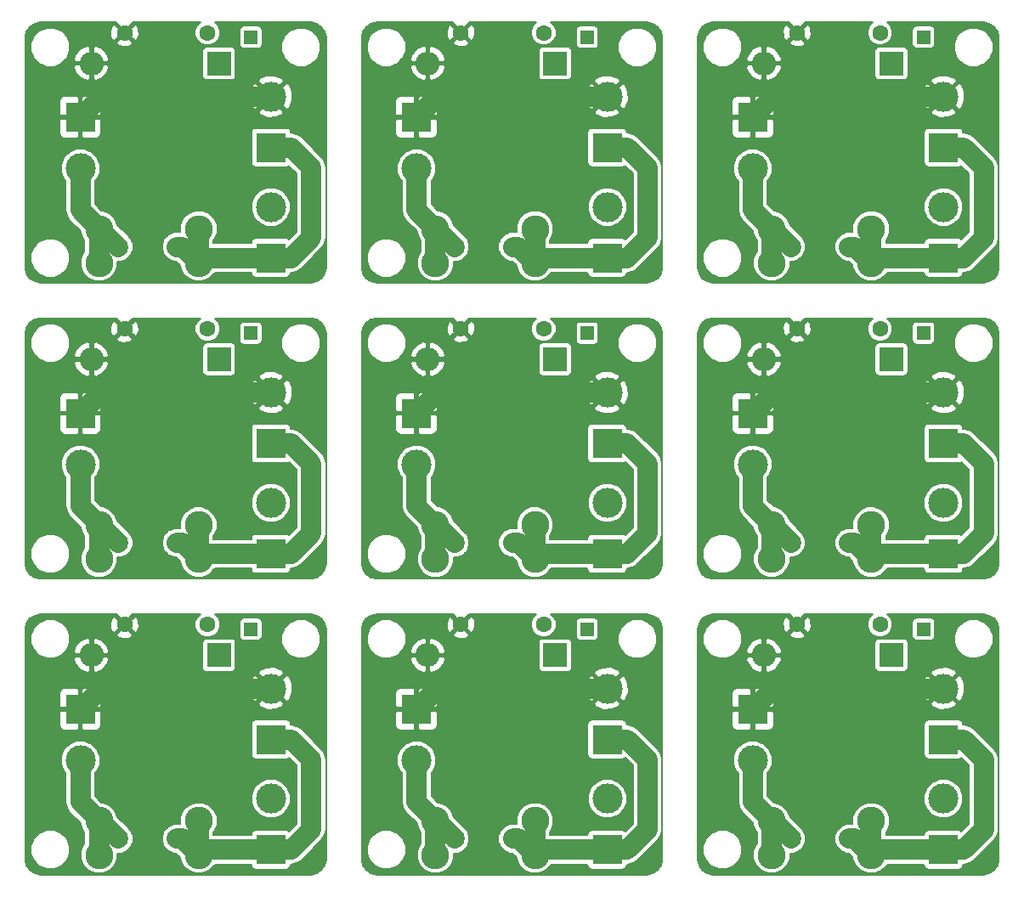
<source format=gbl>
%MOIN*%
%OFA0B0*%
%FSLAX46Y46*%
%IPPOS*%
%LPD*%
%ADD10C,0.0039370078740157488*%
%ADD11R,0.094488188976377951X0.094488188976377951*%
%ADD12O,0.094488188976377951X0.094488188976377951*%
%ADD13C,0.062992125984251982*%
%ADD14C,0.07874015748031496*%
%ADD15R,0.053149606299212608X0.053149606299212608*%
%ADD16R,0.11811023622047245X0.11811023622047245*%
%ADD17C,0.11811023622047245*%
%ADD18C,0.10944881889763779*%
%ADD19C,0.08*%
%ADD20C,0.0078740157480314977*%
%ADD31C,0.0039370078740157488*%
%ADD32R,0.094488188976377951X0.094488188976377951*%
%ADD33O,0.094488188976377951X0.094488188976377951*%
%ADD34C,0.062992125984251982*%
%ADD35C,0.07874015748031496*%
%ADD36R,0.053149606299212608X0.053149606299212608*%
%ADD37R,0.11811023622047245X0.11811023622047245*%
%ADD38C,0.11811023622047245*%
%ADD39C,0.10944881889763779*%
%ADD40C,0.08*%
%ADD41C,0.0078740157480314977*%
%ADD42C,0.0039370078740157488*%
%ADD43R,0.094488188976377951X0.094488188976377951*%
%ADD44O,0.094488188976377951X0.094488188976377951*%
%ADD45C,0.062992125984251982*%
%ADD46C,0.07874015748031496*%
%ADD47R,0.053149606299212608X0.053149606299212608*%
%ADD48R,0.11811023622047245X0.11811023622047245*%
%ADD49C,0.11811023622047245*%
%ADD50C,0.10944881889763779*%
%ADD51C,0.08*%
%ADD52C,0.0078740157480314977*%
%ADD53C,0.0039370078740157488*%
%ADD54R,0.094488188976377951X0.094488188976377951*%
%ADD55O,0.094488188976377951X0.094488188976377951*%
%ADD56C,0.062992125984251982*%
%ADD57C,0.07874015748031496*%
%ADD58R,0.053149606299212608X0.053149606299212608*%
%ADD59R,0.11811023622047245X0.11811023622047245*%
%ADD60C,0.11811023622047245*%
%ADD61C,0.10944881889763779*%
%ADD62C,0.08*%
%ADD63C,0.0078740157480314977*%
%ADD64C,0.0039370078740157488*%
%ADD65R,0.094488188976377951X0.094488188976377951*%
%ADD66O,0.094488188976377951X0.094488188976377951*%
%ADD67C,0.062992125984251982*%
%ADD68C,0.07874015748031496*%
%ADD69R,0.053149606299212608X0.053149606299212608*%
%ADD70R,0.11811023622047245X0.11811023622047245*%
%ADD71C,0.11811023622047245*%
%ADD72C,0.10944881889763779*%
%ADD73C,0.08*%
%ADD74C,0.0078740157480314977*%
%ADD75C,0.0039370078740157488*%
%ADD76R,0.094488188976377951X0.094488188976377951*%
%ADD77O,0.094488188976377951X0.094488188976377951*%
%ADD78C,0.062992125984251982*%
%ADD79C,0.07874015748031496*%
%ADD80R,0.053149606299212608X0.053149606299212608*%
%ADD81R,0.11811023622047245X0.11811023622047245*%
%ADD82C,0.11811023622047245*%
%ADD83C,0.10944881889763779*%
%ADD84C,0.08*%
%ADD85C,0.0078740157480314977*%
%ADD86C,0.0039370078740157488*%
%ADD87R,0.094488188976377951X0.094488188976377951*%
%ADD88O,0.094488188976377951X0.094488188976377951*%
%ADD89C,0.062992125984251982*%
%ADD90C,0.07874015748031496*%
%ADD91R,0.053149606299212608X0.053149606299212608*%
%ADD92R,0.11811023622047245X0.11811023622047245*%
%ADD93C,0.11811023622047245*%
%ADD94C,0.10944881889763779*%
%ADD95C,0.08*%
%ADD96C,0.0078740157480314977*%
%ADD97C,0.0039370078740157488*%
%ADD98R,0.094488188976377951X0.094488188976377951*%
%ADD99O,0.094488188976377951X0.094488188976377951*%
%ADD100C,0.062992125984251982*%
%ADD101C,0.07874015748031496*%
%ADD102R,0.053149606299212608X0.053149606299212608*%
%ADD103R,0.11811023622047245X0.11811023622047245*%
%ADD104C,0.11811023622047245*%
%ADD105C,0.10944881889763779*%
%ADD106C,0.08*%
%ADD107C,0.0078740157480314977*%
%ADD108C,0.0039370078740157488*%
%ADD109R,0.094488188976377951X0.094488188976377951*%
%ADD110O,0.094488188976377951X0.094488188976377951*%
%ADD111C,0.062992125984251982*%
%ADD112C,0.07874015748031496*%
%ADD113R,0.053149606299212608X0.053149606299212608*%
%ADD114R,0.11811023622047245X0.11811023622047245*%
%ADD115C,0.11811023622047245*%
%ADD116C,0.10944881889763779*%
%ADD117C,0.08*%
%ADD118C,0.0078740157480314977*%
G01*
D10*
D11*
X-0004999921Y0003006495D02*
X0000780078Y0000881495D03*
D12*
X0000280078Y0000881495D03*
D13*
X0000410236Y0001001495D03*
X0000735039Y0001001495D03*
D14*
X0000385905Y0000161495D03*
X0000614251Y0000161495D03*
D15*
X0000905511Y0000984251D03*
D16*
X0000984251Y0000551180D03*
D17*
X0000984251Y0000751180D03*
D16*
X0000236220Y0000669291D03*
D17*
X0000236220Y0000469291D03*
D16*
X0000984251Y0000118110D03*
D17*
X0000984251Y0000318110D03*
D18*
X0000310078Y0000231495D03*
X0000310078Y0000097637D03*
X0000700629Y0000231495D03*
X0000700629Y0000097637D03*
D19*
X0000984251Y0000751180D02*
X0000318110Y0000751180D01*
X0000318110Y0000751180D02*
X0000236220Y0000669291D01*
X0000984251Y0000118110D02*
X0000721102Y0000118110D01*
X0000721102Y0000118110D02*
X0000700629Y0000097637D01*
X0000700629Y0000231495D02*
X0000700629Y0000097637D01*
X0000614251Y0000161495D02*
X0000636771Y0000161495D01*
X0000636771Y0000161495D02*
X0000700629Y0000097637D01*
X0000984251Y0000118110D02*
X0001062992Y0000118110D01*
X0001062992Y0000551180D02*
X0000984251Y0000551180D01*
X0001141732Y0000472440D02*
X0001062992Y0000551180D01*
X0001141732Y0000196850D02*
X0001141732Y0000472440D01*
X0001062992Y0000118110D02*
X0001141732Y0000196850D01*
X0000310078Y0000231495D02*
X0000315905Y0000231495D01*
X0000315905Y0000231495D02*
X0000385905Y0000161495D01*
X0000310078Y0000097637D02*
X0000310078Y0000231495D01*
X0000236220Y0000469291D02*
X0000236220Y0000305354D01*
X0000236220Y0000305354D02*
X0000310078Y0000231495D01*
X0000236220Y0000469291D02*
X0000239370Y0000469291D01*
D20*
G36*
X0000379047Y0001041258D02*
X0000410236Y0001010070D01*
X0000441424Y0001041258D01*
X0000441072Y0001042322D01*
X0000706279Y0001042322D01*
X0000693343Y0001029409D01*
X0000685835Y0001011327D01*
X0000685818Y0000991749D01*
X0000693294Y0000973655D01*
X0000707126Y0000959799D01*
X0000725207Y0000952291D01*
X0000744785Y0000952274D01*
X0000762879Y0000959751D01*
X0000776735Y0000973582D01*
X0000784243Y0000991664D01*
X0000784260Y0001010826D01*
X0000860873Y0001010826D01*
X0000860873Y0000957677D01*
X0000862108Y0000951111D01*
X0000865988Y0000945081D01*
X0000871909Y0000941036D01*
X0000878936Y0000939613D01*
X0000932086Y0000939613D01*
X0000938651Y0000940848D01*
X0000944681Y0000944728D01*
X0000948727Y0000950649D01*
X0000950150Y0000957677D01*
X0000950150Y0001010826D01*
X0000948914Y0001017392D01*
X0000945034Y0001023421D01*
X0000939114Y0001027467D01*
X0000932086Y0001028890D01*
X0000878936Y0001028890D01*
X0000872371Y0001027654D01*
X0000866341Y0001023774D01*
X0000862296Y0001017854D01*
X0000860873Y0001010826D01*
X0000784260Y0001010826D01*
X0000784260Y0001011242D01*
X0000776784Y0001029336D01*
X0000763820Y0001042322D01*
X0001139696Y0001042322D01*
X0001163800Y0001037528D01*
X0001182508Y0001025027D01*
X0001195008Y0001006319D01*
X0001199803Y0000982216D01*
X0001199803Y0000080775D01*
X0001195008Y0000056672D01*
X0001182508Y0000037964D01*
X0001163800Y0000025463D01*
X0001139696Y0000020669D01*
X0000080775Y0000020669D01*
X0000056672Y0000025463D01*
X0000037964Y0000037964D01*
X0000025463Y0000056672D01*
X0000020669Y0000080775D01*
X0000020669Y0000102906D01*
X0000041325Y0000102906D01*
X0000052988Y0000074679D01*
X0000074565Y0000053064D01*
X0000102772Y0000041351D01*
X0000133313Y0000041325D01*
X0000161540Y0000052988D01*
X0000183156Y0000074565D01*
X0000194868Y0000102772D01*
X0000194895Y0000133313D01*
X0000183231Y0000161540D01*
X0000161654Y0000183156D01*
X0000133447Y0000194868D01*
X0000102906Y0000194895D01*
X0000074679Y0000183231D01*
X0000053064Y0000161654D01*
X0000041351Y0000133447D01*
X0000041325Y0000102906D01*
X0000020669Y0000102906D01*
X0000020669Y0000454087D01*
X0000159435Y0000454087D01*
X0000171098Y0000425860D01*
X0000178503Y0000418442D01*
X0000178503Y0000305354D01*
X0000178503Y0000305354D01*
X0000182897Y0000283267D01*
X0000195408Y0000264542D01*
X0000237629Y0000222321D01*
X0000237625Y0000217149D01*
X0000248630Y0000190515D01*
X0000252362Y0000186776D01*
X0000252362Y0000142379D01*
X0000248702Y0000138725D01*
X0000237650Y0000112110D01*
X0000237625Y0000083291D01*
X0000248630Y0000056656D01*
X0000268990Y0000036261D01*
X0000295606Y0000025209D01*
X0000324424Y0000025184D01*
X0000351059Y0000036189D01*
X0000371455Y0000056549D01*
X0000382507Y0000083165D01*
X0000382525Y0000104412D01*
X0000382724Y0000104412D01*
X0000385905Y0000103779D01*
X0000389058Y0000104406D01*
X0000397210Y0000104399D01*
X0000404811Y0000107540D01*
X0000407992Y0000108172D01*
X0000410665Y0000109958D01*
X0000418200Y0000113072D01*
X0000424020Y0000118882D01*
X0000426717Y0000120684D01*
X0000428503Y0000123357D01*
X0000434272Y0000129116D01*
X0000437426Y0000136712D01*
X0000439228Y0000139408D01*
X0000439855Y0000142561D01*
X0000442982Y0000150090D01*
X0000442989Y0000158315D01*
X0000443622Y0000161495D01*
X0000556535Y0000161495D01*
X0000557162Y0000158343D01*
X0000557155Y0000150190D01*
X0000560296Y0000142589D01*
X0000560928Y0000139408D01*
X0000562714Y0000136735D01*
X0000565827Y0000129201D01*
X0000571638Y0000123380D01*
X0000573440Y0000120684D01*
X0000576113Y0000118898D01*
X0000581872Y0000113128D01*
X0000589468Y0000109974D01*
X0000592164Y0000108172D01*
X0000595317Y0000107545D01*
X0000602846Y0000104419D01*
X0000611071Y0000104412D01*
X0000612520Y0000104123D01*
X0000628180Y0000088463D01*
X0000628176Y0000083291D01*
X0000639181Y0000056656D01*
X0000659541Y0000036261D01*
X0000686157Y0000025209D01*
X0000714976Y0000025184D01*
X0000741610Y0000036189D01*
X0000762006Y0000056549D01*
X0000763602Y0000060393D01*
X0000907133Y0000060393D01*
X0000907133Y0000059055D01*
X0000908368Y0000052489D01*
X0000912248Y0000046459D01*
X0000918169Y0000042414D01*
X0000925196Y0000040991D01*
X0001043307Y0000040991D01*
X0001049872Y0000042226D01*
X0001055902Y0000046106D01*
X0001059947Y0000052027D01*
X0001061370Y0000059055D01*
X0001061370Y0000060393D01*
X0001062991Y0000060393D01*
X0001062992Y0000060393D01*
X0001085079Y0000064787D01*
X0001103803Y0000077298D01*
X0001182543Y0000156038D01*
X0001182543Y0000156038D01*
X0001195055Y0000174763D01*
X0001195266Y0000175826D01*
X0001199448Y0000196850D01*
X0001199448Y0000196850D01*
X0001199448Y0000472440D01*
X0001199448Y0000472440D01*
X0001195055Y0000494527D01*
X0001192830Y0000497857D01*
X0001182543Y0000513252D01*
X0001182543Y0000513252D01*
X0001103803Y0000591992D01*
X0001085079Y0000604504D01*
X0001062992Y0000608897D01*
X0001062991Y0000608897D01*
X0001061370Y0000608897D01*
X0001061370Y0000610236D01*
X0001060135Y0000616801D01*
X0001056255Y0000622831D01*
X0001050334Y0000626876D01*
X0001043307Y0000628299D01*
X0000925196Y0000628299D01*
X0000918631Y0000627064D01*
X0000912601Y0000623184D01*
X0000908556Y0000617263D01*
X0000907133Y0000610236D01*
X0000907133Y0000492125D01*
X0000908368Y0000485560D01*
X0000912248Y0000479530D01*
X0000918169Y0000475485D01*
X0000925196Y0000474062D01*
X0001043307Y0000474062D01*
X0001049872Y0000475297D01*
X0001054362Y0000478186D01*
X0001084015Y0000448533D01*
X0001084015Y0000220757D01*
X0001054332Y0000191074D01*
X0001050334Y0000193805D01*
X0001043307Y0000195228D01*
X0000925196Y0000195228D01*
X0000918631Y0000193993D01*
X0000912601Y0000190113D01*
X0000908556Y0000184192D01*
X0000907133Y0000177165D01*
X0000907133Y0000175826D01*
X0000758346Y0000175826D01*
X0000758346Y0000186754D01*
X0000762006Y0000190407D01*
X0000773058Y0000217023D01*
X0000773083Y0000245842D01*
X0000762078Y0000272476D01*
X0000741717Y0000292872D01*
X0000717554Y0000302906D01*
X0000907466Y0000302906D01*
X0000919130Y0000274679D01*
X0000940707Y0000253064D01*
X0000968914Y0000241351D01*
X0000999455Y0000241325D01*
X0001027682Y0000252988D01*
X0001049297Y0000274565D01*
X0001061010Y0000302772D01*
X0001061036Y0000333313D01*
X0001049373Y0000361540D01*
X0001027796Y0000383156D01*
X0000999589Y0000394868D01*
X0000969048Y0000394895D01*
X0000940821Y0000383231D01*
X0000919205Y0000361654D01*
X0000907493Y0000333447D01*
X0000907466Y0000302906D01*
X0000717554Y0000302906D01*
X0000715102Y0000303924D01*
X0000686283Y0000303949D01*
X0000659648Y0000292944D01*
X0000639253Y0000272584D01*
X0000628201Y0000245968D01*
X0000628178Y0000219212D01*
X0000614251Y0000219212D01*
X0000611099Y0000218585D01*
X0000602946Y0000218592D01*
X0000595345Y0000215451D01*
X0000592164Y0000214819D01*
X0000589491Y0000213033D01*
X0000581957Y0000209919D01*
X0000576136Y0000204109D01*
X0000573440Y0000202307D01*
X0000571654Y0000199634D01*
X0000565884Y0000193875D01*
X0000562730Y0000186279D01*
X0000560928Y0000183583D01*
X0000560301Y0000180430D01*
X0000557175Y0000172900D01*
X0000557168Y0000164676D01*
X0000556535Y0000161495D01*
X0000443622Y0000161495D01*
X0000442994Y0000164648D01*
X0000443001Y0000172801D01*
X0000439861Y0000180402D01*
X0000439228Y0000183583D01*
X0000437442Y0000186255D01*
X0000434329Y0000193790D01*
X0000428518Y0000199611D01*
X0000426717Y0000202307D01*
X0000382074Y0000246950D01*
X0000371526Y0000272476D01*
X0000351166Y0000292872D01*
X0000324551Y0000303924D01*
X0000319269Y0000303928D01*
X0000293936Y0000329261D01*
X0000293936Y0000418430D01*
X0000301266Y0000425746D01*
X0000312978Y0000453953D01*
X0000313005Y0000484495D01*
X0000301342Y0000512722D01*
X0000279764Y0000534337D01*
X0000251558Y0000546049D01*
X0000221016Y0000546076D01*
X0000192789Y0000534413D01*
X0000171174Y0000512835D01*
X0000159462Y0000484629D01*
X0000159435Y0000454087D01*
X0000020669Y0000454087D01*
X0000020669Y0000657243D01*
X0000153228Y0000657243D01*
X0000153228Y0000605474D01*
X0000156872Y0000596676D01*
X0000163606Y0000589943D01*
X0000172403Y0000586299D01*
X0000224173Y0000586299D01*
X0000230157Y0000592283D01*
X0000230157Y0000663228D01*
X0000242283Y0000663228D01*
X0000242283Y0000592283D01*
X0000248267Y0000586299D01*
X0000300036Y0000586299D01*
X0000308834Y0000589943D01*
X0000315568Y0000596676D01*
X0000319212Y0000605474D01*
X0000319212Y0000657243D01*
X0000313228Y0000663228D01*
X0000242283Y0000663228D01*
X0000230157Y0000663228D01*
X0000159212Y0000663228D01*
X0000153228Y0000657243D01*
X0000020669Y0000657243D01*
X0000020669Y0000733107D01*
X0000153228Y0000733107D01*
X0000153228Y0000681338D01*
X0000159212Y0000675354D01*
X0000230157Y0000675354D01*
X0000230157Y0000746299D01*
X0000242283Y0000746299D01*
X0000242283Y0000675354D01*
X0000313228Y0000675354D01*
X0000319212Y0000681338D01*
X0000319212Y0000691456D01*
X0000933102Y0000691456D01*
X0000939547Y0000679335D01*
X0000970444Y0000667697D01*
X0001003443Y0000668768D01*
X0001028956Y0000679335D01*
X0001035401Y0000691456D01*
X0000984251Y0000742606D01*
X0000933102Y0000691456D01*
X0000319212Y0000691456D01*
X0000319212Y0000733107D01*
X0000315568Y0000741905D01*
X0000308834Y0000748639D01*
X0000300036Y0000752283D01*
X0000248267Y0000752283D01*
X0000242283Y0000746299D01*
X0000230157Y0000746299D01*
X0000224173Y0000752283D01*
X0000172403Y0000752283D01*
X0000163606Y0000748639D01*
X0000156872Y0000741905D01*
X0000153228Y0000733107D01*
X0000020669Y0000733107D01*
X0000020669Y0000764988D01*
X0000900767Y0000764988D01*
X0000901838Y0000731989D01*
X0000912406Y0000706476D01*
X0000924527Y0000700031D01*
X0000975677Y0000751180D01*
X0000992826Y0000751180D01*
X0001043976Y0000700031D01*
X0001056097Y0000706476D01*
X0001067735Y0000737373D01*
X0001066664Y0000770372D01*
X0001056097Y0000795885D01*
X0001043976Y0000802330D01*
X0000992826Y0000751180D01*
X0000975677Y0000751180D01*
X0000924527Y0000802330D01*
X0000912406Y0000795885D01*
X0000900767Y0000764988D01*
X0000020669Y0000764988D01*
X0000020669Y0000810905D01*
X0000933102Y0000810905D01*
X0000984251Y0000759755D01*
X0001035401Y0000810905D01*
X0001028956Y0000823026D01*
X0000998059Y0000834664D01*
X0000965060Y0000833593D01*
X0000939547Y0000823026D01*
X0000933102Y0000810905D01*
X0000020669Y0000810905D01*
X0000020669Y0000864412D01*
X0000210977Y0000864412D01*
X0000219137Y0000844713D01*
X0000237852Y0000824192D01*
X0000262995Y0000812394D01*
X0000274015Y0000816557D01*
X0000274015Y0000875432D01*
X0000286141Y0000875432D01*
X0000286141Y0000816557D01*
X0000297161Y0000812394D01*
X0000322305Y0000824192D01*
X0000341020Y0000844713D01*
X0000349179Y0000864412D01*
X0000344992Y0000875432D01*
X0000286141Y0000875432D01*
X0000274015Y0000875432D01*
X0000215164Y0000875432D01*
X0000210977Y0000864412D01*
X0000020669Y0000864412D01*
X0000020669Y0000929677D01*
X0000041325Y0000929677D01*
X0000052988Y0000901450D01*
X0000074565Y0000879835D01*
X0000102772Y0000868123D01*
X0000133313Y0000868096D01*
X0000161540Y0000879759D01*
X0000180392Y0000898579D01*
X0000210977Y0000898579D01*
X0000215164Y0000887558D01*
X0000274015Y0000887558D01*
X0000274015Y0000946434D01*
X0000286141Y0000946434D01*
X0000286141Y0000887558D01*
X0000344992Y0000887558D01*
X0000349179Y0000898579D01*
X0000341020Y0000918278D01*
X0000331479Y0000928740D01*
X0000714770Y0000928740D01*
X0000714770Y0000834251D01*
X0000716006Y0000827686D01*
X0000719886Y0000821656D01*
X0000725806Y0000817611D01*
X0000732834Y0000816188D01*
X0000827322Y0000816188D01*
X0000833888Y0000817423D01*
X0000839917Y0000821303D01*
X0000843963Y0000827224D01*
X0000845386Y0000834251D01*
X0000845386Y0000928740D01*
X0000845209Y0000929677D01*
X0001025577Y0000929677D01*
X0001037240Y0000901450D01*
X0001058817Y0000879835D01*
X0001087024Y0000868123D01*
X0001117565Y0000868096D01*
X0001145792Y0000879759D01*
X0001167408Y0000901337D01*
X0001179120Y0000929543D01*
X0001179147Y0000960085D01*
X0001167483Y0000988312D01*
X0001145906Y0001009927D01*
X0001117699Y0001021640D01*
X0001087158Y0001021666D01*
X0001058931Y0001010003D01*
X0001037316Y0000988426D01*
X0001025603Y0000960219D01*
X0001025577Y0000929677D01*
X0000845209Y0000929677D01*
X0000844151Y0000935305D01*
X0000840270Y0000941335D01*
X0000834350Y0000945380D01*
X0000827322Y0000946803D01*
X0000732834Y0000946803D01*
X0000726269Y0000945568D01*
X0000720239Y0000941688D01*
X0000716194Y0000935767D01*
X0000714770Y0000928740D01*
X0000331479Y0000928740D01*
X0000322305Y0000938799D01*
X0000297161Y0000950597D01*
X0000286141Y0000946434D01*
X0000274015Y0000946434D01*
X0000262995Y0000950597D01*
X0000237852Y0000938799D01*
X0000219137Y0000918278D01*
X0000210977Y0000898579D01*
X0000180392Y0000898579D01*
X0000183156Y0000901337D01*
X0000194868Y0000929543D01*
X0000194895Y0000960085D01*
X0000194214Y0000961733D01*
X0000379047Y0000961733D01*
X0000382111Y0000952471D01*
X0000403013Y0000945440D01*
X0000425014Y0000946943D01*
X0000438360Y0000952471D01*
X0000441424Y0000961733D01*
X0000410236Y0000992921D01*
X0000379047Y0000961733D01*
X0000194214Y0000961733D01*
X0000183231Y0000988312D01*
X0000162861Y0001008718D01*
X0000354180Y0001008718D01*
X0000355683Y0000986717D01*
X0000361211Y0000973371D01*
X0000370473Y0000970307D01*
X0000401661Y0001001495D01*
X0000418810Y0001001495D01*
X0000449998Y0000970307D01*
X0000459260Y0000973371D01*
X0000466291Y0000994273D01*
X0000464788Y0001016274D01*
X0000459260Y0001029620D01*
X0000449998Y0001032684D01*
X0000418810Y0001001495D01*
X0000401661Y0001001495D01*
X0000370473Y0001032684D01*
X0000361211Y0001029620D01*
X0000354180Y0001008718D01*
X0000162861Y0001008718D01*
X0000161654Y0001009927D01*
X0000133447Y0001021640D01*
X0000102906Y0001021666D01*
X0000074679Y0001010003D01*
X0000053064Y0000988426D01*
X0000041351Y0000960219D01*
X0000041325Y0000929677D01*
X0000020669Y0000929677D01*
X0000020669Y0000982216D01*
X0000025463Y0001006319D01*
X0000037964Y0001025027D01*
X0000056672Y0001037528D01*
X0000080775Y0001042322D01*
X0000379400Y0001042322D01*
X0000379047Y0001041258D01*
X0000379047Y0001041258D01*
G37*
X0000379047Y0001041258D02*
X0000410236Y0001010070D01*
X0000441424Y0001041258D01*
X0000441072Y0001042322D01*
X0000706279Y0001042322D01*
X0000693343Y0001029409D01*
X0000685835Y0001011327D01*
X0000685818Y0000991749D01*
X0000693294Y0000973655D01*
X0000707126Y0000959799D01*
X0000725207Y0000952291D01*
X0000744785Y0000952274D01*
X0000762879Y0000959751D01*
X0000776735Y0000973582D01*
X0000784243Y0000991664D01*
X0000784260Y0001010826D01*
X0000860873Y0001010826D01*
X0000860873Y0000957677D01*
X0000862108Y0000951111D01*
X0000865988Y0000945081D01*
X0000871909Y0000941036D01*
X0000878936Y0000939613D01*
X0000932086Y0000939613D01*
X0000938651Y0000940848D01*
X0000944681Y0000944728D01*
X0000948727Y0000950649D01*
X0000950150Y0000957677D01*
X0000950150Y0001010826D01*
X0000948914Y0001017392D01*
X0000945034Y0001023421D01*
X0000939114Y0001027467D01*
X0000932086Y0001028890D01*
X0000878936Y0001028890D01*
X0000872371Y0001027654D01*
X0000866341Y0001023774D01*
X0000862296Y0001017854D01*
X0000860873Y0001010826D01*
X0000784260Y0001010826D01*
X0000784260Y0001011242D01*
X0000776784Y0001029336D01*
X0000763820Y0001042322D01*
X0001139696Y0001042322D01*
X0001163800Y0001037528D01*
X0001182508Y0001025027D01*
X0001195008Y0001006319D01*
X0001199803Y0000982216D01*
X0001199803Y0000080775D01*
X0001195008Y0000056672D01*
X0001182508Y0000037964D01*
X0001163800Y0000025463D01*
X0001139696Y0000020669D01*
X0000080775Y0000020669D01*
X0000056672Y0000025463D01*
X0000037964Y0000037964D01*
X0000025463Y0000056672D01*
X0000020669Y0000080775D01*
X0000020669Y0000102906D01*
X0000041325Y0000102906D01*
X0000052988Y0000074679D01*
X0000074565Y0000053064D01*
X0000102772Y0000041351D01*
X0000133313Y0000041325D01*
X0000161540Y0000052988D01*
X0000183156Y0000074565D01*
X0000194868Y0000102772D01*
X0000194895Y0000133313D01*
X0000183231Y0000161540D01*
X0000161654Y0000183156D01*
X0000133447Y0000194868D01*
X0000102906Y0000194895D01*
X0000074679Y0000183231D01*
X0000053064Y0000161654D01*
X0000041351Y0000133447D01*
X0000041325Y0000102906D01*
X0000020669Y0000102906D01*
X0000020669Y0000454087D01*
X0000159435Y0000454087D01*
X0000171098Y0000425860D01*
X0000178503Y0000418442D01*
X0000178503Y0000305354D01*
X0000178503Y0000305354D01*
X0000182897Y0000283267D01*
X0000195408Y0000264542D01*
X0000237629Y0000222321D01*
X0000237625Y0000217149D01*
X0000248630Y0000190515D01*
X0000252362Y0000186776D01*
X0000252362Y0000142379D01*
X0000248702Y0000138725D01*
X0000237650Y0000112110D01*
X0000237625Y0000083291D01*
X0000248630Y0000056656D01*
X0000268990Y0000036261D01*
X0000295606Y0000025209D01*
X0000324424Y0000025184D01*
X0000351059Y0000036189D01*
X0000371455Y0000056549D01*
X0000382507Y0000083165D01*
X0000382525Y0000104412D01*
X0000382724Y0000104412D01*
X0000385905Y0000103779D01*
X0000389058Y0000104406D01*
X0000397210Y0000104399D01*
X0000404811Y0000107540D01*
X0000407992Y0000108172D01*
X0000410665Y0000109958D01*
X0000418200Y0000113072D01*
X0000424020Y0000118882D01*
X0000426717Y0000120684D01*
X0000428503Y0000123357D01*
X0000434272Y0000129116D01*
X0000437426Y0000136712D01*
X0000439228Y0000139408D01*
X0000439855Y0000142561D01*
X0000442982Y0000150090D01*
X0000442989Y0000158315D01*
X0000443622Y0000161495D01*
X0000556535Y0000161495D01*
X0000557162Y0000158343D01*
X0000557155Y0000150190D01*
X0000560296Y0000142589D01*
X0000560928Y0000139408D01*
X0000562714Y0000136735D01*
X0000565827Y0000129201D01*
X0000571638Y0000123380D01*
X0000573440Y0000120684D01*
X0000576113Y0000118898D01*
X0000581872Y0000113128D01*
X0000589468Y0000109974D01*
X0000592164Y0000108172D01*
X0000595317Y0000107545D01*
X0000602846Y0000104419D01*
X0000611071Y0000104412D01*
X0000612520Y0000104123D01*
X0000628180Y0000088463D01*
X0000628176Y0000083291D01*
X0000639181Y0000056656D01*
X0000659541Y0000036261D01*
X0000686157Y0000025209D01*
X0000714976Y0000025184D01*
X0000741610Y0000036189D01*
X0000762006Y0000056549D01*
X0000763602Y0000060393D01*
X0000907133Y0000060393D01*
X0000907133Y0000059055D01*
X0000908368Y0000052489D01*
X0000912248Y0000046459D01*
X0000918169Y0000042414D01*
X0000925196Y0000040991D01*
X0001043307Y0000040991D01*
X0001049872Y0000042226D01*
X0001055902Y0000046106D01*
X0001059947Y0000052027D01*
X0001061370Y0000059055D01*
X0001061370Y0000060393D01*
X0001062991Y0000060393D01*
X0001062992Y0000060393D01*
X0001085079Y0000064787D01*
X0001103803Y0000077298D01*
X0001182543Y0000156038D01*
X0001182543Y0000156038D01*
X0001195055Y0000174763D01*
X0001195266Y0000175826D01*
X0001199448Y0000196850D01*
X0001199448Y0000196850D01*
X0001199448Y0000472440D01*
X0001199448Y0000472440D01*
X0001195055Y0000494527D01*
X0001192830Y0000497857D01*
X0001182543Y0000513252D01*
X0001182543Y0000513252D01*
X0001103803Y0000591992D01*
X0001085079Y0000604504D01*
X0001062992Y0000608897D01*
X0001062991Y0000608897D01*
X0001061370Y0000608897D01*
X0001061370Y0000610236D01*
X0001060135Y0000616801D01*
X0001056255Y0000622831D01*
X0001050334Y0000626876D01*
X0001043307Y0000628299D01*
X0000925196Y0000628299D01*
X0000918631Y0000627064D01*
X0000912601Y0000623184D01*
X0000908556Y0000617263D01*
X0000907133Y0000610236D01*
X0000907133Y0000492125D01*
X0000908368Y0000485560D01*
X0000912248Y0000479530D01*
X0000918169Y0000475485D01*
X0000925196Y0000474062D01*
X0001043307Y0000474062D01*
X0001049872Y0000475297D01*
X0001054362Y0000478186D01*
X0001084015Y0000448533D01*
X0001084015Y0000220757D01*
X0001054332Y0000191074D01*
X0001050334Y0000193805D01*
X0001043307Y0000195228D01*
X0000925196Y0000195228D01*
X0000918631Y0000193993D01*
X0000912601Y0000190113D01*
X0000908556Y0000184192D01*
X0000907133Y0000177165D01*
X0000907133Y0000175826D01*
X0000758346Y0000175826D01*
X0000758346Y0000186754D01*
X0000762006Y0000190407D01*
X0000773058Y0000217023D01*
X0000773083Y0000245842D01*
X0000762078Y0000272476D01*
X0000741717Y0000292872D01*
X0000717554Y0000302906D01*
X0000907466Y0000302906D01*
X0000919130Y0000274679D01*
X0000940707Y0000253064D01*
X0000968914Y0000241351D01*
X0000999455Y0000241325D01*
X0001027682Y0000252988D01*
X0001049297Y0000274565D01*
X0001061010Y0000302772D01*
X0001061036Y0000333313D01*
X0001049373Y0000361540D01*
X0001027796Y0000383156D01*
X0000999589Y0000394868D01*
X0000969048Y0000394895D01*
X0000940821Y0000383231D01*
X0000919205Y0000361654D01*
X0000907493Y0000333447D01*
X0000907466Y0000302906D01*
X0000717554Y0000302906D01*
X0000715102Y0000303924D01*
X0000686283Y0000303949D01*
X0000659648Y0000292944D01*
X0000639253Y0000272584D01*
X0000628201Y0000245968D01*
X0000628178Y0000219212D01*
X0000614251Y0000219212D01*
X0000611099Y0000218585D01*
X0000602946Y0000218592D01*
X0000595345Y0000215451D01*
X0000592164Y0000214819D01*
X0000589491Y0000213033D01*
X0000581957Y0000209919D01*
X0000576136Y0000204109D01*
X0000573440Y0000202307D01*
X0000571654Y0000199634D01*
X0000565884Y0000193875D01*
X0000562730Y0000186279D01*
X0000560928Y0000183583D01*
X0000560301Y0000180430D01*
X0000557175Y0000172900D01*
X0000557168Y0000164676D01*
X0000556535Y0000161495D01*
X0000443622Y0000161495D01*
X0000442994Y0000164648D01*
X0000443001Y0000172801D01*
X0000439861Y0000180402D01*
X0000439228Y0000183583D01*
X0000437442Y0000186255D01*
X0000434329Y0000193790D01*
X0000428518Y0000199611D01*
X0000426717Y0000202307D01*
X0000382074Y0000246950D01*
X0000371526Y0000272476D01*
X0000351166Y0000292872D01*
X0000324551Y0000303924D01*
X0000319269Y0000303928D01*
X0000293936Y0000329261D01*
X0000293936Y0000418430D01*
X0000301266Y0000425746D01*
X0000312978Y0000453953D01*
X0000313005Y0000484495D01*
X0000301342Y0000512722D01*
X0000279764Y0000534337D01*
X0000251558Y0000546049D01*
X0000221016Y0000546076D01*
X0000192789Y0000534413D01*
X0000171174Y0000512835D01*
X0000159462Y0000484629D01*
X0000159435Y0000454087D01*
X0000020669Y0000454087D01*
X0000020669Y0000657243D01*
X0000153228Y0000657243D01*
X0000153228Y0000605474D01*
X0000156872Y0000596676D01*
X0000163606Y0000589943D01*
X0000172403Y0000586299D01*
X0000224173Y0000586299D01*
X0000230157Y0000592283D01*
X0000230157Y0000663228D01*
X0000242283Y0000663228D01*
X0000242283Y0000592283D01*
X0000248267Y0000586299D01*
X0000300036Y0000586299D01*
X0000308834Y0000589943D01*
X0000315568Y0000596676D01*
X0000319212Y0000605474D01*
X0000319212Y0000657243D01*
X0000313228Y0000663228D01*
X0000242283Y0000663228D01*
X0000230157Y0000663228D01*
X0000159212Y0000663228D01*
X0000153228Y0000657243D01*
X0000020669Y0000657243D01*
X0000020669Y0000733107D01*
X0000153228Y0000733107D01*
X0000153228Y0000681338D01*
X0000159212Y0000675354D01*
X0000230157Y0000675354D01*
X0000230157Y0000746299D01*
X0000242283Y0000746299D01*
X0000242283Y0000675354D01*
X0000313228Y0000675354D01*
X0000319212Y0000681338D01*
X0000319212Y0000691456D01*
X0000933102Y0000691456D01*
X0000939547Y0000679335D01*
X0000970444Y0000667697D01*
X0001003443Y0000668768D01*
X0001028956Y0000679335D01*
X0001035401Y0000691456D01*
X0000984251Y0000742606D01*
X0000933102Y0000691456D01*
X0000319212Y0000691456D01*
X0000319212Y0000733107D01*
X0000315568Y0000741905D01*
X0000308834Y0000748639D01*
X0000300036Y0000752283D01*
X0000248267Y0000752283D01*
X0000242283Y0000746299D01*
X0000230157Y0000746299D01*
X0000224173Y0000752283D01*
X0000172403Y0000752283D01*
X0000163606Y0000748639D01*
X0000156872Y0000741905D01*
X0000153228Y0000733107D01*
X0000020669Y0000733107D01*
X0000020669Y0000764988D01*
X0000900767Y0000764988D01*
X0000901838Y0000731989D01*
X0000912406Y0000706476D01*
X0000924527Y0000700031D01*
X0000975677Y0000751180D01*
X0000992826Y0000751180D01*
X0001043976Y0000700031D01*
X0001056097Y0000706476D01*
X0001067735Y0000737373D01*
X0001066664Y0000770372D01*
X0001056097Y0000795885D01*
X0001043976Y0000802330D01*
X0000992826Y0000751180D01*
X0000975677Y0000751180D01*
X0000924527Y0000802330D01*
X0000912406Y0000795885D01*
X0000900767Y0000764988D01*
X0000020669Y0000764988D01*
X0000020669Y0000810905D01*
X0000933102Y0000810905D01*
X0000984251Y0000759755D01*
X0001035401Y0000810905D01*
X0001028956Y0000823026D01*
X0000998059Y0000834664D01*
X0000965060Y0000833593D01*
X0000939547Y0000823026D01*
X0000933102Y0000810905D01*
X0000020669Y0000810905D01*
X0000020669Y0000864412D01*
X0000210977Y0000864412D01*
X0000219137Y0000844713D01*
X0000237852Y0000824192D01*
X0000262995Y0000812394D01*
X0000274015Y0000816557D01*
X0000274015Y0000875432D01*
X0000286141Y0000875432D01*
X0000286141Y0000816557D01*
X0000297161Y0000812394D01*
X0000322305Y0000824192D01*
X0000341020Y0000844713D01*
X0000349179Y0000864412D01*
X0000344992Y0000875432D01*
X0000286141Y0000875432D01*
X0000274015Y0000875432D01*
X0000215164Y0000875432D01*
X0000210977Y0000864412D01*
X0000020669Y0000864412D01*
X0000020669Y0000929677D01*
X0000041325Y0000929677D01*
X0000052988Y0000901450D01*
X0000074565Y0000879835D01*
X0000102772Y0000868123D01*
X0000133313Y0000868096D01*
X0000161540Y0000879759D01*
X0000180392Y0000898579D01*
X0000210977Y0000898579D01*
X0000215164Y0000887558D01*
X0000274015Y0000887558D01*
X0000274015Y0000946434D01*
X0000286141Y0000946434D01*
X0000286141Y0000887558D01*
X0000344992Y0000887558D01*
X0000349179Y0000898579D01*
X0000341020Y0000918278D01*
X0000331479Y0000928740D01*
X0000714770Y0000928740D01*
X0000714770Y0000834251D01*
X0000716006Y0000827686D01*
X0000719886Y0000821656D01*
X0000725806Y0000817611D01*
X0000732834Y0000816188D01*
X0000827322Y0000816188D01*
X0000833888Y0000817423D01*
X0000839917Y0000821303D01*
X0000843963Y0000827224D01*
X0000845386Y0000834251D01*
X0000845386Y0000928740D01*
X0000845209Y0000929677D01*
X0001025577Y0000929677D01*
X0001037240Y0000901450D01*
X0001058817Y0000879835D01*
X0001087024Y0000868123D01*
X0001117565Y0000868096D01*
X0001145792Y0000879759D01*
X0001167408Y0000901337D01*
X0001179120Y0000929543D01*
X0001179147Y0000960085D01*
X0001167483Y0000988312D01*
X0001145906Y0001009927D01*
X0001117699Y0001021640D01*
X0001087158Y0001021666D01*
X0001058931Y0001010003D01*
X0001037316Y0000988426D01*
X0001025603Y0000960219D01*
X0001025577Y0000929677D01*
X0000845209Y0000929677D01*
X0000844151Y0000935305D01*
X0000840270Y0000941335D01*
X0000834350Y0000945380D01*
X0000827322Y0000946803D01*
X0000732834Y0000946803D01*
X0000726269Y0000945568D01*
X0000720239Y0000941688D01*
X0000716194Y0000935767D01*
X0000714770Y0000928740D01*
X0000331479Y0000928740D01*
X0000322305Y0000938799D01*
X0000297161Y0000950597D01*
X0000286141Y0000946434D01*
X0000274015Y0000946434D01*
X0000262995Y0000950597D01*
X0000237852Y0000938799D01*
X0000219137Y0000918278D01*
X0000210977Y0000898579D01*
X0000180392Y0000898579D01*
X0000183156Y0000901337D01*
X0000194868Y0000929543D01*
X0000194895Y0000960085D01*
X0000194214Y0000961733D01*
X0000379047Y0000961733D01*
X0000382111Y0000952471D01*
X0000403013Y0000945440D01*
X0000425014Y0000946943D01*
X0000438360Y0000952471D01*
X0000441424Y0000961733D01*
X0000410236Y0000992921D01*
X0000379047Y0000961733D01*
X0000194214Y0000961733D01*
X0000183231Y0000988312D01*
X0000162861Y0001008718D01*
X0000354180Y0001008718D01*
X0000355683Y0000986717D01*
X0000361211Y0000973371D01*
X0000370473Y0000970307D01*
X0000401661Y0001001495D01*
X0000418810Y0001001495D01*
X0000449998Y0000970307D01*
X0000459260Y0000973371D01*
X0000466291Y0000994273D01*
X0000464788Y0001016274D01*
X0000459260Y0001029620D01*
X0000449998Y0001032684D01*
X0000418810Y0001001495D01*
X0000401661Y0001001495D01*
X0000370473Y0001032684D01*
X0000361211Y0001029620D01*
X0000354180Y0001008718D01*
X0000162861Y0001008718D01*
X0000161654Y0001009927D01*
X0000133447Y0001021640D01*
X0000102906Y0001021666D01*
X0000074679Y0001010003D01*
X0000053064Y0000988426D01*
X0000041351Y0000960219D01*
X0000041325Y0000929677D01*
X0000020669Y0000929677D01*
X0000020669Y0000982216D01*
X0000025463Y0001006319D01*
X0000037964Y0001025027D01*
X0000056672Y0001037528D01*
X0000080775Y0001042322D01*
X0000379400Y0001042322D01*
X0000379047Y0001041258D01*
G04 next file*
G04 #@! TF.FileFunction,Copper,L2,Bot,Signal*
G04 Gerber Fmt 4.6, Leading zero omitted, Abs format (unit mm)*
G04 Created by KiCad (PCBNEW 4.0.7) date 07/04/19 18:58:04*
G01*
G04 APERTURE LIST*
G04 APERTURE END LIST*
D31*
D32*
X-0003681023Y0003006495D02*
X0002098976Y0000881495D03*
D33*
X0001598976Y0000881495D03*
D34*
X0001729133Y0001001495D03*
X0002053936Y0001001495D03*
D35*
X0001704803Y0000161495D03*
X0001933149Y0000161495D03*
D36*
X0002224409Y0000984251D03*
D37*
X0002303149Y0000551180D03*
D38*
X0002303149Y0000751180D03*
D37*
X0001555118Y0000669291D03*
D38*
X0001555118Y0000469291D03*
D37*
X0002303149Y0000118110D03*
D38*
X0002303149Y0000318110D03*
D39*
X0001628976Y0000231495D03*
X0001628976Y0000097637D03*
X0002019527Y0000231495D03*
X0002019527Y0000097637D03*
D40*
X0002303149Y0000751180D02*
X0001637007Y0000751180D01*
X0001637007Y0000751180D02*
X0001555118Y0000669291D01*
X0002303149Y0000118110D02*
X0002039999Y0000118110D01*
X0002039999Y0000118110D02*
X0002019527Y0000097637D01*
X0002019527Y0000231495D02*
X0002019527Y0000097637D01*
X0001933149Y0000161495D02*
X0001955669Y0000161495D01*
X0001955669Y0000161495D02*
X0002019527Y0000097637D01*
X0002303149Y0000118110D02*
X0002381889Y0000118110D01*
X0002381889Y0000551180D02*
X0002303149Y0000551180D01*
X0002460629Y0000472440D02*
X0002381889Y0000551180D01*
X0002460629Y0000196850D02*
X0002460629Y0000472440D01*
X0002381889Y0000118110D02*
X0002460629Y0000196850D01*
X0001628976Y0000231495D02*
X0001634803Y0000231495D01*
X0001634803Y0000231495D02*
X0001704803Y0000161495D01*
X0001628976Y0000097637D02*
X0001628976Y0000231495D01*
X0001555118Y0000469291D02*
X0001555118Y0000305354D01*
X0001555118Y0000305354D02*
X0001628976Y0000231495D01*
X0001555118Y0000469291D02*
X0001558267Y0000469291D01*
D41*
G36*
X0001697945Y0001041258D02*
X0001729133Y0001010070D01*
X0001760321Y0001041258D01*
X0001759969Y0001042322D01*
X0002025177Y0001042322D01*
X0002012240Y0001029409D01*
X0002004732Y0001011327D01*
X0002004715Y0000991749D01*
X0002012192Y0000973655D01*
X0002026023Y0000959799D01*
X0002044105Y0000952291D01*
X0002063682Y0000952274D01*
X0002081777Y0000959751D01*
X0002095633Y0000973582D01*
X0002103140Y0000991664D01*
X0002103157Y0001010826D01*
X0002179770Y0001010826D01*
X0002179770Y0000957677D01*
X0002181006Y0000951111D01*
X0002184886Y0000945081D01*
X0002190806Y0000941036D01*
X0002197834Y0000939613D01*
X0002250984Y0000939613D01*
X0002257549Y0000940848D01*
X0002263579Y0000944728D01*
X0002267624Y0000950649D01*
X0002269047Y0000957677D01*
X0002269047Y0001010826D01*
X0002267812Y0001017392D01*
X0002263932Y0001023421D01*
X0002258011Y0001027467D01*
X0002250984Y0001028890D01*
X0002197834Y0001028890D01*
X0002191269Y0001027654D01*
X0002185239Y0001023774D01*
X0002181194Y0001017854D01*
X0002179770Y0001010826D01*
X0002103157Y0001010826D01*
X0002103158Y0001011242D01*
X0002095681Y0001029336D01*
X0002082717Y0001042322D01*
X0002458594Y0001042322D01*
X0002482697Y0001037528D01*
X0002501405Y0001025027D01*
X0002513906Y0001006319D01*
X0002518700Y0000982216D01*
X0002518700Y0000080775D01*
X0002513906Y0000056672D01*
X0002501405Y0000037964D01*
X0002482697Y0000025463D01*
X0002458594Y0000020669D01*
X0001399673Y0000020669D01*
X0001375569Y0000025463D01*
X0001356861Y0000037964D01*
X0001344361Y0000056672D01*
X0001339566Y0000080775D01*
X0001339566Y0000102906D01*
X0001360222Y0000102906D01*
X0001371885Y0000074679D01*
X0001393463Y0000053064D01*
X0001421669Y0000041351D01*
X0001452211Y0000041325D01*
X0001480438Y0000052988D01*
X0001502053Y0000074565D01*
X0001513766Y0000102772D01*
X0001513792Y0000133313D01*
X0001502129Y0000161540D01*
X0001480552Y0000183156D01*
X0001452345Y0000194868D01*
X0001421803Y0000194895D01*
X0001393576Y0000183231D01*
X0001371961Y0000161654D01*
X0001360249Y0000133447D01*
X0001360222Y0000102906D01*
X0001339566Y0000102906D01*
X0001339566Y0000454087D01*
X0001478333Y0000454087D01*
X0001489996Y0000425860D01*
X0001497401Y0000418442D01*
X0001497401Y0000305354D01*
X0001497401Y0000305354D01*
X0001501794Y0000283267D01*
X0001514306Y0000264542D01*
X0001556527Y0000222321D01*
X0001556522Y0000217149D01*
X0001567528Y0000190515D01*
X0001571259Y0000186776D01*
X0001571259Y0000142379D01*
X0001567599Y0000138725D01*
X0001556547Y0000112110D01*
X0001556522Y0000083291D01*
X0001567528Y0000056656D01*
X0001587888Y0000036261D01*
X0001614503Y0000025209D01*
X0001643322Y0000025184D01*
X0001669957Y0000036189D01*
X0001690352Y0000056549D01*
X0001701404Y0000083165D01*
X0001701423Y0000104412D01*
X0001701622Y0000104412D01*
X0001704803Y0000103779D01*
X0001707956Y0000104406D01*
X0001716108Y0000104399D01*
X0001723709Y0000107540D01*
X0001726890Y0000108172D01*
X0001729563Y0000109958D01*
X0001737097Y0000113072D01*
X0001742918Y0000118882D01*
X0001745614Y0000120684D01*
X0001747400Y0000123357D01*
X0001753170Y0000129116D01*
X0001756324Y0000136712D01*
X0001758126Y0000139408D01*
X0001758753Y0000142561D01*
X0001761879Y0000150090D01*
X0001761886Y0000158315D01*
X0001762519Y0000161495D01*
X0001875432Y0000161495D01*
X0001876060Y0000158343D01*
X0001876053Y0000150190D01*
X0001879193Y0000142589D01*
X0001879826Y0000139408D01*
X0001881612Y0000136735D01*
X0001884725Y0000129201D01*
X0001890535Y0000123380D01*
X0001892337Y0000120684D01*
X0001895010Y0000118898D01*
X0001900770Y0000113128D01*
X0001908365Y0000109974D01*
X0001911062Y0000108172D01*
X0001914215Y0000107545D01*
X0001921744Y0000104419D01*
X0001929968Y0000104412D01*
X0001931417Y0000104123D01*
X0001947078Y0000088463D01*
X0001947073Y0000083291D01*
X0001958079Y0000056656D01*
X0001978439Y0000036261D01*
X0002005054Y0000025209D01*
X0002033873Y0000025184D01*
X0002060508Y0000036189D01*
X0002080904Y0000056549D01*
X0002082500Y0000060393D01*
X0002226030Y0000060393D01*
X0002226030Y0000059055D01*
X0002227266Y0000052489D01*
X0002231146Y0000046459D01*
X0002237066Y0000042414D01*
X0002244094Y0000040991D01*
X0002362204Y0000040991D01*
X0002368770Y0000042226D01*
X0002374799Y0000046106D01*
X0002378845Y0000052027D01*
X0002380268Y0000059055D01*
X0002380268Y0000060393D01*
X0002381889Y0000060393D01*
X0002381889Y0000060393D01*
X0002403976Y0000064787D01*
X0002422701Y0000077298D01*
X0002501441Y0000156038D01*
X0002501441Y0000156038D01*
X0002513952Y0000174763D01*
X0002514164Y0000175826D01*
X0002518346Y0000196850D01*
X0002518346Y0000196850D01*
X0002518346Y0000472440D01*
X0002518346Y0000472440D01*
X0002513952Y0000494527D01*
X0002511727Y0000497857D01*
X0002501441Y0000513252D01*
X0002501441Y0000513252D01*
X0002422701Y0000591992D01*
X0002403976Y0000604504D01*
X0002381889Y0000608897D01*
X0002381889Y0000608897D01*
X0002380268Y0000608897D01*
X0002380268Y0000610236D01*
X0002379032Y0000616801D01*
X0002375152Y0000622831D01*
X0002369232Y0000626876D01*
X0002362204Y0000628299D01*
X0002244094Y0000628299D01*
X0002237529Y0000627064D01*
X0002231499Y0000623184D01*
X0002227453Y0000617263D01*
X0002226030Y0000610236D01*
X0002226030Y0000492125D01*
X0002227266Y0000485560D01*
X0002231146Y0000479530D01*
X0002237066Y0000475485D01*
X0002244094Y0000474062D01*
X0002362204Y0000474062D01*
X0002368770Y0000475297D01*
X0002373260Y0000478186D01*
X0002402913Y0000448533D01*
X0002402913Y0000220757D01*
X0002373230Y0000191074D01*
X0002369232Y0000193805D01*
X0002362204Y0000195228D01*
X0002244094Y0000195228D01*
X0002237529Y0000193993D01*
X0002231499Y0000190113D01*
X0002227453Y0000184192D01*
X0002226030Y0000177165D01*
X0002226030Y0000175826D01*
X0002077244Y0000175826D01*
X0002077244Y0000186754D01*
X0002080904Y0000190407D01*
X0002091955Y0000217023D01*
X0002091980Y0000245842D01*
X0002080975Y0000272476D01*
X0002060615Y0000292872D01*
X0002036451Y0000302906D01*
X0002226364Y0000302906D01*
X0002238027Y0000274679D01*
X0002259605Y0000253064D01*
X0002287811Y0000241351D01*
X0002318353Y0000241325D01*
X0002346580Y0000252988D01*
X0002368195Y0000274565D01*
X0002379907Y0000302772D01*
X0002379934Y0000333313D01*
X0002368271Y0000361540D01*
X0002346693Y0000383156D01*
X0002318487Y0000394868D01*
X0002287945Y0000394895D01*
X0002259718Y0000383231D01*
X0002238103Y0000361654D01*
X0002226391Y0000333447D01*
X0002226364Y0000302906D01*
X0002036451Y0000302906D01*
X0002034000Y0000303924D01*
X0002005181Y0000303949D01*
X0001978546Y0000292944D01*
X0001958150Y0000272584D01*
X0001947099Y0000245968D01*
X0001947075Y0000219212D01*
X0001933149Y0000219212D01*
X0001929996Y0000218585D01*
X0001921844Y0000218592D01*
X0001914243Y0000215451D01*
X0001911062Y0000214819D01*
X0001908389Y0000213033D01*
X0001900854Y0000209919D01*
X0001895034Y0000204109D01*
X0001892337Y0000202307D01*
X0001890551Y0000199634D01*
X0001884782Y0000193875D01*
X0001881628Y0000186279D01*
X0001879826Y0000183583D01*
X0001879199Y0000180430D01*
X0001876072Y0000172900D01*
X0001876065Y0000164676D01*
X0001875432Y0000161495D01*
X0001762519Y0000161495D01*
X0001761892Y0000164648D01*
X0001761899Y0000172801D01*
X0001758758Y0000180402D01*
X0001758126Y0000183583D01*
X0001756340Y0000186255D01*
X0001753226Y0000193790D01*
X0001747416Y0000199611D01*
X0001745614Y0000202307D01*
X0001700971Y0000246950D01*
X0001690424Y0000272476D01*
X0001670064Y0000292872D01*
X0001643448Y0000303924D01*
X0001638166Y0000303928D01*
X0001612834Y0000329261D01*
X0001612834Y0000418430D01*
X0001620163Y0000425746D01*
X0001631876Y0000453953D01*
X0001631902Y0000484495D01*
X0001620239Y0000512722D01*
X0001598662Y0000534337D01*
X0001570455Y0000546049D01*
X0001539914Y0000546076D01*
X0001511687Y0000534413D01*
X0001490072Y0000512835D01*
X0001478359Y0000484629D01*
X0001478333Y0000454087D01*
X0001339566Y0000454087D01*
X0001339566Y0000657243D01*
X0001472125Y0000657243D01*
X0001472125Y0000605474D01*
X0001475770Y0000596676D01*
X0001482503Y0000589943D01*
X0001491301Y0000586299D01*
X0001543070Y0000586299D01*
X0001549055Y0000592283D01*
X0001549055Y0000663228D01*
X0001561181Y0000663228D01*
X0001561181Y0000592283D01*
X0001567165Y0000586299D01*
X0001618934Y0000586299D01*
X0001627732Y0000589943D01*
X0001634465Y0000596676D01*
X0001638110Y0000605474D01*
X0001638110Y0000657243D01*
X0001632125Y0000663228D01*
X0001561181Y0000663228D01*
X0001549055Y0000663228D01*
X0001478110Y0000663228D01*
X0001472125Y0000657243D01*
X0001339566Y0000657243D01*
X0001339566Y0000733107D01*
X0001472125Y0000733107D01*
X0001472125Y0000681338D01*
X0001478110Y0000675354D01*
X0001549055Y0000675354D01*
X0001549055Y0000746299D01*
X0001561181Y0000746299D01*
X0001561181Y0000675354D01*
X0001632125Y0000675354D01*
X0001638110Y0000681338D01*
X0001638110Y0000691456D01*
X0002251999Y0000691456D01*
X0002258445Y0000679335D01*
X0002289342Y0000667697D01*
X0002322341Y0000668768D01*
X0002347853Y0000679335D01*
X0002354299Y0000691456D01*
X0002303149Y0000742606D01*
X0002251999Y0000691456D01*
X0001638110Y0000691456D01*
X0001638110Y0000733107D01*
X0001634465Y0000741905D01*
X0001627732Y0000748639D01*
X0001618934Y0000752283D01*
X0001567165Y0000752283D01*
X0001561181Y0000746299D01*
X0001549055Y0000746299D01*
X0001543070Y0000752283D01*
X0001491301Y0000752283D01*
X0001482503Y0000748639D01*
X0001475770Y0000741905D01*
X0001472125Y0000733107D01*
X0001339566Y0000733107D01*
X0001339566Y0000764988D01*
X0002219665Y0000764988D01*
X0002220736Y0000731989D01*
X0002231304Y0000706476D01*
X0002243425Y0000700031D01*
X0002294575Y0000751180D01*
X0002311723Y0000751180D01*
X0002362873Y0000700031D01*
X0002374994Y0000706476D01*
X0002386633Y0000737373D01*
X0002385562Y0000770372D01*
X0002374994Y0000795885D01*
X0002362873Y0000802330D01*
X0002311723Y0000751180D01*
X0002294575Y0000751180D01*
X0002243425Y0000802330D01*
X0002231304Y0000795885D01*
X0002219665Y0000764988D01*
X0001339566Y0000764988D01*
X0001339566Y0000810905D01*
X0002251999Y0000810905D01*
X0002303149Y0000759755D01*
X0002354299Y0000810905D01*
X0002347853Y0000823026D01*
X0002316956Y0000834664D01*
X0002283958Y0000833593D01*
X0002258445Y0000823026D01*
X0002251999Y0000810905D01*
X0001339566Y0000810905D01*
X0001339566Y0000864412D01*
X0001529875Y0000864412D01*
X0001538034Y0000844713D01*
X0001556749Y0000824192D01*
X0001581893Y0000812394D01*
X0001592913Y0000816557D01*
X0001592913Y0000875432D01*
X0001605039Y0000875432D01*
X0001605039Y0000816557D01*
X0001616059Y0000812394D01*
X0001641202Y0000824192D01*
X0001659917Y0000844713D01*
X0001668077Y0000864412D01*
X0001663890Y0000875432D01*
X0001605039Y0000875432D01*
X0001592913Y0000875432D01*
X0001534061Y0000875432D01*
X0001529875Y0000864412D01*
X0001339566Y0000864412D01*
X0001339566Y0000929677D01*
X0001360222Y0000929677D01*
X0001371885Y0000901450D01*
X0001393463Y0000879835D01*
X0001421669Y0000868123D01*
X0001452211Y0000868096D01*
X0001480438Y0000879759D01*
X0001499290Y0000898579D01*
X0001529875Y0000898579D01*
X0001534061Y0000887558D01*
X0001592913Y0000887558D01*
X0001592913Y0000946434D01*
X0001605039Y0000946434D01*
X0001605039Y0000887558D01*
X0001663890Y0000887558D01*
X0001668077Y0000898579D01*
X0001659917Y0000918278D01*
X0001650376Y0000928740D01*
X0002033668Y0000928740D01*
X0002033668Y0000834251D01*
X0002034903Y0000827686D01*
X0002038784Y0000821656D01*
X0002044704Y0000817611D01*
X0002051732Y0000816188D01*
X0002146220Y0000816188D01*
X0002152785Y0000817423D01*
X0002158815Y0000821303D01*
X0002162860Y0000827224D01*
X0002164284Y0000834251D01*
X0002164284Y0000928740D01*
X0002164107Y0000929677D01*
X0002344474Y0000929677D01*
X0002356137Y0000901450D01*
X0002377715Y0000879835D01*
X0002405921Y0000868123D01*
X0002436463Y0000868096D01*
X0002464690Y0000879759D01*
X0002486305Y0000901337D01*
X0002498018Y0000929543D01*
X0002498044Y0000960085D01*
X0002486381Y0000988312D01*
X0002464804Y0001009927D01*
X0002436597Y0001021640D01*
X0002406055Y0001021666D01*
X0002377828Y0001010003D01*
X0002356213Y0000988426D01*
X0002344501Y0000960219D01*
X0002344474Y0000929677D01*
X0002164107Y0000929677D01*
X0002163048Y0000935305D01*
X0002159168Y0000941335D01*
X0002153248Y0000945380D01*
X0002146220Y0000946803D01*
X0002051732Y0000946803D01*
X0002045166Y0000945568D01*
X0002039136Y0000941688D01*
X0002035091Y0000935767D01*
X0002033668Y0000928740D01*
X0001650376Y0000928740D01*
X0001641202Y0000938799D01*
X0001616059Y0000950597D01*
X0001605039Y0000946434D01*
X0001592913Y0000946434D01*
X0001581893Y0000950597D01*
X0001556749Y0000938799D01*
X0001538034Y0000918278D01*
X0001529875Y0000898579D01*
X0001499290Y0000898579D01*
X0001502053Y0000901337D01*
X0001513766Y0000929543D01*
X0001513792Y0000960085D01*
X0001513111Y0000961733D01*
X0001697945Y0000961733D01*
X0001701009Y0000952471D01*
X0001721911Y0000945440D01*
X0001743912Y0000946943D01*
X0001757258Y0000952471D01*
X0001760321Y0000961733D01*
X0001729133Y0000992921D01*
X0001697945Y0000961733D01*
X0001513111Y0000961733D01*
X0001502129Y0000988312D01*
X0001481759Y0001008718D01*
X0001673078Y0001008718D01*
X0001674581Y0000986717D01*
X0001680109Y0000973371D01*
X0001689371Y0000970307D01*
X0001720559Y0001001495D01*
X0001737708Y0001001495D01*
X0001768896Y0000970307D01*
X0001778158Y0000973371D01*
X0001785189Y0000994273D01*
X0001783686Y0001016274D01*
X0001778158Y0001029620D01*
X0001768896Y0001032684D01*
X0001737708Y0001001495D01*
X0001720559Y0001001495D01*
X0001689371Y0001032684D01*
X0001680109Y0001029620D01*
X0001673078Y0001008718D01*
X0001481759Y0001008718D01*
X0001480552Y0001009927D01*
X0001452345Y0001021640D01*
X0001421803Y0001021666D01*
X0001393576Y0001010003D01*
X0001371961Y0000988426D01*
X0001360249Y0000960219D01*
X0001360222Y0000929677D01*
X0001339566Y0000929677D01*
X0001339566Y0000982216D01*
X0001344361Y0001006319D01*
X0001356861Y0001025027D01*
X0001375569Y0001037528D01*
X0001399673Y0001042322D01*
X0001698297Y0001042322D01*
X0001697945Y0001041258D01*
X0001697945Y0001041258D01*
G37*
X0001697945Y0001041258D02*
X0001729133Y0001010070D01*
X0001760321Y0001041258D01*
X0001759969Y0001042322D01*
X0002025177Y0001042322D01*
X0002012240Y0001029409D01*
X0002004732Y0001011327D01*
X0002004715Y0000991749D01*
X0002012192Y0000973655D01*
X0002026023Y0000959799D01*
X0002044105Y0000952291D01*
X0002063682Y0000952274D01*
X0002081777Y0000959751D01*
X0002095633Y0000973582D01*
X0002103140Y0000991664D01*
X0002103157Y0001010826D01*
X0002179770Y0001010826D01*
X0002179770Y0000957677D01*
X0002181006Y0000951111D01*
X0002184886Y0000945081D01*
X0002190806Y0000941036D01*
X0002197834Y0000939613D01*
X0002250984Y0000939613D01*
X0002257549Y0000940848D01*
X0002263579Y0000944728D01*
X0002267624Y0000950649D01*
X0002269047Y0000957677D01*
X0002269047Y0001010826D01*
X0002267812Y0001017392D01*
X0002263932Y0001023421D01*
X0002258011Y0001027467D01*
X0002250984Y0001028890D01*
X0002197834Y0001028890D01*
X0002191269Y0001027654D01*
X0002185239Y0001023774D01*
X0002181194Y0001017854D01*
X0002179770Y0001010826D01*
X0002103157Y0001010826D01*
X0002103158Y0001011242D01*
X0002095681Y0001029336D01*
X0002082717Y0001042322D01*
X0002458594Y0001042322D01*
X0002482697Y0001037528D01*
X0002501405Y0001025027D01*
X0002513906Y0001006319D01*
X0002518700Y0000982216D01*
X0002518700Y0000080775D01*
X0002513906Y0000056672D01*
X0002501405Y0000037964D01*
X0002482697Y0000025463D01*
X0002458594Y0000020669D01*
X0001399673Y0000020669D01*
X0001375569Y0000025463D01*
X0001356861Y0000037964D01*
X0001344361Y0000056672D01*
X0001339566Y0000080775D01*
X0001339566Y0000102906D01*
X0001360222Y0000102906D01*
X0001371885Y0000074679D01*
X0001393463Y0000053064D01*
X0001421669Y0000041351D01*
X0001452211Y0000041325D01*
X0001480438Y0000052988D01*
X0001502053Y0000074565D01*
X0001513766Y0000102772D01*
X0001513792Y0000133313D01*
X0001502129Y0000161540D01*
X0001480552Y0000183156D01*
X0001452345Y0000194868D01*
X0001421803Y0000194895D01*
X0001393576Y0000183231D01*
X0001371961Y0000161654D01*
X0001360249Y0000133447D01*
X0001360222Y0000102906D01*
X0001339566Y0000102906D01*
X0001339566Y0000454087D01*
X0001478333Y0000454087D01*
X0001489996Y0000425860D01*
X0001497401Y0000418442D01*
X0001497401Y0000305354D01*
X0001497401Y0000305354D01*
X0001501794Y0000283267D01*
X0001514306Y0000264542D01*
X0001556527Y0000222321D01*
X0001556522Y0000217149D01*
X0001567528Y0000190515D01*
X0001571259Y0000186776D01*
X0001571259Y0000142379D01*
X0001567599Y0000138725D01*
X0001556547Y0000112110D01*
X0001556522Y0000083291D01*
X0001567528Y0000056656D01*
X0001587888Y0000036261D01*
X0001614503Y0000025209D01*
X0001643322Y0000025184D01*
X0001669957Y0000036189D01*
X0001690352Y0000056549D01*
X0001701404Y0000083165D01*
X0001701423Y0000104412D01*
X0001701622Y0000104412D01*
X0001704803Y0000103779D01*
X0001707956Y0000104406D01*
X0001716108Y0000104399D01*
X0001723709Y0000107540D01*
X0001726890Y0000108172D01*
X0001729563Y0000109958D01*
X0001737097Y0000113072D01*
X0001742918Y0000118882D01*
X0001745614Y0000120684D01*
X0001747400Y0000123357D01*
X0001753170Y0000129116D01*
X0001756324Y0000136712D01*
X0001758126Y0000139408D01*
X0001758753Y0000142561D01*
X0001761879Y0000150090D01*
X0001761886Y0000158315D01*
X0001762519Y0000161495D01*
X0001875432Y0000161495D01*
X0001876060Y0000158343D01*
X0001876053Y0000150190D01*
X0001879193Y0000142589D01*
X0001879826Y0000139408D01*
X0001881612Y0000136735D01*
X0001884725Y0000129201D01*
X0001890535Y0000123380D01*
X0001892337Y0000120684D01*
X0001895010Y0000118898D01*
X0001900770Y0000113128D01*
X0001908365Y0000109974D01*
X0001911062Y0000108172D01*
X0001914215Y0000107545D01*
X0001921744Y0000104419D01*
X0001929968Y0000104412D01*
X0001931417Y0000104123D01*
X0001947078Y0000088463D01*
X0001947073Y0000083291D01*
X0001958079Y0000056656D01*
X0001978439Y0000036261D01*
X0002005054Y0000025209D01*
X0002033873Y0000025184D01*
X0002060508Y0000036189D01*
X0002080904Y0000056549D01*
X0002082500Y0000060393D01*
X0002226030Y0000060393D01*
X0002226030Y0000059055D01*
X0002227266Y0000052489D01*
X0002231146Y0000046459D01*
X0002237066Y0000042414D01*
X0002244094Y0000040991D01*
X0002362204Y0000040991D01*
X0002368770Y0000042226D01*
X0002374799Y0000046106D01*
X0002378845Y0000052027D01*
X0002380268Y0000059055D01*
X0002380268Y0000060393D01*
X0002381889Y0000060393D01*
X0002381889Y0000060393D01*
X0002403976Y0000064787D01*
X0002422701Y0000077298D01*
X0002501441Y0000156038D01*
X0002501441Y0000156038D01*
X0002513952Y0000174763D01*
X0002514164Y0000175826D01*
X0002518346Y0000196850D01*
X0002518346Y0000196850D01*
X0002518346Y0000472440D01*
X0002518346Y0000472440D01*
X0002513952Y0000494527D01*
X0002511727Y0000497857D01*
X0002501441Y0000513252D01*
X0002501441Y0000513252D01*
X0002422701Y0000591992D01*
X0002403976Y0000604504D01*
X0002381889Y0000608897D01*
X0002381889Y0000608897D01*
X0002380268Y0000608897D01*
X0002380268Y0000610236D01*
X0002379032Y0000616801D01*
X0002375152Y0000622831D01*
X0002369232Y0000626876D01*
X0002362204Y0000628299D01*
X0002244094Y0000628299D01*
X0002237529Y0000627064D01*
X0002231499Y0000623184D01*
X0002227453Y0000617263D01*
X0002226030Y0000610236D01*
X0002226030Y0000492125D01*
X0002227266Y0000485560D01*
X0002231146Y0000479530D01*
X0002237066Y0000475485D01*
X0002244094Y0000474062D01*
X0002362204Y0000474062D01*
X0002368770Y0000475297D01*
X0002373260Y0000478186D01*
X0002402913Y0000448533D01*
X0002402913Y0000220757D01*
X0002373230Y0000191074D01*
X0002369232Y0000193805D01*
X0002362204Y0000195228D01*
X0002244094Y0000195228D01*
X0002237529Y0000193993D01*
X0002231499Y0000190113D01*
X0002227453Y0000184192D01*
X0002226030Y0000177165D01*
X0002226030Y0000175826D01*
X0002077244Y0000175826D01*
X0002077244Y0000186754D01*
X0002080904Y0000190407D01*
X0002091955Y0000217023D01*
X0002091980Y0000245842D01*
X0002080975Y0000272476D01*
X0002060615Y0000292872D01*
X0002036451Y0000302906D01*
X0002226364Y0000302906D01*
X0002238027Y0000274679D01*
X0002259605Y0000253064D01*
X0002287811Y0000241351D01*
X0002318353Y0000241325D01*
X0002346580Y0000252988D01*
X0002368195Y0000274565D01*
X0002379907Y0000302772D01*
X0002379934Y0000333313D01*
X0002368271Y0000361540D01*
X0002346693Y0000383156D01*
X0002318487Y0000394868D01*
X0002287945Y0000394895D01*
X0002259718Y0000383231D01*
X0002238103Y0000361654D01*
X0002226391Y0000333447D01*
X0002226364Y0000302906D01*
X0002036451Y0000302906D01*
X0002034000Y0000303924D01*
X0002005181Y0000303949D01*
X0001978546Y0000292944D01*
X0001958150Y0000272584D01*
X0001947099Y0000245968D01*
X0001947075Y0000219212D01*
X0001933149Y0000219212D01*
X0001929996Y0000218585D01*
X0001921844Y0000218592D01*
X0001914243Y0000215451D01*
X0001911062Y0000214819D01*
X0001908389Y0000213033D01*
X0001900854Y0000209919D01*
X0001895034Y0000204109D01*
X0001892337Y0000202307D01*
X0001890551Y0000199634D01*
X0001884782Y0000193875D01*
X0001881628Y0000186279D01*
X0001879826Y0000183583D01*
X0001879199Y0000180430D01*
X0001876072Y0000172900D01*
X0001876065Y0000164676D01*
X0001875432Y0000161495D01*
X0001762519Y0000161495D01*
X0001761892Y0000164648D01*
X0001761899Y0000172801D01*
X0001758758Y0000180402D01*
X0001758126Y0000183583D01*
X0001756340Y0000186255D01*
X0001753226Y0000193790D01*
X0001747416Y0000199611D01*
X0001745614Y0000202307D01*
X0001700971Y0000246950D01*
X0001690424Y0000272476D01*
X0001670064Y0000292872D01*
X0001643448Y0000303924D01*
X0001638166Y0000303928D01*
X0001612834Y0000329261D01*
X0001612834Y0000418430D01*
X0001620163Y0000425746D01*
X0001631876Y0000453953D01*
X0001631902Y0000484495D01*
X0001620239Y0000512722D01*
X0001598662Y0000534337D01*
X0001570455Y0000546049D01*
X0001539914Y0000546076D01*
X0001511687Y0000534413D01*
X0001490072Y0000512835D01*
X0001478359Y0000484629D01*
X0001478333Y0000454087D01*
X0001339566Y0000454087D01*
X0001339566Y0000657243D01*
X0001472125Y0000657243D01*
X0001472125Y0000605474D01*
X0001475770Y0000596676D01*
X0001482503Y0000589943D01*
X0001491301Y0000586299D01*
X0001543070Y0000586299D01*
X0001549055Y0000592283D01*
X0001549055Y0000663228D01*
X0001561181Y0000663228D01*
X0001561181Y0000592283D01*
X0001567165Y0000586299D01*
X0001618934Y0000586299D01*
X0001627732Y0000589943D01*
X0001634465Y0000596676D01*
X0001638110Y0000605474D01*
X0001638110Y0000657243D01*
X0001632125Y0000663228D01*
X0001561181Y0000663228D01*
X0001549055Y0000663228D01*
X0001478110Y0000663228D01*
X0001472125Y0000657243D01*
X0001339566Y0000657243D01*
X0001339566Y0000733107D01*
X0001472125Y0000733107D01*
X0001472125Y0000681338D01*
X0001478110Y0000675354D01*
X0001549055Y0000675354D01*
X0001549055Y0000746299D01*
X0001561181Y0000746299D01*
X0001561181Y0000675354D01*
X0001632125Y0000675354D01*
X0001638110Y0000681338D01*
X0001638110Y0000691456D01*
X0002251999Y0000691456D01*
X0002258445Y0000679335D01*
X0002289342Y0000667697D01*
X0002322341Y0000668768D01*
X0002347853Y0000679335D01*
X0002354299Y0000691456D01*
X0002303149Y0000742606D01*
X0002251999Y0000691456D01*
X0001638110Y0000691456D01*
X0001638110Y0000733107D01*
X0001634465Y0000741905D01*
X0001627732Y0000748639D01*
X0001618934Y0000752283D01*
X0001567165Y0000752283D01*
X0001561181Y0000746299D01*
X0001549055Y0000746299D01*
X0001543070Y0000752283D01*
X0001491301Y0000752283D01*
X0001482503Y0000748639D01*
X0001475770Y0000741905D01*
X0001472125Y0000733107D01*
X0001339566Y0000733107D01*
X0001339566Y0000764988D01*
X0002219665Y0000764988D01*
X0002220736Y0000731989D01*
X0002231304Y0000706476D01*
X0002243425Y0000700031D01*
X0002294575Y0000751180D01*
X0002311723Y0000751180D01*
X0002362873Y0000700031D01*
X0002374994Y0000706476D01*
X0002386633Y0000737373D01*
X0002385562Y0000770372D01*
X0002374994Y0000795885D01*
X0002362873Y0000802330D01*
X0002311723Y0000751180D01*
X0002294575Y0000751180D01*
X0002243425Y0000802330D01*
X0002231304Y0000795885D01*
X0002219665Y0000764988D01*
X0001339566Y0000764988D01*
X0001339566Y0000810905D01*
X0002251999Y0000810905D01*
X0002303149Y0000759755D01*
X0002354299Y0000810905D01*
X0002347853Y0000823026D01*
X0002316956Y0000834664D01*
X0002283958Y0000833593D01*
X0002258445Y0000823026D01*
X0002251999Y0000810905D01*
X0001339566Y0000810905D01*
X0001339566Y0000864412D01*
X0001529875Y0000864412D01*
X0001538034Y0000844713D01*
X0001556749Y0000824192D01*
X0001581893Y0000812394D01*
X0001592913Y0000816557D01*
X0001592913Y0000875432D01*
X0001605039Y0000875432D01*
X0001605039Y0000816557D01*
X0001616059Y0000812394D01*
X0001641202Y0000824192D01*
X0001659917Y0000844713D01*
X0001668077Y0000864412D01*
X0001663890Y0000875432D01*
X0001605039Y0000875432D01*
X0001592913Y0000875432D01*
X0001534061Y0000875432D01*
X0001529875Y0000864412D01*
X0001339566Y0000864412D01*
X0001339566Y0000929677D01*
X0001360222Y0000929677D01*
X0001371885Y0000901450D01*
X0001393463Y0000879835D01*
X0001421669Y0000868123D01*
X0001452211Y0000868096D01*
X0001480438Y0000879759D01*
X0001499290Y0000898579D01*
X0001529875Y0000898579D01*
X0001534061Y0000887558D01*
X0001592913Y0000887558D01*
X0001592913Y0000946434D01*
X0001605039Y0000946434D01*
X0001605039Y0000887558D01*
X0001663890Y0000887558D01*
X0001668077Y0000898579D01*
X0001659917Y0000918278D01*
X0001650376Y0000928740D01*
X0002033668Y0000928740D01*
X0002033668Y0000834251D01*
X0002034903Y0000827686D01*
X0002038784Y0000821656D01*
X0002044704Y0000817611D01*
X0002051732Y0000816188D01*
X0002146220Y0000816188D01*
X0002152785Y0000817423D01*
X0002158815Y0000821303D01*
X0002162860Y0000827224D01*
X0002164284Y0000834251D01*
X0002164284Y0000928740D01*
X0002164107Y0000929677D01*
X0002344474Y0000929677D01*
X0002356137Y0000901450D01*
X0002377715Y0000879835D01*
X0002405921Y0000868123D01*
X0002436463Y0000868096D01*
X0002464690Y0000879759D01*
X0002486305Y0000901337D01*
X0002498018Y0000929543D01*
X0002498044Y0000960085D01*
X0002486381Y0000988312D01*
X0002464804Y0001009927D01*
X0002436597Y0001021640D01*
X0002406055Y0001021666D01*
X0002377828Y0001010003D01*
X0002356213Y0000988426D01*
X0002344501Y0000960219D01*
X0002344474Y0000929677D01*
X0002164107Y0000929677D01*
X0002163048Y0000935305D01*
X0002159168Y0000941335D01*
X0002153248Y0000945380D01*
X0002146220Y0000946803D01*
X0002051732Y0000946803D01*
X0002045166Y0000945568D01*
X0002039136Y0000941688D01*
X0002035091Y0000935767D01*
X0002033668Y0000928740D01*
X0001650376Y0000928740D01*
X0001641202Y0000938799D01*
X0001616059Y0000950597D01*
X0001605039Y0000946434D01*
X0001592913Y0000946434D01*
X0001581893Y0000950597D01*
X0001556749Y0000938799D01*
X0001538034Y0000918278D01*
X0001529875Y0000898579D01*
X0001499290Y0000898579D01*
X0001502053Y0000901337D01*
X0001513766Y0000929543D01*
X0001513792Y0000960085D01*
X0001513111Y0000961733D01*
X0001697945Y0000961733D01*
X0001701009Y0000952471D01*
X0001721911Y0000945440D01*
X0001743912Y0000946943D01*
X0001757258Y0000952471D01*
X0001760321Y0000961733D01*
X0001729133Y0000992921D01*
X0001697945Y0000961733D01*
X0001513111Y0000961733D01*
X0001502129Y0000988312D01*
X0001481759Y0001008718D01*
X0001673078Y0001008718D01*
X0001674581Y0000986717D01*
X0001680109Y0000973371D01*
X0001689371Y0000970307D01*
X0001720559Y0001001495D01*
X0001737708Y0001001495D01*
X0001768896Y0000970307D01*
X0001778158Y0000973371D01*
X0001785189Y0000994273D01*
X0001783686Y0001016274D01*
X0001778158Y0001029620D01*
X0001768896Y0001032684D01*
X0001737708Y0001001495D01*
X0001720559Y0001001495D01*
X0001689371Y0001032684D01*
X0001680109Y0001029620D01*
X0001673078Y0001008718D01*
X0001481759Y0001008718D01*
X0001480552Y0001009927D01*
X0001452345Y0001021640D01*
X0001421803Y0001021666D01*
X0001393576Y0001010003D01*
X0001371961Y0000988426D01*
X0001360249Y0000960219D01*
X0001360222Y0000929677D01*
X0001339566Y0000929677D01*
X0001339566Y0000982216D01*
X0001344361Y0001006319D01*
X0001356861Y0001025027D01*
X0001375569Y0001037528D01*
X0001399673Y0001042322D01*
X0001698297Y0001042322D01*
X0001697945Y0001041258D01*
G04 next file*
G04 #@! TF.FileFunction,Copper,L2,Bot,Signal*
G04 Gerber Fmt 4.6, Leading zero omitted, Abs format (unit mm)*
G04 Created by KiCad (PCBNEW 4.0.7) date 07/04/19 18:58:04*
G01*
G04 APERTURE LIST*
G04 APERTURE END LIST*
D42*
D43*
X-0002362126Y0003006495D02*
X0003417873Y0000881495D03*
D44*
X0002917873Y0000881495D03*
D45*
X0003048031Y0001001495D03*
X0003372834Y0001001495D03*
D46*
X0003023700Y0000161495D03*
X0003252047Y0000161495D03*
D47*
X0003543307Y0000984251D03*
D48*
X0003622047Y0000551180D03*
D49*
X0003622047Y0000751180D03*
D48*
X0002874015Y0000669291D03*
D49*
X0002874015Y0000469291D03*
D48*
X0003622047Y0000118110D03*
D49*
X0003622047Y0000318110D03*
D50*
X0002947873Y0000231495D03*
X0002947873Y0000097637D03*
X0003338425Y0000231495D03*
X0003338425Y0000097637D03*
D51*
X0003622047Y0000751180D02*
X0002955905Y0000751180D01*
X0002955905Y0000751180D02*
X0002874015Y0000669291D01*
X0003622047Y0000118110D02*
X0003358897Y0000118110D01*
X0003358897Y0000118110D02*
X0003338425Y0000097637D01*
X0003338425Y0000231495D02*
X0003338425Y0000097637D01*
X0003252047Y0000161495D02*
X0003274566Y0000161495D01*
X0003274566Y0000161495D02*
X0003338425Y0000097637D01*
X0003622047Y0000118110D02*
X0003700787Y0000118110D01*
X0003700787Y0000551180D02*
X0003622047Y0000551180D01*
X0003779527Y0000472440D02*
X0003700787Y0000551180D01*
X0003779527Y0000196850D02*
X0003779527Y0000472440D01*
X0003700787Y0000118110D02*
X0003779527Y0000196850D01*
X0002947873Y0000231495D02*
X0002953700Y0000231495D01*
X0002953700Y0000231495D02*
X0003023700Y0000161495D01*
X0002947873Y0000097637D02*
X0002947873Y0000231495D01*
X0002874015Y0000469291D02*
X0002874015Y0000305354D01*
X0002874015Y0000305354D02*
X0002947873Y0000231495D01*
X0002874015Y0000469291D02*
X0002877165Y0000469291D01*
D52*
G36*
X0003016843Y0001041258D02*
X0003048031Y0001010070D01*
X0003079219Y0001041258D01*
X0003078867Y0001042322D01*
X0003344074Y0001042322D01*
X0003331138Y0001029409D01*
X0003323630Y0001011327D01*
X0003323613Y0000991749D01*
X0003331089Y0000973655D01*
X0003344921Y0000959799D01*
X0003363002Y0000952291D01*
X0003382580Y0000952274D01*
X0003400674Y0000959751D01*
X0003414530Y0000973582D01*
X0003422038Y0000991664D01*
X0003422055Y0001010826D01*
X0003498668Y0001010826D01*
X0003498668Y0000957677D01*
X0003499903Y0000951111D01*
X0003503784Y0000945081D01*
X0003509704Y0000941036D01*
X0003516732Y0000939613D01*
X0003569881Y0000939613D01*
X0003576447Y0000940848D01*
X0003582477Y0000944728D01*
X0003586522Y0000950649D01*
X0003587945Y0000957677D01*
X0003587945Y0001010826D01*
X0003586710Y0001017392D01*
X0003582829Y0001023421D01*
X0003576909Y0001027467D01*
X0003569881Y0001028890D01*
X0003516732Y0001028890D01*
X0003510166Y0001027654D01*
X0003504136Y0001023774D01*
X0003500091Y0001017854D01*
X0003498668Y0001010826D01*
X0003422055Y0001010826D01*
X0003422055Y0001011242D01*
X0003414579Y0001029336D01*
X0003401615Y0001042322D01*
X0003777491Y0001042322D01*
X0003801595Y0001037528D01*
X0003820303Y0001025027D01*
X0003832803Y0001006319D01*
X0003837598Y0000982216D01*
X0003837598Y0000080775D01*
X0003832803Y0000056672D01*
X0003820303Y0000037964D01*
X0003801595Y0000025463D01*
X0003777491Y0000020669D01*
X0002718571Y0000020669D01*
X0002694467Y0000025463D01*
X0002675759Y0000037964D01*
X0002663258Y0000056672D01*
X0002658464Y0000080775D01*
X0002658464Y0000102906D01*
X0002679120Y0000102906D01*
X0002690783Y0000074679D01*
X0002712360Y0000053064D01*
X0002740567Y0000041351D01*
X0002771109Y0000041325D01*
X0002799336Y0000052988D01*
X0002820951Y0000074565D01*
X0002832663Y0000102772D01*
X0002832690Y0000133313D01*
X0002821027Y0000161540D01*
X0002799449Y0000183156D01*
X0002771243Y0000194868D01*
X0002740701Y0000194895D01*
X0002712474Y0000183231D01*
X0002690859Y0000161654D01*
X0002679147Y0000133447D01*
X0002679120Y0000102906D01*
X0002658464Y0000102906D01*
X0002658464Y0000454087D01*
X0002797230Y0000454087D01*
X0002808893Y0000425860D01*
X0002816299Y0000418442D01*
X0002816299Y0000305354D01*
X0002816299Y0000305354D01*
X0002820692Y0000283267D01*
X0002833203Y0000264542D01*
X0002875424Y0000222321D01*
X0002875420Y0000217149D01*
X0002886425Y0000190515D01*
X0002890157Y0000186776D01*
X0002890157Y0000142379D01*
X0002886497Y0000138725D01*
X0002875445Y0000112110D01*
X0002875420Y0000083291D01*
X0002886425Y0000056656D01*
X0002906785Y0000036261D01*
X0002933401Y0000025209D01*
X0002962220Y0000025184D01*
X0002988854Y0000036189D01*
X0003009250Y0000056549D01*
X0003020302Y0000083165D01*
X0003020320Y0000104412D01*
X0003020519Y0000104412D01*
X0003023700Y0000103779D01*
X0003026853Y0000104406D01*
X0003035006Y0000104399D01*
X0003042607Y0000107540D01*
X0003045787Y0000108172D01*
X0003048460Y0000109958D01*
X0003055995Y0000113072D01*
X0003061815Y0000118882D01*
X0003064512Y0000120684D01*
X0003066298Y0000123357D01*
X0003072068Y0000129116D01*
X0003075222Y0000136712D01*
X0003077023Y0000139408D01*
X0003077650Y0000142561D01*
X0003080777Y0000150090D01*
X0003080784Y0000158315D01*
X0003081417Y0000161495D01*
X0003194330Y0000161495D01*
X0003194957Y0000158343D01*
X0003194950Y0000150190D01*
X0003198091Y0000142589D01*
X0003198724Y0000139408D01*
X0003200510Y0000136735D01*
X0003203623Y0000129201D01*
X0003209433Y0000123380D01*
X0003211235Y0000120684D01*
X0003213908Y0000118898D01*
X0003219667Y0000113128D01*
X0003227263Y0000109974D01*
X0003229960Y0000108172D01*
X0003233112Y0000107545D01*
X0003240642Y0000104419D01*
X0003248866Y0000104412D01*
X0003250315Y0000104123D01*
X0003265976Y0000088463D01*
X0003265971Y0000083291D01*
X0003276976Y0000056656D01*
X0003297337Y0000036261D01*
X0003323952Y0000025209D01*
X0003352771Y0000025184D01*
X0003379406Y0000036189D01*
X0003399801Y0000056549D01*
X0003401397Y0000060393D01*
X0003544928Y0000060393D01*
X0003544928Y0000059055D01*
X0003546163Y0000052489D01*
X0003550043Y0000046459D01*
X0003555964Y0000042414D01*
X0003562992Y0000040991D01*
X0003681102Y0000040991D01*
X0003687667Y0000042226D01*
X0003693697Y0000046106D01*
X0003697742Y0000052027D01*
X0003699165Y0000059055D01*
X0003699165Y0000060393D01*
X0003700787Y0000060393D01*
X0003700787Y0000060393D01*
X0003722874Y0000064787D01*
X0003741599Y0000077298D01*
X0003820339Y0000156038D01*
X0003820339Y0000156038D01*
X0003832850Y0000174763D01*
X0003833062Y0000175826D01*
X0003837244Y0000196850D01*
X0003837244Y0000196850D01*
X0003837244Y0000472440D01*
X0003837244Y0000472440D01*
X0003832850Y0000494527D01*
X0003830625Y0000497857D01*
X0003820339Y0000513252D01*
X0003820339Y0000513252D01*
X0003741599Y0000591992D01*
X0003722874Y0000604504D01*
X0003700787Y0000608897D01*
X0003700787Y0000608897D01*
X0003699165Y0000608897D01*
X0003699165Y0000610236D01*
X0003697930Y0000616801D01*
X0003694050Y0000622831D01*
X0003688130Y0000626876D01*
X0003681102Y0000628299D01*
X0003562992Y0000628299D01*
X0003556426Y0000627064D01*
X0003550396Y0000623184D01*
X0003546351Y0000617263D01*
X0003544928Y0000610236D01*
X0003544928Y0000492125D01*
X0003546163Y0000485560D01*
X0003550043Y0000479530D01*
X0003555964Y0000475485D01*
X0003562992Y0000474062D01*
X0003681102Y0000474062D01*
X0003687667Y0000475297D01*
X0003692157Y0000478186D01*
X0003721810Y0000448533D01*
X0003721810Y0000220757D01*
X0003692127Y0000191074D01*
X0003688130Y0000193805D01*
X0003681102Y0000195228D01*
X0003562992Y0000195228D01*
X0003556426Y0000193993D01*
X0003550396Y0000190113D01*
X0003546351Y0000184192D01*
X0003544928Y0000177165D01*
X0003544928Y0000175826D01*
X0003396141Y0000175826D01*
X0003396141Y0000186754D01*
X0003399801Y0000190407D01*
X0003410853Y0000217023D01*
X0003410878Y0000245842D01*
X0003399873Y0000272476D01*
X0003379513Y0000292872D01*
X0003355349Y0000302906D01*
X0003545262Y0000302906D01*
X0003556925Y0000274679D01*
X0003578502Y0000253064D01*
X0003606709Y0000241351D01*
X0003637250Y0000241325D01*
X0003665477Y0000252988D01*
X0003687093Y0000274565D01*
X0003698805Y0000302772D01*
X0003698832Y0000333313D01*
X0003687168Y0000361540D01*
X0003665591Y0000383156D01*
X0003637385Y0000394868D01*
X0003606843Y0000394895D01*
X0003578616Y0000383231D01*
X0003557001Y0000361654D01*
X0003545288Y0000333447D01*
X0003545262Y0000302906D01*
X0003355349Y0000302906D01*
X0003352897Y0000303924D01*
X0003324078Y0000303949D01*
X0003297444Y0000292944D01*
X0003277048Y0000272584D01*
X0003265996Y0000245968D01*
X0003265973Y0000219212D01*
X0003252047Y0000219212D01*
X0003248894Y0000218585D01*
X0003240741Y0000218592D01*
X0003233140Y0000215451D01*
X0003229960Y0000214819D01*
X0003227287Y0000213033D01*
X0003219752Y0000209919D01*
X0003213931Y0000204109D01*
X0003211235Y0000202307D01*
X0003209449Y0000199634D01*
X0003203679Y0000193875D01*
X0003200525Y0000186279D01*
X0003198724Y0000183583D01*
X0003198096Y0000180430D01*
X0003194970Y0000172900D01*
X0003194963Y0000164676D01*
X0003194330Y0000161495D01*
X0003081417Y0000161495D01*
X0003080790Y0000164648D01*
X0003080797Y0000172801D01*
X0003077656Y0000180402D01*
X0003077023Y0000183583D01*
X0003075237Y0000186255D01*
X0003072124Y0000193790D01*
X0003066314Y0000199611D01*
X0003064512Y0000202307D01*
X0003019869Y0000246950D01*
X0003009322Y0000272476D01*
X0002988962Y0000292872D01*
X0002962346Y0000303924D01*
X0002957064Y0000303928D01*
X0002931732Y0000329261D01*
X0002931732Y0000418430D01*
X0002939061Y0000425746D01*
X0002950773Y0000453953D01*
X0002950800Y0000484495D01*
X0002939137Y0000512722D01*
X0002917560Y0000534337D01*
X0002889353Y0000546049D01*
X0002858811Y0000546076D01*
X0002830584Y0000534413D01*
X0002808969Y0000512835D01*
X0002797257Y0000484629D01*
X0002797230Y0000454087D01*
X0002658464Y0000454087D01*
X0002658464Y0000657243D01*
X0002791023Y0000657243D01*
X0002791023Y0000605474D01*
X0002794667Y0000596676D01*
X0002801401Y0000589943D01*
X0002810199Y0000586299D01*
X0002861968Y0000586299D01*
X0002867952Y0000592283D01*
X0002867952Y0000663228D01*
X0002880078Y0000663228D01*
X0002880078Y0000592283D01*
X0002886062Y0000586299D01*
X0002937832Y0000586299D01*
X0002946630Y0000589943D01*
X0002953363Y0000596676D01*
X0002957007Y0000605474D01*
X0002957007Y0000657243D01*
X0002951023Y0000663228D01*
X0002880078Y0000663228D01*
X0002867952Y0000663228D01*
X0002797007Y0000663228D01*
X0002791023Y0000657243D01*
X0002658464Y0000657243D01*
X0002658464Y0000733107D01*
X0002791023Y0000733107D01*
X0002791023Y0000681338D01*
X0002797007Y0000675354D01*
X0002867952Y0000675354D01*
X0002867952Y0000746299D01*
X0002880078Y0000746299D01*
X0002880078Y0000675354D01*
X0002951023Y0000675354D01*
X0002957007Y0000681338D01*
X0002957007Y0000691456D01*
X0003570897Y0000691456D01*
X0003577342Y0000679335D01*
X0003608239Y0000667697D01*
X0003641238Y0000668768D01*
X0003666751Y0000679335D01*
X0003673196Y0000691456D01*
X0003622047Y0000742606D01*
X0003570897Y0000691456D01*
X0002957007Y0000691456D01*
X0002957007Y0000733107D01*
X0002953363Y0000741905D01*
X0002946630Y0000748639D01*
X0002937832Y0000752283D01*
X0002886062Y0000752283D01*
X0002880078Y0000746299D01*
X0002867952Y0000746299D01*
X0002861968Y0000752283D01*
X0002810199Y0000752283D01*
X0002801401Y0000748639D01*
X0002794667Y0000741905D01*
X0002791023Y0000733107D01*
X0002658464Y0000733107D01*
X0002658464Y0000764988D01*
X0003538563Y0000764988D01*
X0003539634Y0000731989D01*
X0003550201Y0000706476D01*
X0003562323Y0000700031D01*
X0003613472Y0000751180D01*
X0003630621Y0000751180D01*
X0003681771Y0000700031D01*
X0003693892Y0000706476D01*
X0003705531Y0000737373D01*
X0003704460Y0000770372D01*
X0003693892Y0000795885D01*
X0003681771Y0000802330D01*
X0003630621Y0000751180D01*
X0003613472Y0000751180D01*
X0003562323Y0000802330D01*
X0003550201Y0000795885D01*
X0003538563Y0000764988D01*
X0002658464Y0000764988D01*
X0002658464Y0000810905D01*
X0003570897Y0000810905D01*
X0003622047Y0000759755D01*
X0003673196Y0000810905D01*
X0003666751Y0000823026D01*
X0003635854Y0000834664D01*
X0003602855Y0000833593D01*
X0003577342Y0000823026D01*
X0003570897Y0000810905D01*
X0002658464Y0000810905D01*
X0002658464Y0000864412D01*
X0002848773Y0000864412D01*
X0002856932Y0000844713D01*
X0002875647Y0000824192D01*
X0002900790Y0000812394D01*
X0002911810Y0000816557D01*
X0002911810Y0000875432D01*
X0002923936Y0000875432D01*
X0002923936Y0000816557D01*
X0002934957Y0000812394D01*
X0002960100Y0000824192D01*
X0002978815Y0000844713D01*
X0002986974Y0000864412D01*
X0002982788Y0000875432D01*
X0002923936Y0000875432D01*
X0002911810Y0000875432D01*
X0002852959Y0000875432D01*
X0002848773Y0000864412D01*
X0002658464Y0000864412D01*
X0002658464Y0000929677D01*
X0002679120Y0000929677D01*
X0002690783Y0000901450D01*
X0002712360Y0000879835D01*
X0002740567Y0000868123D01*
X0002771109Y0000868096D01*
X0002799336Y0000879759D01*
X0002818188Y0000898579D01*
X0002848773Y0000898579D01*
X0002852959Y0000887558D01*
X0002911810Y0000887558D01*
X0002911810Y0000946434D01*
X0002923936Y0000946434D01*
X0002923936Y0000887558D01*
X0002982788Y0000887558D01*
X0002986974Y0000898579D01*
X0002978815Y0000918278D01*
X0002969274Y0000928740D01*
X0003352566Y0000928740D01*
X0003352566Y0000834251D01*
X0003353801Y0000827686D01*
X0003357681Y0000821656D01*
X0003363602Y0000817611D01*
X0003370629Y0000816188D01*
X0003465118Y0000816188D01*
X0003471683Y0000817423D01*
X0003477713Y0000821303D01*
X0003481758Y0000827224D01*
X0003483181Y0000834251D01*
X0003483181Y0000928740D01*
X0003483005Y0000929677D01*
X0003663372Y0000929677D01*
X0003675035Y0000901450D01*
X0003696612Y0000879835D01*
X0003724819Y0000868123D01*
X0003755361Y0000868096D01*
X0003783588Y0000879759D01*
X0003805203Y0000901337D01*
X0003816915Y0000929543D01*
X0003816942Y0000960085D01*
X0003805279Y0000988312D01*
X0003783701Y0001009927D01*
X0003755495Y0001021640D01*
X0003724953Y0001021666D01*
X0003696726Y0001010003D01*
X0003675111Y0000988426D01*
X0003663399Y0000960219D01*
X0003663372Y0000929677D01*
X0003483005Y0000929677D01*
X0003481946Y0000935305D01*
X0003478066Y0000941335D01*
X0003472145Y0000945380D01*
X0003465118Y0000946803D01*
X0003370629Y0000946803D01*
X0003364064Y0000945568D01*
X0003358034Y0000941688D01*
X0003353989Y0000935767D01*
X0003352566Y0000928740D01*
X0002969274Y0000928740D01*
X0002960100Y0000938799D01*
X0002934957Y0000950597D01*
X0002923936Y0000946434D01*
X0002911810Y0000946434D01*
X0002900790Y0000950597D01*
X0002875647Y0000938799D01*
X0002856932Y0000918278D01*
X0002848773Y0000898579D01*
X0002818188Y0000898579D01*
X0002820951Y0000901337D01*
X0002832663Y0000929543D01*
X0002832690Y0000960085D01*
X0002832009Y0000961733D01*
X0003016843Y0000961733D01*
X0003019907Y0000952471D01*
X0003040808Y0000945440D01*
X0003062810Y0000946943D01*
X0003076155Y0000952471D01*
X0003079219Y0000961733D01*
X0003048031Y0000992921D01*
X0003016843Y0000961733D01*
X0002832009Y0000961733D01*
X0002821027Y0000988312D01*
X0002800657Y0001008718D01*
X0002991975Y0001008718D01*
X0002993478Y0000986717D01*
X0002999006Y0000973371D01*
X0003008268Y0000970307D01*
X0003039457Y0001001495D01*
X0003056605Y0001001495D01*
X0003087793Y0000970307D01*
X0003097056Y0000973371D01*
X0003104087Y0000994273D01*
X0003102584Y0001016274D01*
X0003097056Y0001029620D01*
X0003087793Y0001032684D01*
X0003056605Y0001001495D01*
X0003039457Y0001001495D01*
X0003008268Y0001032684D01*
X0002999006Y0001029620D01*
X0002991975Y0001008718D01*
X0002800657Y0001008718D01*
X0002799449Y0001009927D01*
X0002771243Y0001021640D01*
X0002740701Y0001021666D01*
X0002712474Y0001010003D01*
X0002690859Y0000988426D01*
X0002679147Y0000960219D01*
X0002679120Y0000929677D01*
X0002658464Y0000929677D01*
X0002658464Y0000982216D01*
X0002663258Y0001006319D01*
X0002675759Y0001025027D01*
X0002694467Y0001037528D01*
X0002718571Y0001042322D01*
X0003017195Y0001042322D01*
X0003016843Y0001041258D01*
X0003016843Y0001041258D01*
G37*
X0003016843Y0001041258D02*
X0003048031Y0001010070D01*
X0003079219Y0001041258D01*
X0003078867Y0001042322D01*
X0003344074Y0001042322D01*
X0003331138Y0001029409D01*
X0003323630Y0001011327D01*
X0003323613Y0000991749D01*
X0003331089Y0000973655D01*
X0003344921Y0000959799D01*
X0003363002Y0000952291D01*
X0003382580Y0000952274D01*
X0003400674Y0000959751D01*
X0003414530Y0000973582D01*
X0003422038Y0000991664D01*
X0003422055Y0001010826D01*
X0003498668Y0001010826D01*
X0003498668Y0000957677D01*
X0003499903Y0000951111D01*
X0003503784Y0000945081D01*
X0003509704Y0000941036D01*
X0003516732Y0000939613D01*
X0003569881Y0000939613D01*
X0003576447Y0000940848D01*
X0003582477Y0000944728D01*
X0003586522Y0000950649D01*
X0003587945Y0000957677D01*
X0003587945Y0001010826D01*
X0003586710Y0001017392D01*
X0003582829Y0001023421D01*
X0003576909Y0001027467D01*
X0003569881Y0001028890D01*
X0003516732Y0001028890D01*
X0003510166Y0001027654D01*
X0003504136Y0001023774D01*
X0003500091Y0001017854D01*
X0003498668Y0001010826D01*
X0003422055Y0001010826D01*
X0003422055Y0001011242D01*
X0003414579Y0001029336D01*
X0003401615Y0001042322D01*
X0003777491Y0001042322D01*
X0003801595Y0001037528D01*
X0003820303Y0001025027D01*
X0003832803Y0001006319D01*
X0003837598Y0000982216D01*
X0003837598Y0000080775D01*
X0003832803Y0000056672D01*
X0003820303Y0000037964D01*
X0003801595Y0000025463D01*
X0003777491Y0000020669D01*
X0002718571Y0000020669D01*
X0002694467Y0000025463D01*
X0002675759Y0000037964D01*
X0002663258Y0000056672D01*
X0002658464Y0000080775D01*
X0002658464Y0000102906D01*
X0002679120Y0000102906D01*
X0002690783Y0000074679D01*
X0002712360Y0000053064D01*
X0002740567Y0000041351D01*
X0002771109Y0000041325D01*
X0002799336Y0000052988D01*
X0002820951Y0000074565D01*
X0002832663Y0000102772D01*
X0002832690Y0000133313D01*
X0002821027Y0000161540D01*
X0002799449Y0000183156D01*
X0002771243Y0000194868D01*
X0002740701Y0000194895D01*
X0002712474Y0000183231D01*
X0002690859Y0000161654D01*
X0002679147Y0000133447D01*
X0002679120Y0000102906D01*
X0002658464Y0000102906D01*
X0002658464Y0000454087D01*
X0002797230Y0000454087D01*
X0002808893Y0000425860D01*
X0002816299Y0000418442D01*
X0002816299Y0000305354D01*
X0002816299Y0000305354D01*
X0002820692Y0000283267D01*
X0002833203Y0000264542D01*
X0002875424Y0000222321D01*
X0002875420Y0000217149D01*
X0002886425Y0000190515D01*
X0002890157Y0000186776D01*
X0002890157Y0000142379D01*
X0002886497Y0000138725D01*
X0002875445Y0000112110D01*
X0002875420Y0000083291D01*
X0002886425Y0000056656D01*
X0002906785Y0000036261D01*
X0002933401Y0000025209D01*
X0002962220Y0000025184D01*
X0002988854Y0000036189D01*
X0003009250Y0000056549D01*
X0003020302Y0000083165D01*
X0003020320Y0000104412D01*
X0003020519Y0000104412D01*
X0003023700Y0000103779D01*
X0003026853Y0000104406D01*
X0003035006Y0000104399D01*
X0003042607Y0000107540D01*
X0003045787Y0000108172D01*
X0003048460Y0000109958D01*
X0003055995Y0000113072D01*
X0003061815Y0000118882D01*
X0003064512Y0000120684D01*
X0003066298Y0000123357D01*
X0003072068Y0000129116D01*
X0003075222Y0000136712D01*
X0003077023Y0000139408D01*
X0003077650Y0000142561D01*
X0003080777Y0000150090D01*
X0003080784Y0000158315D01*
X0003081417Y0000161495D01*
X0003194330Y0000161495D01*
X0003194957Y0000158343D01*
X0003194950Y0000150190D01*
X0003198091Y0000142589D01*
X0003198724Y0000139408D01*
X0003200510Y0000136735D01*
X0003203623Y0000129201D01*
X0003209433Y0000123380D01*
X0003211235Y0000120684D01*
X0003213908Y0000118898D01*
X0003219667Y0000113128D01*
X0003227263Y0000109974D01*
X0003229960Y0000108172D01*
X0003233112Y0000107545D01*
X0003240642Y0000104419D01*
X0003248866Y0000104412D01*
X0003250315Y0000104123D01*
X0003265976Y0000088463D01*
X0003265971Y0000083291D01*
X0003276976Y0000056656D01*
X0003297337Y0000036261D01*
X0003323952Y0000025209D01*
X0003352771Y0000025184D01*
X0003379406Y0000036189D01*
X0003399801Y0000056549D01*
X0003401397Y0000060393D01*
X0003544928Y0000060393D01*
X0003544928Y0000059055D01*
X0003546163Y0000052489D01*
X0003550043Y0000046459D01*
X0003555964Y0000042414D01*
X0003562992Y0000040991D01*
X0003681102Y0000040991D01*
X0003687667Y0000042226D01*
X0003693697Y0000046106D01*
X0003697742Y0000052027D01*
X0003699165Y0000059055D01*
X0003699165Y0000060393D01*
X0003700787Y0000060393D01*
X0003700787Y0000060393D01*
X0003722874Y0000064787D01*
X0003741599Y0000077298D01*
X0003820339Y0000156038D01*
X0003820339Y0000156038D01*
X0003832850Y0000174763D01*
X0003833062Y0000175826D01*
X0003837244Y0000196850D01*
X0003837244Y0000196850D01*
X0003837244Y0000472440D01*
X0003837244Y0000472440D01*
X0003832850Y0000494527D01*
X0003830625Y0000497857D01*
X0003820339Y0000513252D01*
X0003820339Y0000513252D01*
X0003741599Y0000591992D01*
X0003722874Y0000604504D01*
X0003700787Y0000608897D01*
X0003700787Y0000608897D01*
X0003699165Y0000608897D01*
X0003699165Y0000610236D01*
X0003697930Y0000616801D01*
X0003694050Y0000622831D01*
X0003688130Y0000626876D01*
X0003681102Y0000628299D01*
X0003562992Y0000628299D01*
X0003556426Y0000627064D01*
X0003550396Y0000623184D01*
X0003546351Y0000617263D01*
X0003544928Y0000610236D01*
X0003544928Y0000492125D01*
X0003546163Y0000485560D01*
X0003550043Y0000479530D01*
X0003555964Y0000475485D01*
X0003562992Y0000474062D01*
X0003681102Y0000474062D01*
X0003687667Y0000475297D01*
X0003692157Y0000478186D01*
X0003721810Y0000448533D01*
X0003721810Y0000220757D01*
X0003692127Y0000191074D01*
X0003688130Y0000193805D01*
X0003681102Y0000195228D01*
X0003562992Y0000195228D01*
X0003556426Y0000193993D01*
X0003550396Y0000190113D01*
X0003546351Y0000184192D01*
X0003544928Y0000177165D01*
X0003544928Y0000175826D01*
X0003396141Y0000175826D01*
X0003396141Y0000186754D01*
X0003399801Y0000190407D01*
X0003410853Y0000217023D01*
X0003410878Y0000245842D01*
X0003399873Y0000272476D01*
X0003379513Y0000292872D01*
X0003355349Y0000302906D01*
X0003545262Y0000302906D01*
X0003556925Y0000274679D01*
X0003578502Y0000253064D01*
X0003606709Y0000241351D01*
X0003637250Y0000241325D01*
X0003665477Y0000252988D01*
X0003687093Y0000274565D01*
X0003698805Y0000302772D01*
X0003698832Y0000333313D01*
X0003687168Y0000361540D01*
X0003665591Y0000383156D01*
X0003637385Y0000394868D01*
X0003606843Y0000394895D01*
X0003578616Y0000383231D01*
X0003557001Y0000361654D01*
X0003545288Y0000333447D01*
X0003545262Y0000302906D01*
X0003355349Y0000302906D01*
X0003352897Y0000303924D01*
X0003324078Y0000303949D01*
X0003297444Y0000292944D01*
X0003277048Y0000272584D01*
X0003265996Y0000245968D01*
X0003265973Y0000219212D01*
X0003252047Y0000219212D01*
X0003248894Y0000218585D01*
X0003240741Y0000218592D01*
X0003233140Y0000215451D01*
X0003229960Y0000214819D01*
X0003227287Y0000213033D01*
X0003219752Y0000209919D01*
X0003213931Y0000204109D01*
X0003211235Y0000202307D01*
X0003209449Y0000199634D01*
X0003203679Y0000193875D01*
X0003200525Y0000186279D01*
X0003198724Y0000183583D01*
X0003198096Y0000180430D01*
X0003194970Y0000172900D01*
X0003194963Y0000164676D01*
X0003194330Y0000161495D01*
X0003081417Y0000161495D01*
X0003080790Y0000164648D01*
X0003080797Y0000172801D01*
X0003077656Y0000180402D01*
X0003077023Y0000183583D01*
X0003075237Y0000186255D01*
X0003072124Y0000193790D01*
X0003066314Y0000199611D01*
X0003064512Y0000202307D01*
X0003019869Y0000246950D01*
X0003009322Y0000272476D01*
X0002988962Y0000292872D01*
X0002962346Y0000303924D01*
X0002957064Y0000303928D01*
X0002931732Y0000329261D01*
X0002931732Y0000418430D01*
X0002939061Y0000425746D01*
X0002950773Y0000453953D01*
X0002950800Y0000484495D01*
X0002939137Y0000512722D01*
X0002917560Y0000534337D01*
X0002889353Y0000546049D01*
X0002858811Y0000546076D01*
X0002830584Y0000534413D01*
X0002808969Y0000512835D01*
X0002797257Y0000484629D01*
X0002797230Y0000454087D01*
X0002658464Y0000454087D01*
X0002658464Y0000657243D01*
X0002791023Y0000657243D01*
X0002791023Y0000605474D01*
X0002794667Y0000596676D01*
X0002801401Y0000589943D01*
X0002810199Y0000586299D01*
X0002861968Y0000586299D01*
X0002867952Y0000592283D01*
X0002867952Y0000663228D01*
X0002880078Y0000663228D01*
X0002880078Y0000592283D01*
X0002886062Y0000586299D01*
X0002937832Y0000586299D01*
X0002946630Y0000589943D01*
X0002953363Y0000596676D01*
X0002957007Y0000605474D01*
X0002957007Y0000657243D01*
X0002951023Y0000663228D01*
X0002880078Y0000663228D01*
X0002867952Y0000663228D01*
X0002797007Y0000663228D01*
X0002791023Y0000657243D01*
X0002658464Y0000657243D01*
X0002658464Y0000733107D01*
X0002791023Y0000733107D01*
X0002791023Y0000681338D01*
X0002797007Y0000675354D01*
X0002867952Y0000675354D01*
X0002867952Y0000746299D01*
X0002880078Y0000746299D01*
X0002880078Y0000675354D01*
X0002951023Y0000675354D01*
X0002957007Y0000681338D01*
X0002957007Y0000691456D01*
X0003570897Y0000691456D01*
X0003577342Y0000679335D01*
X0003608239Y0000667697D01*
X0003641238Y0000668768D01*
X0003666751Y0000679335D01*
X0003673196Y0000691456D01*
X0003622047Y0000742606D01*
X0003570897Y0000691456D01*
X0002957007Y0000691456D01*
X0002957007Y0000733107D01*
X0002953363Y0000741905D01*
X0002946630Y0000748639D01*
X0002937832Y0000752283D01*
X0002886062Y0000752283D01*
X0002880078Y0000746299D01*
X0002867952Y0000746299D01*
X0002861968Y0000752283D01*
X0002810199Y0000752283D01*
X0002801401Y0000748639D01*
X0002794667Y0000741905D01*
X0002791023Y0000733107D01*
X0002658464Y0000733107D01*
X0002658464Y0000764988D01*
X0003538563Y0000764988D01*
X0003539634Y0000731989D01*
X0003550201Y0000706476D01*
X0003562323Y0000700031D01*
X0003613472Y0000751180D01*
X0003630621Y0000751180D01*
X0003681771Y0000700031D01*
X0003693892Y0000706476D01*
X0003705531Y0000737373D01*
X0003704460Y0000770372D01*
X0003693892Y0000795885D01*
X0003681771Y0000802330D01*
X0003630621Y0000751180D01*
X0003613472Y0000751180D01*
X0003562323Y0000802330D01*
X0003550201Y0000795885D01*
X0003538563Y0000764988D01*
X0002658464Y0000764988D01*
X0002658464Y0000810905D01*
X0003570897Y0000810905D01*
X0003622047Y0000759755D01*
X0003673196Y0000810905D01*
X0003666751Y0000823026D01*
X0003635854Y0000834664D01*
X0003602855Y0000833593D01*
X0003577342Y0000823026D01*
X0003570897Y0000810905D01*
X0002658464Y0000810905D01*
X0002658464Y0000864412D01*
X0002848773Y0000864412D01*
X0002856932Y0000844713D01*
X0002875647Y0000824192D01*
X0002900790Y0000812394D01*
X0002911810Y0000816557D01*
X0002911810Y0000875432D01*
X0002923936Y0000875432D01*
X0002923936Y0000816557D01*
X0002934957Y0000812394D01*
X0002960100Y0000824192D01*
X0002978815Y0000844713D01*
X0002986974Y0000864412D01*
X0002982788Y0000875432D01*
X0002923936Y0000875432D01*
X0002911810Y0000875432D01*
X0002852959Y0000875432D01*
X0002848773Y0000864412D01*
X0002658464Y0000864412D01*
X0002658464Y0000929677D01*
X0002679120Y0000929677D01*
X0002690783Y0000901450D01*
X0002712360Y0000879835D01*
X0002740567Y0000868123D01*
X0002771109Y0000868096D01*
X0002799336Y0000879759D01*
X0002818188Y0000898579D01*
X0002848773Y0000898579D01*
X0002852959Y0000887558D01*
X0002911810Y0000887558D01*
X0002911810Y0000946434D01*
X0002923936Y0000946434D01*
X0002923936Y0000887558D01*
X0002982788Y0000887558D01*
X0002986974Y0000898579D01*
X0002978815Y0000918278D01*
X0002969274Y0000928740D01*
X0003352566Y0000928740D01*
X0003352566Y0000834251D01*
X0003353801Y0000827686D01*
X0003357681Y0000821656D01*
X0003363602Y0000817611D01*
X0003370629Y0000816188D01*
X0003465118Y0000816188D01*
X0003471683Y0000817423D01*
X0003477713Y0000821303D01*
X0003481758Y0000827224D01*
X0003483181Y0000834251D01*
X0003483181Y0000928740D01*
X0003483005Y0000929677D01*
X0003663372Y0000929677D01*
X0003675035Y0000901450D01*
X0003696612Y0000879835D01*
X0003724819Y0000868123D01*
X0003755361Y0000868096D01*
X0003783588Y0000879759D01*
X0003805203Y0000901337D01*
X0003816915Y0000929543D01*
X0003816942Y0000960085D01*
X0003805279Y0000988312D01*
X0003783701Y0001009927D01*
X0003755495Y0001021640D01*
X0003724953Y0001021666D01*
X0003696726Y0001010003D01*
X0003675111Y0000988426D01*
X0003663399Y0000960219D01*
X0003663372Y0000929677D01*
X0003483005Y0000929677D01*
X0003481946Y0000935305D01*
X0003478066Y0000941335D01*
X0003472145Y0000945380D01*
X0003465118Y0000946803D01*
X0003370629Y0000946803D01*
X0003364064Y0000945568D01*
X0003358034Y0000941688D01*
X0003353989Y0000935767D01*
X0003352566Y0000928740D01*
X0002969274Y0000928740D01*
X0002960100Y0000938799D01*
X0002934957Y0000950597D01*
X0002923936Y0000946434D01*
X0002911810Y0000946434D01*
X0002900790Y0000950597D01*
X0002875647Y0000938799D01*
X0002856932Y0000918278D01*
X0002848773Y0000898579D01*
X0002818188Y0000898579D01*
X0002820951Y0000901337D01*
X0002832663Y0000929543D01*
X0002832690Y0000960085D01*
X0002832009Y0000961733D01*
X0003016843Y0000961733D01*
X0003019907Y0000952471D01*
X0003040808Y0000945440D01*
X0003062810Y0000946943D01*
X0003076155Y0000952471D01*
X0003079219Y0000961733D01*
X0003048031Y0000992921D01*
X0003016843Y0000961733D01*
X0002832009Y0000961733D01*
X0002821027Y0000988312D01*
X0002800657Y0001008718D01*
X0002991975Y0001008718D01*
X0002993478Y0000986717D01*
X0002999006Y0000973371D01*
X0003008268Y0000970307D01*
X0003039457Y0001001495D01*
X0003056605Y0001001495D01*
X0003087793Y0000970307D01*
X0003097056Y0000973371D01*
X0003104087Y0000994273D01*
X0003102584Y0001016274D01*
X0003097056Y0001029620D01*
X0003087793Y0001032684D01*
X0003056605Y0001001495D01*
X0003039457Y0001001495D01*
X0003008268Y0001032684D01*
X0002999006Y0001029620D01*
X0002991975Y0001008718D01*
X0002800657Y0001008718D01*
X0002799449Y0001009927D01*
X0002771243Y0001021640D01*
X0002740701Y0001021666D01*
X0002712474Y0001010003D01*
X0002690859Y0000988426D01*
X0002679147Y0000960219D01*
X0002679120Y0000929677D01*
X0002658464Y0000929677D01*
X0002658464Y0000982216D01*
X0002663258Y0001006319D01*
X0002675759Y0001025027D01*
X0002694467Y0001037528D01*
X0002718571Y0001042322D01*
X0003017195Y0001042322D01*
X0003016843Y0001041258D01*
G04 next file*
G04 #@! TF.FileFunction,Copper,L2,Bot,Signal*
G04 Gerber Fmt 4.6, Leading zero omitted, Abs format (unit mm)*
G04 Created by KiCad (PCBNEW 4.0.7) date 07/04/19 18:58:04*
G01*
G04 APERTURE LIST*
G04 APERTURE END LIST*
D53*
D54*
X-0004999921Y0004167913D02*
X0000780078Y0002042913D03*
D55*
X0000280078Y0002042913D03*
D56*
X0000410236Y0002162913D03*
X0000735039Y0002162913D03*
D57*
X0000385905Y0001322913D03*
X0000614251Y0001322913D03*
D58*
X0000905511Y0002145669D03*
D59*
X0000984251Y0001712598D03*
D60*
X0000984251Y0001912598D03*
D59*
X0000236220Y0001830708D03*
D60*
X0000236220Y0001630708D03*
D59*
X0000984251Y0001279527D03*
D60*
X0000984251Y0001479527D03*
D61*
X0000310078Y0001392913D03*
X0000310078Y0001259055D03*
X0000700629Y0001392913D03*
X0000700629Y0001259055D03*
D62*
X0000984251Y0001912598D02*
X0000318110Y0001912598D01*
X0000318110Y0001912598D02*
X0000236220Y0001830708D01*
X0000984251Y0001279527D02*
X0000721102Y0001279527D01*
X0000721102Y0001279527D02*
X0000700629Y0001259055D01*
X0000700629Y0001392913D02*
X0000700629Y0001259055D01*
X0000614251Y0001322913D02*
X0000636771Y0001322913D01*
X0000636771Y0001322913D02*
X0000700629Y0001259055D01*
X0000984251Y0001279527D02*
X0001062992Y0001279527D01*
X0001062992Y0001712598D02*
X0000984251Y0001712598D01*
X0001141732Y0001633858D02*
X0001062992Y0001712598D01*
X0001141732Y0001358267D02*
X0001141732Y0001633858D01*
X0001062992Y0001279527D02*
X0001141732Y0001358267D01*
X0000310078Y0001392913D02*
X0000315905Y0001392913D01*
X0000315905Y0001392913D02*
X0000385905Y0001322913D01*
X0000310078Y0001259055D02*
X0000310078Y0001392913D01*
X0000236220Y0001630708D02*
X0000236220Y0001466771D01*
X0000236220Y0001466771D02*
X0000310078Y0001392913D01*
X0000236220Y0001630708D02*
X0000239370Y0001630708D01*
D63*
G36*
X0000379047Y0002202675D02*
X0000410236Y0002171487D01*
X0000441424Y0002202675D01*
X0000441072Y0002203740D01*
X0000706279Y0002203740D01*
X0000693343Y0002190826D01*
X0000685835Y0002172745D01*
X0000685818Y0002153167D01*
X0000693294Y0002135072D01*
X0000707126Y0002121217D01*
X0000725207Y0002113709D01*
X0000744785Y0002113692D01*
X0000762879Y0002121168D01*
X0000776735Y0002135000D01*
X0000784243Y0002153081D01*
X0000784260Y0002172243D01*
X0000860873Y0002172243D01*
X0000860873Y0002119094D01*
X0000862108Y0002112529D01*
X0000865988Y0002106499D01*
X0000871909Y0002102453D01*
X0000878936Y0002101030D01*
X0000932086Y0002101030D01*
X0000938651Y0002102266D01*
X0000944681Y0002106146D01*
X0000948727Y0002112066D01*
X0000950150Y0002119094D01*
X0000950150Y0002172243D01*
X0000948914Y0002178809D01*
X0000945034Y0002184839D01*
X0000939114Y0002188884D01*
X0000932086Y0002190307D01*
X0000878936Y0002190307D01*
X0000872371Y0002189072D01*
X0000866341Y0002185192D01*
X0000862296Y0002179271D01*
X0000860873Y0002172243D01*
X0000784260Y0002172243D01*
X0000784260Y0002172659D01*
X0000776784Y0002190753D01*
X0000763820Y0002203740D01*
X0001139696Y0002203740D01*
X0001163800Y0002198945D01*
X0001182508Y0002186445D01*
X0001195008Y0002167736D01*
X0001199803Y0002143633D01*
X0001199803Y0001242193D01*
X0001195008Y0001218089D01*
X0001182508Y0001199381D01*
X0001163800Y0001186880D01*
X0001139696Y0001182086D01*
X0000080775Y0001182086D01*
X0000056672Y0001186880D01*
X0000037964Y0001199381D01*
X0000025463Y0001218089D01*
X0000020669Y0001242193D01*
X0000020669Y0001264323D01*
X0000041325Y0001264323D01*
X0000052988Y0001236096D01*
X0000074565Y0001214481D01*
X0000102772Y0001202769D01*
X0000133313Y0001202742D01*
X0000161540Y0001214405D01*
X0000183156Y0001235982D01*
X0000194868Y0001264189D01*
X0000194895Y0001294731D01*
X0000183231Y0001322958D01*
X0000161654Y0001344573D01*
X0000133447Y0001356285D01*
X0000102906Y0001356312D01*
X0000074679Y0001344649D01*
X0000053064Y0001323071D01*
X0000041351Y0001294865D01*
X0000041325Y0001264323D01*
X0000020669Y0001264323D01*
X0000020669Y0001615504D01*
X0000159435Y0001615504D01*
X0000171098Y0001587277D01*
X0000178503Y0001579859D01*
X0000178503Y0001466771D01*
X0000178503Y0001466771D01*
X0000182897Y0001444684D01*
X0000195408Y0001425959D01*
X0000237629Y0001383738D01*
X0000237625Y0001378567D01*
X0000248630Y0001351932D01*
X0000252362Y0001348194D01*
X0000252362Y0001303796D01*
X0000248702Y0001300143D01*
X0000237650Y0001273527D01*
X0000237625Y0001244708D01*
X0000248630Y0001218074D01*
X0000268990Y0001197678D01*
X0000295606Y0001186626D01*
X0000324424Y0001186601D01*
X0000351059Y0001197606D01*
X0000371455Y0001217966D01*
X0000382507Y0001244582D01*
X0000382525Y0001265829D01*
X0000382724Y0001265829D01*
X0000385905Y0001265196D01*
X0000389058Y0001265823D01*
X0000397210Y0001265816D01*
X0000404811Y0001268957D01*
X0000407992Y0001269590D01*
X0000410665Y0001271376D01*
X0000418200Y0001274489D01*
X0000424020Y0001280299D01*
X0000426717Y0001282101D01*
X0000428503Y0001284774D01*
X0000434272Y0001290534D01*
X0000437426Y0001298129D01*
X0000439228Y0001300826D01*
X0000439855Y0001303978D01*
X0000442982Y0001311508D01*
X0000442989Y0001319732D01*
X0000443622Y0001322913D01*
X0000556535Y0001322913D01*
X0000557162Y0001319760D01*
X0000557155Y0001311607D01*
X0000560296Y0001304006D01*
X0000560928Y0001300826D01*
X0000562714Y0001298153D01*
X0000565827Y0001290618D01*
X0000571638Y0001284798D01*
X0000573440Y0001282101D01*
X0000576113Y0001280315D01*
X0000581872Y0001274545D01*
X0000589468Y0001271391D01*
X0000592164Y0001269590D01*
X0000595317Y0001268963D01*
X0000602846Y0001265836D01*
X0000611071Y0001265829D01*
X0000612520Y0001265541D01*
X0000628180Y0001249880D01*
X0000628176Y0001244708D01*
X0000639181Y0001218074D01*
X0000659541Y0001197678D01*
X0000686157Y0001186626D01*
X0000714976Y0001186601D01*
X0000741610Y0001197606D01*
X0000762006Y0001217966D01*
X0000763602Y0001221810D01*
X0000907133Y0001221810D01*
X0000907133Y0001220472D01*
X0000908368Y0001213906D01*
X0000912248Y0001207877D01*
X0000918169Y0001203831D01*
X0000925196Y0001202408D01*
X0001043307Y0001202408D01*
X0001049872Y0001203644D01*
X0001055902Y0001207524D01*
X0001059947Y0001213444D01*
X0001061370Y0001220472D01*
X0001061370Y0001221810D01*
X0001062991Y0001221810D01*
X0001062992Y0001221810D01*
X0001085079Y0001226204D01*
X0001103803Y0001238715D01*
X0001182543Y0001317455D01*
X0001182543Y0001317455D01*
X0001195055Y0001336180D01*
X0001195266Y0001337244D01*
X0001199448Y0001358267D01*
X0001199448Y0001358267D01*
X0001199448Y0001633857D01*
X0001199448Y0001633858D01*
X0001195055Y0001655945D01*
X0001192830Y0001659275D01*
X0001182543Y0001674669D01*
X0001182543Y0001674669D01*
X0001103803Y0001753410D01*
X0001085079Y0001765921D01*
X0001062992Y0001770314D01*
X0001062991Y0001770314D01*
X0001061370Y0001770314D01*
X0001061370Y0001771653D01*
X0001060135Y0001778218D01*
X0001056255Y0001784248D01*
X0001050334Y0001788293D01*
X0001043307Y0001789717D01*
X0000925196Y0001789717D01*
X0000918631Y0001788481D01*
X0000912601Y0001784601D01*
X0000908556Y0001778681D01*
X0000907133Y0001771653D01*
X0000907133Y0001653543D01*
X0000908368Y0001646977D01*
X0000912248Y0001640947D01*
X0000918169Y0001636902D01*
X0000925196Y0001635479D01*
X0001043307Y0001635479D01*
X0001049872Y0001636714D01*
X0001054362Y0001639604D01*
X0001084015Y0001609951D01*
X0001084015Y0001382174D01*
X0001054332Y0001352491D01*
X0001050334Y0001355223D01*
X0001043307Y0001356646D01*
X0000925196Y0001356646D01*
X0000918631Y0001355410D01*
X0000912601Y0001351530D01*
X0000908556Y0001345610D01*
X0000907133Y0001338582D01*
X0000907133Y0001337243D01*
X0000758346Y0001337243D01*
X0000758346Y0001348171D01*
X0000762006Y0001351825D01*
X0000773058Y0001378440D01*
X0000773083Y0001407259D01*
X0000762078Y0001433894D01*
X0000741717Y0001454289D01*
X0000717554Y0001464323D01*
X0000907466Y0001464323D01*
X0000919130Y0001436096D01*
X0000940707Y0001414481D01*
X0000968914Y0001402769D01*
X0000999455Y0001402742D01*
X0001027682Y0001414405D01*
X0001049297Y0001435982D01*
X0001061010Y0001464189D01*
X0001061036Y0001494731D01*
X0001049373Y0001522958D01*
X0001027796Y0001544573D01*
X0000999589Y0001556285D01*
X0000969048Y0001556312D01*
X0000940821Y0001544649D01*
X0000919205Y0001523071D01*
X0000907493Y0001494865D01*
X0000907466Y0001464323D01*
X0000717554Y0001464323D01*
X0000715102Y0001465341D01*
X0000686283Y0001465366D01*
X0000659648Y0001454361D01*
X0000639253Y0001434001D01*
X0000628201Y0001407385D01*
X0000628178Y0001380629D01*
X0000614251Y0001380629D01*
X0000611099Y0001380002D01*
X0000602946Y0001380009D01*
X0000595345Y0001376869D01*
X0000592164Y0001376236D01*
X0000589491Y0001374450D01*
X0000581957Y0001371337D01*
X0000576136Y0001365526D01*
X0000573440Y0001363725D01*
X0000571654Y0001361052D01*
X0000565884Y0001355292D01*
X0000562730Y0001347696D01*
X0000560928Y0001345000D01*
X0000560301Y0001341847D01*
X0000557175Y0001334318D01*
X0000557168Y0001326093D01*
X0000556535Y0001322913D01*
X0000443622Y0001322913D01*
X0000442994Y0001326066D01*
X0000443001Y0001334218D01*
X0000439861Y0001341819D01*
X0000439228Y0001345000D01*
X0000437442Y0001347673D01*
X0000434329Y0001355207D01*
X0000428518Y0001361028D01*
X0000426717Y0001363725D01*
X0000382074Y0001408368D01*
X0000371526Y0001433894D01*
X0000351166Y0001454289D01*
X0000324551Y0001465341D01*
X0000319269Y0001465346D01*
X0000293936Y0001490678D01*
X0000293936Y0001579847D01*
X0000301266Y0001587164D01*
X0000312978Y0001615370D01*
X0000313005Y0001645912D01*
X0000301342Y0001674139D01*
X0000279764Y0001695754D01*
X0000251558Y0001707466D01*
X0000221016Y0001707493D01*
X0000192789Y0001695830D01*
X0000171174Y0001674252D01*
X0000159462Y0001646046D01*
X0000159435Y0001615504D01*
X0000020669Y0001615504D01*
X0000020669Y0001818661D01*
X0000153228Y0001818661D01*
X0000153228Y0001766892D01*
X0000156872Y0001758094D01*
X0000163606Y0001751360D01*
X0000172403Y0001747716D01*
X0000224173Y0001747716D01*
X0000230157Y0001753700D01*
X0000230157Y0001824645D01*
X0000242283Y0001824645D01*
X0000242283Y0001753700D01*
X0000248267Y0001747716D01*
X0000300036Y0001747716D01*
X0000308834Y0001751360D01*
X0000315568Y0001758094D01*
X0000319212Y0001766892D01*
X0000319212Y0001818661D01*
X0000313228Y0001824645D01*
X0000242283Y0001824645D01*
X0000230157Y0001824645D01*
X0000159212Y0001824645D01*
X0000153228Y0001818661D01*
X0000020669Y0001818661D01*
X0000020669Y0001894525D01*
X0000153228Y0001894525D01*
X0000153228Y0001842755D01*
X0000159212Y0001836771D01*
X0000230157Y0001836771D01*
X0000230157Y0001907716D01*
X0000242283Y0001907716D01*
X0000242283Y0001836771D01*
X0000313228Y0001836771D01*
X0000319212Y0001842755D01*
X0000319212Y0001852874D01*
X0000933102Y0001852874D01*
X0000939547Y0001840753D01*
X0000970444Y0001829114D01*
X0001003443Y0001830185D01*
X0001028956Y0001840753D01*
X0001035401Y0001852874D01*
X0000984251Y0001904023D01*
X0000933102Y0001852874D01*
X0000319212Y0001852874D01*
X0000319212Y0001894525D01*
X0000315568Y0001903322D01*
X0000308834Y0001910056D01*
X0000300036Y0001913700D01*
X0000248267Y0001913700D01*
X0000242283Y0001907716D01*
X0000230157Y0001907716D01*
X0000224173Y0001913700D01*
X0000172403Y0001913700D01*
X0000163606Y0001910056D01*
X0000156872Y0001903322D01*
X0000153228Y0001894525D01*
X0000020669Y0001894525D01*
X0000020669Y0001926405D01*
X0000900767Y0001926405D01*
X0000901838Y0001893406D01*
X0000912406Y0001867893D01*
X0000924527Y0001861448D01*
X0000975677Y0001912598D01*
X0000992826Y0001912598D01*
X0001043976Y0001861448D01*
X0001056097Y0001867893D01*
X0001067735Y0001898790D01*
X0001066664Y0001931789D01*
X0001056097Y0001957302D01*
X0001043976Y0001963748D01*
X0000992826Y0001912598D01*
X0000975677Y0001912598D01*
X0000924527Y0001963748D01*
X0000912406Y0001957302D01*
X0000900767Y0001926405D01*
X0000020669Y0001926405D01*
X0000020669Y0001972322D01*
X0000933102Y0001972322D01*
X0000984251Y0001921172D01*
X0001035401Y0001972322D01*
X0001028956Y0001984443D01*
X0000998059Y0001996082D01*
X0000965060Y0001995011D01*
X0000939547Y0001984443D01*
X0000933102Y0001972322D01*
X0000020669Y0001972322D01*
X0000020669Y0002025830D01*
X0000210977Y0002025830D01*
X0000219137Y0002006130D01*
X0000237852Y0001985609D01*
X0000262995Y0001973812D01*
X0000274015Y0001977974D01*
X0000274015Y0002036850D01*
X0000286141Y0002036850D01*
X0000286141Y0001977974D01*
X0000297161Y0001973812D01*
X0000322305Y0001985609D01*
X0000341020Y0002006130D01*
X0000349179Y0002025830D01*
X0000344992Y0002036850D01*
X0000286141Y0002036850D01*
X0000274015Y0002036850D01*
X0000215164Y0002036850D01*
X0000210977Y0002025830D01*
X0000020669Y0002025830D01*
X0000020669Y0002091095D01*
X0000041325Y0002091095D01*
X0000052988Y0002062868D01*
X0000074565Y0002041253D01*
X0000102772Y0002029540D01*
X0000133313Y0002029514D01*
X0000161540Y0002041177D01*
X0000180392Y0002059996D01*
X0000210977Y0002059996D01*
X0000215164Y0002048976D01*
X0000274015Y0002048976D01*
X0000274015Y0002107851D01*
X0000286141Y0002107851D01*
X0000286141Y0002048976D01*
X0000344992Y0002048976D01*
X0000349179Y0002059996D01*
X0000341020Y0002079695D01*
X0000331479Y0002090157D01*
X0000714770Y0002090157D01*
X0000714770Y0001995669D01*
X0000716006Y0001989103D01*
X0000719886Y0001983073D01*
X0000725806Y0001979028D01*
X0000732834Y0001977605D01*
X0000827322Y0001977605D01*
X0000833888Y0001978840D01*
X0000839917Y0001982721D01*
X0000843963Y0001988641D01*
X0000845386Y0001995669D01*
X0000845386Y0002090157D01*
X0000845209Y0002091095D01*
X0001025577Y0002091095D01*
X0001037240Y0002062868D01*
X0001058817Y0002041253D01*
X0001087024Y0002029540D01*
X0001117565Y0002029514D01*
X0001145792Y0002041177D01*
X0001167408Y0002062754D01*
X0001179120Y0002090961D01*
X0001179147Y0002121502D01*
X0001167483Y0002149729D01*
X0001145906Y0002171345D01*
X0001117699Y0002183057D01*
X0001087158Y0002183084D01*
X0001058931Y0002171420D01*
X0001037316Y0002149843D01*
X0001025603Y0002121636D01*
X0001025577Y0002091095D01*
X0000845209Y0002091095D01*
X0000844151Y0002096722D01*
X0000840270Y0002102752D01*
X0000834350Y0002106797D01*
X0000827322Y0002108220D01*
X0000732834Y0002108220D01*
X0000726269Y0002106985D01*
X0000720239Y0002103105D01*
X0000716194Y0002097185D01*
X0000714770Y0002090157D01*
X0000331479Y0002090157D01*
X0000322305Y0002100216D01*
X0000297161Y0002112014D01*
X0000286141Y0002107851D01*
X0000274015Y0002107851D01*
X0000262995Y0002112014D01*
X0000237852Y0002100216D01*
X0000219137Y0002079695D01*
X0000210977Y0002059996D01*
X0000180392Y0002059996D01*
X0000183156Y0002062754D01*
X0000194868Y0002090961D01*
X0000194895Y0002121502D01*
X0000194214Y0002123150D01*
X0000379047Y0002123150D01*
X0000382111Y0002113888D01*
X0000403013Y0002106857D01*
X0000425014Y0002108360D01*
X0000438360Y0002113888D01*
X0000441424Y0002123150D01*
X0000410236Y0002154338D01*
X0000379047Y0002123150D01*
X0000194214Y0002123150D01*
X0000183231Y0002149729D01*
X0000162861Y0002170135D01*
X0000354180Y0002170135D01*
X0000355683Y0002148134D01*
X0000361211Y0002134788D01*
X0000370473Y0002131725D01*
X0000401661Y0002162913D01*
X0000418810Y0002162913D01*
X0000449998Y0002131725D01*
X0000459260Y0002134788D01*
X0000466291Y0002155690D01*
X0000464788Y0002177692D01*
X0000459260Y0002191037D01*
X0000449998Y0002194101D01*
X0000418810Y0002162913D01*
X0000401661Y0002162913D01*
X0000370473Y0002194101D01*
X0000361211Y0002191037D01*
X0000354180Y0002170135D01*
X0000162861Y0002170135D01*
X0000161654Y0002171345D01*
X0000133447Y0002183057D01*
X0000102906Y0002183084D01*
X0000074679Y0002171420D01*
X0000053064Y0002149843D01*
X0000041351Y0002121636D01*
X0000041325Y0002091095D01*
X0000020669Y0002091095D01*
X0000020669Y0002143633D01*
X0000025463Y0002167736D01*
X0000037964Y0002186445D01*
X0000056672Y0002198945D01*
X0000080775Y0002203740D01*
X0000379400Y0002203740D01*
X0000379047Y0002202675D01*
X0000379047Y0002202675D01*
G37*
X0000379047Y0002202675D02*
X0000410236Y0002171487D01*
X0000441424Y0002202675D01*
X0000441072Y0002203740D01*
X0000706279Y0002203740D01*
X0000693343Y0002190826D01*
X0000685835Y0002172745D01*
X0000685818Y0002153167D01*
X0000693294Y0002135072D01*
X0000707126Y0002121217D01*
X0000725207Y0002113709D01*
X0000744785Y0002113692D01*
X0000762879Y0002121168D01*
X0000776735Y0002135000D01*
X0000784243Y0002153081D01*
X0000784260Y0002172243D01*
X0000860873Y0002172243D01*
X0000860873Y0002119094D01*
X0000862108Y0002112529D01*
X0000865988Y0002106499D01*
X0000871909Y0002102453D01*
X0000878936Y0002101030D01*
X0000932086Y0002101030D01*
X0000938651Y0002102266D01*
X0000944681Y0002106146D01*
X0000948727Y0002112066D01*
X0000950150Y0002119094D01*
X0000950150Y0002172243D01*
X0000948914Y0002178809D01*
X0000945034Y0002184839D01*
X0000939114Y0002188884D01*
X0000932086Y0002190307D01*
X0000878936Y0002190307D01*
X0000872371Y0002189072D01*
X0000866341Y0002185192D01*
X0000862296Y0002179271D01*
X0000860873Y0002172243D01*
X0000784260Y0002172243D01*
X0000784260Y0002172659D01*
X0000776784Y0002190753D01*
X0000763820Y0002203740D01*
X0001139696Y0002203740D01*
X0001163800Y0002198945D01*
X0001182508Y0002186445D01*
X0001195008Y0002167736D01*
X0001199803Y0002143633D01*
X0001199803Y0001242193D01*
X0001195008Y0001218089D01*
X0001182508Y0001199381D01*
X0001163800Y0001186880D01*
X0001139696Y0001182086D01*
X0000080775Y0001182086D01*
X0000056672Y0001186880D01*
X0000037964Y0001199381D01*
X0000025463Y0001218089D01*
X0000020669Y0001242193D01*
X0000020669Y0001264323D01*
X0000041325Y0001264323D01*
X0000052988Y0001236096D01*
X0000074565Y0001214481D01*
X0000102772Y0001202769D01*
X0000133313Y0001202742D01*
X0000161540Y0001214405D01*
X0000183156Y0001235982D01*
X0000194868Y0001264189D01*
X0000194895Y0001294731D01*
X0000183231Y0001322958D01*
X0000161654Y0001344573D01*
X0000133447Y0001356285D01*
X0000102906Y0001356312D01*
X0000074679Y0001344649D01*
X0000053064Y0001323071D01*
X0000041351Y0001294865D01*
X0000041325Y0001264323D01*
X0000020669Y0001264323D01*
X0000020669Y0001615504D01*
X0000159435Y0001615504D01*
X0000171098Y0001587277D01*
X0000178503Y0001579859D01*
X0000178503Y0001466771D01*
X0000178503Y0001466771D01*
X0000182897Y0001444684D01*
X0000195408Y0001425959D01*
X0000237629Y0001383738D01*
X0000237625Y0001378567D01*
X0000248630Y0001351932D01*
X0000252362Y0001348194D01*
X0000252362Y0001303796D01*
X0000248702Y0001300143D01*
X0000237650Y0001273527D01*
X0000237625Y0001244708D01*
X0000248630Y0001218074D01*
X0000268990Y0001197678D01*
X0000295606Y0001186626D01*
X0000324424Y0001186601D01*
X0000351059Y0001197606D01*
X0000371455Y0001217966D01*
X0000382507Y0001244582D01*
X0000382525Y0001265829D01*
X0000382724Y0001265829D01*
X0000385905Y0001265196D01*
X0000389058Y0001265823D01*
X0000397210Y0001265816D01*
X0000404811Y0001268957D01*
X0000407992Y0001269590D01*
X0000410665Y0001271376D01*
X0000418200Y0001274489D01*
X0000424020Y0001280299D01*
X0000426717Y0001282101D01*
X0000428503Y0001284774D01*
X0000434272Y0001290534D01*
X0000437426Y0001298129D01*
X0000439228Y0001300826D01*
X0000439855Y0001303978D01*
X0000442982Y0001311508D01*
X0000442989Y0001319732D01*
X0000443622Y0001322913D01*
X0000556535Y0001322913D01*
X0000557162Y0001319760D01*
X0000557155Y0001311607D01*
X0000560296Y0001304006D01*
X0000560928Y0001300826D01*
X0000562714Y0001298153D01*
X0000565827Y0001290618D01*
X0000571638Y0001284798D01*
X0000573440Y0001282101D01*
X0000576113Y0001280315D01*
X0000581872Y0001274545D01*
X0000589468Y0001271391D01*
X0000592164Y0001269590D01*
X0000595317Y0001268963D01*
X0000602846Y0001265836D01*
X0000611071Y0001265829D01*
X0000612520Y0001265541D01*
X0000628180Y0001249880D01*
X0000628176Y0001244708D01*
X0000639181Y0001218074D01*
X0000659541Y0001197678D01*
X0000686157Y0001186626D01*
X0000714976Y0001186601D01*
X0000741610Y0001197606D01*
X0000762006Y0001217966D01*
X0000763602Y0001221810D01*
X0000907133Y0001221810D01*
X0000907133Y0001220472D01*
X0000908368Y0001213906D01*
X0000912248Y0001207877D01*
X0000918169Y0001203831D01*
X0000925196Y0001202408D01*
X0001043307Y0001202408D01*
X0001049872Y0001203644D01*
X0001055902Y0001207524D01*
X0001059947Y0001213444D01*
X0001061370Y0001220472D01*
X0001061370Y0001221810D01*
X0001062991Y0001221810D01*
X0001062992Y0001221810D01*
X0001085079Y0001226204D01*
X0001103803Y0001238715D01*
X0001182543Y0001317455D01*
X0001182543Y0001317455D01*
X0001195055Y0001336180D01*
X0001195266Y0001337244D01*
X0001199448Y0001358267D01*
X0001199448Y0001358267D01*
X0001199448Y0001633857D01*
X0001199448Y0001633858D01*
X0001195055Y0001655945D01*
X0001192830Y0001659275D01*
X0001182543Y0001674669D01*
X0001182543Y0001674669D01*
X0001103803Y0001753410D01*
X0001085079Y0001765921D01*
X0001062992Y0001770314D01*
X0001062991Y0001770314D01*
X0001061370Y0001770314D01*
X0001061370Y0001771653D01*
X0001060135Y0001778218D01*
X0001056255Y0001784248D01*
X0001050334Y0001788293D01*
X0001043307Y0001789717D01*
X0000925196Y0001789717D01*
X0000918631Y0001788481D01*
X0000912601Y0001784601D01*
X0000908556Y0001778681D01*
X0000907133Y0001771653D01*
X0000907133Y0001653543D01*
X0000908368Y0001646977D01*
X0000912248Y0001640947D01*
X0000918169Y0001636902D01*
X0000925196Y0001635479D01*
X0001043307Y0001635479D01*
X0001049872Y0001636714D01*
X0001054362Y0001639604D01*
X0001084015Y0001609951D01*
X0001084015Y0001382174D01*
X0001054332Y0001352491D01*
X0001050334Y0001355223D01*
X0001043307Y0001356646D01*
X0000925196Y0001356646D01*
X0000918631Y0001355410D01*
X0000912601Y0001351530D01*
X0000908556Y0001345610D01*
X0000907133Y0001338582D01*
X0000907133Y0001337243D01*
X0000758346Y0001337243D01*
X0000758346Y0001348171D01*
X0000762006Y0001351825D01*
X0000773058Y0001378440D01*
X0000773083Y0001407259D01*
X0000762078Y0001433894D01*
X0000741717Y0001454289D01*
X0000717554Y0001464323D01*
X0000907466Y0001464323D01*
X0000919130Y0001436096D01*
X0000940707Y0001414481D01*
X0000968914Y0001402769D01*
X0000999455Y0001402742D01*
X0001027682Y0001414405D01*
X0001049297Y0001435982D01*
X0001061010Y0001464189D01*
X0001061036Y0001494731D01*
X0001049373Y0001522958D01*
X0001027796Y0001544573D01*
X0000999589Y0001556285D01*
X0000969048Y0001556312D01*
X0000940821Y0001544649D01*
X0000919205Y0001523071D01*
X0000907493Y0001494865D01*
X0000907466Y0001464323D01*
X0000717554Y0001464323D01*
X0000715102Y0001465341D01*
X0000686283Y0001465366D01*
X0000659648Y0001454361D01*
X0000639253Y0001434001D01*
X0000628201Y0001407385D01*
X0000628178Y0001380629D01*
X0000614251Y0001380629D01*
X0000611099Y0001380002D01*
X0000602946Y0001380009D01*
X0000595345Y0001376869D01*
X0000592164Y0001376236D01*
X0000589491Y0001374450D01*
X0000581957Y0001371337D01*
X0000576136Y0001365526D01*
X0000573440Y0001363725D01*
X0000571654Y0001361052D01*
X0000565884Y0001355292D01*
X0000562730Y0001347696D01*
X0000560928Y0001345000D01*
X0000560301Y0001341847D01*
X0000557175Y0001334318D01*
X0000557168Y0001326093D01*
X0000556535Y0001322913D01*
X0000443622Y0001322913D01*
X0000442994Y0001326066D01*
X0000443001Y0001334218D01*
X0000439861Y0001341819D01*
X0000439228Y0001345000D01*
X0000437442Y0001347673D01*
X0000434329Y0001355207D01*
X0000428518Y0001361028D01*
X0000426717Y0001363725D01*
X0000382074Y0001408368D01*
X0000371526Y0001433894D01*
X0000351166Y0001454289D01*
X0000324551Y0001465341D01*
X0000319269Y0001465346D01*
X0000293936Y0001490678D01*
X0000293936Y0001579847D01*
X0000301266Y0001587164D01*
X0000312978Y0001615370D01*
X0000313005Y0001645912D01*
X0000301342Y0001674139D01*
X0000279764Y0001695754D01*
X0000251558Y0001707466D01*
X0000221016Y0001707493D01*
X0000192789Y0001695830D01*
X0000171174Y0001674252D01*
X0000159462Y0001646046D01*
X0000159435Y0001615504D01*
X0000020669Y0001615504D01*
X0000020669Y0001818661D01*
X0000153228Y0001818661D01*
X0000153228Y0001766892D01*
X0000156872Y0001758094D01*
X0000163606Y0001751360D01*
X0000172403Y0001747716D01*
X0000224173Y0001747716D01*
X0000230157Y0001753700D01*
X0000230157Y0001824645D01*
X0000242283Y0001824645D01*
X0000242283Y0001753700D01*
X0000248267Y0001747716D01*
X0000300036Y0001747716D01*
X0000308834Y0001751360D01*
X0000315568Y0001758094D01*
X0000319212Y0001766892D01*
X0000319212Y0001818661D01*
X0000313228Y0001824645D01*
X0000242283Y0001824645D01*
X0000230157Y0001824645D01*
X0000159212Y0001824645D01*
X0000153228Y0001818661D01*
X0000020669Y0001818661D01*
X0000020669Y0001894525D01*
X0000153228Y0001894525D01*
X0000153228Y0001842755D01*
X0000159212Y0001836771D01*
X0000230157Y0001836771D01*
X0000230157Y0001907716D01*
X0000242283Y0001907716D01*
X0000242283Y0001836771D01*
X0000313228Y0001836771D01*
X0000319212Y0001842755D01*
X0000319212Y0001852874D01*
X0000933102Y0001852874D01*
X0000939547Y0001840753D01*
X0000970444Y0001829114D01*
X0001003443Y0001830185D01*
X0001028956Y0001840753D01*
X0001035401Y0001852874D01*
X0000984251Y0001904023D01*
X0000933102Y0001852874D01*
X0000319212Y0001852874D01*
X0000319212Y0001894525D01*
X0000315568Y0001903322D01*
X0000308834Y0001910056D01*
X0000300036Y0001913700D01*
X0000248267Y0001913700D01*
X0000242283Y0001907716D01*
X0000230157Y0001907716D01*
X0000224173Y0001913700D01*
X0000172403Y0001913700D01*
X0000163606Y0001910056D01*
X0000156872Y0001903322D01*
X0000153228Y0001894525D01*
X0000020669Y0001894525D01*
X0000020669Y0001926405D01*
X0000900767Y0001926405D01*
X0000901838Y0001893406D01*
X0000912406Y0001867893D01*
X0000924527Y0001861448D01*
X0000975677Y0001912598D01*
X0000992826Y0001912598D01*
X0001043976Y0001861448D01*
X0001056097Y0001867893D01*
X0001067735Y0001898790D01*
X0001066664Y0001931789D01*
X0001056097Y0001957302D01*
X0001043976Y0001963748D01*
X0000992826Y0001912598D01*
X0000975677Y0001912598D01*
X0000924527Y0001963748D01*
X0000912406Y0001957302D01*
X0000900767Y0001926405D01*
X0000020669Y0001926405D01*
X0000020669Y0001972322D01*
X0000933102Y0001972322D01*
X0000984251Y0001921172D01*
X0001035401Y0001972322D01*
X0001028956Y0001984443D01*
X0000998059Y0001996082D01*
X0000965060Y0001995011D01*
X0000939547Y0001984443D01*
X0000933102Y0001972322D01*
X0000020669Y0001972322D01*
X0000020669Y0002025830D01*
X0000210977Y0002025830D01*
X0000219137Y0002006130D01*
X0000237852Y0001985609D01*
X0000262995Y0001973812D01*
X0000274015Y0001977974D01*
X0000274015Y0002036850D01*
X0000286141Y0002036850D01*
X0000286141Y0001977974D01*
X0000297161Y0001973812D01*
X0000322305Y0001985609D01*
X0000341020Y0002006130D01*
X0000349179Y0002025830D01*
X0000344992Y0002036850D01*
X0000286141Y0002036850D01*
X0000274015Y0002036850D01*
X0000215164Y0002036850D01*
X0000210977Y0002025830D01*
X0000020669Y0002025830D01*
X0000020669Y0002091095D01*
X0000041325Y0002091095D01*
X0000052988Y0002062868D01*
X0000074565Y0002041253D01*
X0000102772Y0002029540D01*
X0000133313Y0002029514D01*
X0000161540Y0002041177D01*
X0000180392Y0002059996D01*
X0000210977Y0002059996D01*
X0000215164Y0002048976D01*
X0000274015Y0002048976D01*
X0000274015Y0002107851D01*
X0000286141Y0002107851D01*
X0000286141Y0002048976D01*
X0000344992Y0002048976D01*
X0000349179Y0002059996D01*
X0000341020Y0002079695D01*
X0000331479Y0002090157D01*
X0000714770Y0002090157D01*
X0000714770Y0001995669D01*
X0000716006Y0001989103D01*
X0000719886Y0001983073D01*
X0000725806Y0001979028D01*
X0000732834Y0001977605D01*
X0000827322Y0001977605D01*
X0000833888Y0001978840D01*
X0000839917Y0001982721D01*
X0000843963Y0001988641D01*
X0000845386Y0001995669D01*
X0000845386Y0002090157D01*
X0000845209Y0002091095D01*
X0001025577Y0002091095D01*
X0001037240Y0002062868D01*
X0001058817Y0002041253D01*
X0001087024Y0002029540D01*
X0001117565Y0002029514D01*
X0001145792Y0002041177D01*
X0001167408Y0002062754D01*
X0001179120Y0002090961D01*
X0001179147Y0002121502D01*
X0001167483Y0002149729D01*
X0001145906Y0002171345D01*
X0001117699Y0002183057D01*
X0001087158Y0002183084D01*
X0001058931Y0002171420D01*
X0001037316Y0002149843D01*
X0001025603Y0002121636D01*
X0001025577Y0002091095D01*
X0000845209Y0002091095D01*
X0000844151Y0002096722D01*
X0000840270Y0002102752D01*
X0000834350Y0002106797D01*
X0000827322Y0002108220D01*
X0000732834Y0002108220D01*
X0000726269Y0002106985D01*
X0000720239Y0002103105D01*
X0000716194Y0002097185D01*
X0000714770Y0002090157D01*
X0000331479Y0002090157D01*
X0000322305Y0002100216D01*
X0000297161Y0002112014D01*
X0000286141Y0002107851D01*
X0000274015Y0002107851D01*
X0000262995Y0002112014D01*
X0000237852Y0002100216D01*
X0000219137Y0002079695D01*
X0000210977Y0002059996D01*
X0000180392Y0002059996D01*
X0000183156Y0002062754D01*
X0000194868Y0002090961D01*
X0000194895Y0002121502D01*
X0000194214Y0002123150D01*
X0000379047Y0002123150D01*
X0000382111Y0002113888D01*
X0000403013Y0002106857D01*
X0000425014Y0002108360D01*
X0000438360Y0002113888D01*
X0000441424Y0002123150D01*
X0000410236Y0002154338D01*
X0000379047Y0002123150D01*
X0000194214Y0002123150D01*
X0000183231Y0002149729D01*
X0000162861Y0002170135D01*
X0000354180Y0002170135D01*
X0000355683Y0002148134D01*
X0000361211Y0002134788D01*
X0000370473Y0002131725D01*
X0000401661Y0002162913D01*
X0000418810Y0002162913D01*
X0000449998Y0002131725D01*
X0000459260Y0002134788D01*
X0000466291Y0002155690D01*
X0000464788Y0002177692D01*
X0000459260Y0002191037D01*
X0000449998Y0002194101D01*
X0000418810Y0002162913D01*
X0000401661Y0002162913D01*
X0000370473Y0002194101D01*
X0000361211Y0002191037D01*
X0000354180Y0002170135D01*
X0000162861Y0002170135D01*
X0000161654Y0002171345D01*
X0000133447Y0002183057D01*
X0000102906Y0002183084D01*
X0000074679Y0002171420D01*
X0000053064Y0002149843D01*
X0000041351Y0002121636D01*
X0000041325Y0002091095D01*
X0000020669Y0002091095D01*
X0000020669Y0002143633D01*
X0000025463Y0002167736D01*
X0000037964Y0002186445D01*
X0000056672Y0002198945D01*
X0000080775Y0002203740D01*
X0000379400Y0002203740D01*
X0000379047Y0002202675D01*
G04 next file*
G04 #@! TF.FileFunction,Copper,L2,Bot,Signal*
G04 Gerber Fmt 4.6, Leading zero omitted, Abs format (unit mm)*
G04 Created by KiCad (PCBNEW 4.0.7) date 07/04/19 18:58:04*
G01*
G04 APERTURE LIST*
G04 APERTURE END LIST*
D64*
D65*
X-0004999921Y0005329330D02*
X0000780078Y0003204330D03*
D66*
X0000280078Y0003204330D03*
D67*
X0000410236Y0003324330D03*
X0000735039Y0003324330D03*
D68*
X0000385905Y0002484330D03*
X0000614251Y0002484330D03*
D69*
X0000905511Y0003307086D03*
D70*
X0000984251Y0002874015D03*
D71*
X0000984251Y0003074015D03*
D70*
X0000236220Y0002992126D03*
D71*
X0000236220Y0002792126D03*
D70*
X0000984251Y0002440945D03*
D71*
X0000984251Y0002640945D03*
D72*
X0000310078Y0002554330D03*
X0000310078Y0002420472D03*
X0000700629Y0002554330D03*
X0000700629Y0002420472D03*
D73*
X0000984251Y0003074015D02*
X0000318110Y0003074015D01*
X0000318110Y0003074015D02*
X0000236220Y0002992126D01*
X0000984251Y0002440945D02*
X0000721102Y0002440945D01*
X0000721102Y0002440945D02*
X0000700629Y0002420472D01*
X0000700629Y0002554330D02*
X0000700629Y0002420472D01*
X0000614251Y0002484330D02*
X0000636771Y0002484330D01*
X0000636771Y0002484330D02*
X0000700629Y0002420472D01*
X0000984251Y0002440945D02*
X0001062992Y0002440945D01*
X0001062992Y0002874015D02*
X0000984251Y0002874015D01*
X0001141732Y0002795275D02*
X0001062992Y0002874015D01*
X0001141732Y0002519685D02*
X0001141732Y0002795275D01*
X0001062992Y0002440945D02*
X0001141732Y0002519685D01*
X0000310078Y0002554330D02*
X0000315905Y0002554330D01*
X0000315905Y0002554330D02*
X0000385905Y0002484330D01*
X0000310078Y0002420472D02*
X0000310078Y0002554330D01*
X0000236220Y0002792126D02*
X0000236220Y0002628189D01*
X0000236220Y0002628189D02*
X0000310078Y0002554330D01*
X0000236220Y0002792126D02*
X0000239370Y0002792126D01*
D74*
G36*
X0000379047Y0003364093D02*
X0000410236Y0003332905D01*
X0000441424Y0003364093D01*
X0000441072Y0003365157D01*
X0000706279Y0003365157D01*
X0000693343Y0003352244D01*
X0000685835Y0003334162D01*
X0000685818Y0003314584D01*
X0000693294Y0003296490D01*
X0000707126Y0003282634D01*
X0000725207Y0003275126D01*
X0000744785Y0003275109D01*
X0000762879Y0003282586D01*
X0000776735Y0003296417D01*
X0000784243Y0003314498D01*
X0000784260Y0003333661D01*
X0000860873Y0003333661D01*
X0000860873Y0003280512D01*
X0000862108Y0003273946D01*
X0000865988Y0003267916D01*
X0000871909Y0003263871D01*
X0000878936Y0003262448D01*
X0000932086Y0003262448D01*
X0000938651Y0003263683D01*
X0000944681Y0003267563D01*
X0000948727Y0003273484D01*
X0000950150Y0003280512D01*
X0000950150Y0003333661D01*
X0000948914Y0003340226D01*
X0000945034Y0003346256D01*
X0000939114Y0003350302D01*
X0000932086Y0003351725D01*
X0000878936Y0003351725D01*
X0000872371Y0003350489D01*
X0000866341Y0003346609D01*
X0000862296Y0003340689D01*
X0000860873Y0003333661D01*
X0000784260Y0003333661D01*
X0000784260Y0003334076D01*
X0000776784Y0003352171D01*
X0000763820Y0003365157D01*
X0001139696Y0003365157D01*
X0001163800Y0003360363D01*
X0001182508Y0003347862D01*
X0001195008Y0003329154D01*
X0001199803Y0003305051D01*
X0001199803Y0002403610D01*
X0001195008Y0002379507D01*
X0001182508Y0002360799D01*
X0001163800Y0002348298D01*
X0001139696Y0002343504D01*
X0000080775Y0002343504D01*
X0000056672Y0002348298D01*
X0000037964Y0002360799D01*
X0000025463Y0002379507D01*
X0000020669Y0002403610D01*
X0000020669Y0002425741D01*
X0000041325Y0002425741D01*
X0000052988Y0002397514D01*
X0000074565Y0002375899D01*
X0000102772Y0002364186D01*
X0000133313Y0002364160D01*
X0000161540Y0002375823D01*
X0000183156Y0002397400D01*
X0000194868Y0002425607D01*
X0000194895Y0002456148D01*
X0000183231Y0002484375D01*
X0000161654Y0002505990D01*
X0000133447Y0002517703D01*
X0000102906Y0002517730D01*
X0000074679Y0002506066D01*
X0000053064Y0002484489D01*
X0000041351Y0002456282D01*
X0000041325Y0002425741D01*
X0000020669Y0002425741D01*
X0000020669Y0002776922D01*
X0000159435Y0002776922D01*
X0000171098Y0002748695D01*
X0000178503Y0002741277D01*
X0000178503Y0002628189D01*
X0000178503Y0002628189D01*
X0000182897Y0002606102D01*
X0000195408Y0002587377D01*
X0000237629Y0002545156D01*
X0000237625Y0002539984D01*
X0000248630Y0002513350D01*
X0000252362Y0002509611D01*
X0000252362Y0002465214D01*
X0000248702Y0002461560D01*
X0000237650Y0002434945D01*
X0000237625Y0002406126D01*
X0000248630Y0002379491D01*
X0000268990Y0002359095D01*
X0000295606Y0002348044D01*
X0000324424Y0002348019D01*
X0000351059Y0002359024D01*
X0000371455Y0002379384D01*
X0000382507Y0002406000D01*
X0000382525Y0002427247D01*
X0000382724Y0002427247D01*
X0000385905Y0002426614D01*
X0000389058Y0002427241D01*
X0000397210Y0002427234D01*
X0000404811Y0002430375D01*
X0000407992Y0002431007D01*
X0000410665Y0002432793D01*
X0000418200Y0002435907D01*
X0000424020Y0002441717D01*
X0000426717Y0002443519D01*
X0000428503Y0002446192D01*
X0000434272Y0002451951D01*
X0000437426Y0002459547D01*
X0000439228Y0002462243D01*
X0000439855Y0002465396D01*
X0000442982Y0002472925D01*
X0000442989Y0002481150D01*
X0000443622Y0002484330D01*
X0000556535Y0002484330D01*
X0000557162Y0002481178D01*
X0000557155Y0002473025D01*
X0000560296Y0002465424D01*
X0000560928Y0002462243D01*
X0000562714Y0002459570D01*
X0000565827Y0002452036D01*
X0000571638Y0002446215D01*
X0000573440Y0002443519D01*
X0000576113Y0002441733D01*
X0000581872Y0002435963D01*
X0000589468Y0002432809D01*
X0000592164Y0002431007D01*
X0000595317Y0002430380D01*
X0000602846Y0002427254D01*
X0000611071Y0002427247D01*
X0000612520Y0002426958D01*
X0000628180Y0002411298D01*
X0000628176Y0002406126D01*
X0000639181Y0002379491D01*
X0000659541Y0002359095D01*
X0000686157Y0002348044D01*
X0000714976Y0002348019D01*
X0000741610Y0002359024D01*
X0000762006Y0002379384D01*
X0000763602Y0002383228D01*
X0000907133Y0002383228D01*
X0000907133Y0002381889D01*
X0000908368Y0002375324D01*
X0000912248Y0002369294D01*
X0000918169Y0002365249D01*
X0000925196Y0002363826D01*
X0001043307Y0002363826D01*
X0001049872Y0002365061D01*
X0001055902Y0002368941D01*
X0001059947Y0002374862D01*
X0001061370Y0002381889D01*
X0001061370Y0002383228D01*
X0001062991Y0002383228D01*
X0001062992Y0002383228D01*
X0001085079Y0002387621D01*
X0001103803Y0002400133D01*
X0001182543Y0002478873D01*
X0001182543Y0002478873D01*
X0001195055Y0002497598D01*
X0001195266Y0002498661D01*
X0001199448Y0002519685D01*
X0001199448Y0002519685D01*
X0001199448Y0002795275D01*
X0001199448Y0002795275D01*
X0001195055Y0002817362D01*
X0001192830Y0002820692D01*
X0001182543Y0002836087D01*
X0001182543Y0002836087D01*
X0001103803Y0002914827D01*
X0001085079Y0002927339D01*
X0001062992Y0002931732D01*
X0001062991Y0002931732D01*
X0001061370Y0002931732D01*
X0001061370Y0002933071D01*
X0001060135Y0002939636D01*
X0001056255Y0002945666D01*
X0001050334Y0002949711D01*
X0001043307Y0002951134D01*
X0000925196Y0002951134D01*
X0000918631Y0002949899D01*
X0000912601Y0002946019D01*
X0000908556Y0002940098D01*
X0000907133Y0002933071D01*
X0000907133Y0002814960D01*
X0000908368Y0002808395D01*
X0000912248Y0002802365D01*
X0000918169Y0002798320D01*
X0000925196Y0002796897D01*
X0001043307Y0002796897D01*
X0001049872Y0002798132D01*
X0001054362Y0002801021D01*
X0001084015Y0002771368D01*
X0001084015Y0002543592D01*
X0001054332Y0002513909D01*
X0001050334Y0002516640D01*
X0001043307Y0002518063D01*
X0000925196Y0002518063D01*
X0000918631Y0002516828D01*
X0000912601Y0002512948D01*
X0000908556Y0002507027D01*
X0000907133Y0002500000D01*
X0000907133Y0002498661D01*
X0000758346Y0002498661D01*
X0000758346Y0002509589D01*
X0000762006Y0002513242D01*
X0000773058Y0002539858D01*
X0000773083Y0002568677D01*
X0000762078Y0002595311D01*
X0000741717Y0002615707D01*
X0000717554Y0002625741D01*
X0000907466Y0002625741D01*
X0000919130Y0002597514D01*
X0000940707Y0002575899D01*
X0000968914Y0002564186D01*
X0000999455Y0002564160D01*
X0001027682Y0002575823D01*
X0001049297Y0002597400D01*
X0001061010Y0002625607D01*
X0001061036Y0002656148D01*
X0001049373Y0002684375D01*
X0001027796Y0002705990D01*
X0000999589Y0002717703D01*
X0000969048Y0002717730D01*
X0000940821Y0002706066D01*
X0000919205Y0002684489D01*
X0000907493Y0002656282D01*
X0000907466Y0002625741D01*
X0000717554Y0002625741D01*
X0000715102Y0002626759D01*
X0000686283Y0002626784D01*
X0000659648Y0002615779D01*
X0000639253Y0002595418D01*
X0000628201Y0002568803D01*
X0000628178Y0002542047D01*
X0000614251Y0002542047D01*
X0000611099Y0002541420D01*
X0000602946Y0002541427D01*
X0000595345Y0002538286D01*
X0000592164Y0002537654D01*
X0000589491Y0002535868D01*
X0000581957Y0002532754D01*
X0000576136Y0002526944D01*
X0000573440Y0002525142D01*
X0000571654Y0002522469D01*
X0000565884Y0002516710D01*
X0000562730Y0002509114D01*
X0000560928Y0002506418D01*
X0000560301Y0002503265D01*
X0000557175Y0002495735D01*
X0000557168Y0002487511D01*
X0000556535Y0002484330D01*
X0000443622Y0002484330D01*
X0000442994Y0002487483D01*
X0000443001Y0002495636D01*
X0000439861Y0002503237D01*
X0000439228Y0002506418D01*
X0000437442Y0002509090D01*
X0000434329Y0002516625D01*
X0000428518Y0002522446D01*
X0000426717Y0002525142D01*
X0000382074Y0002569785D01*
X0000371526Y0002595311D01*
X0000351166Y0002615707D01*
X0000324551Y0002626759D01*
X0000319269Y0002626763D01*
X0000293936Y0002652096D01*
X0000293936Y0002741265D01*
X0000301266Y0002748581D01*
X0000312978Y0002776788D01*
X0000313005Y0002807330D01*
X0000301342Y0002835557D01*
X0000279764Y0002857172D01*
X0000251558Y0002868884D01*
X0000221016Y0002868911D01*
X0000192789Y0002857247D01*
X0000171174Y0002835670D01*
X0000159462Y0002807464D01*
X0000159435Y0002776922D01*
X0000020669Y0002776922D01*
X0000020669Y0002980078D01*
X0000153228Y0002980078D01*
X0000153228Y0002928309D01*
X0000156872Y0002919511D01*
X0000163606Y0002912778D01*
X0000172403Y0002909134D01*
X0000224173Y0002909134D01*
X0000230157Y0002915118D01*
X0000230157Y0002986063D01*
X0000242283Y0002986063D01*
X0000242283Y0002915118D01*
X0000248267Y0002909134D01*
X0000300036Y0002909134D01*
X0000308834Y0002912778D01*
X0000315568Y0002919511D01*
X0000319212Y0002928309D01*
X0000319212Y0002980078D01*
X0000313228Y0002986063D01*
X0000242283Y0002986063D01*
X0000230157Y0002986063D01*
X0000159212Y0002986063D01*
X0000153228Y0002980078D01*
X0000020669Y0002980078D01*
X0000020669Y0003055942D01*
X0000153228Y0003055942D01*
X0000153228Y0003004173D01*
X0000159212Y0002998189D01*
X0000230157Y0002998189D01*
X0000230157Y0003069134D01*
X0000242283Y0003069134D01*
X0000242283Y0002998189D01*
X0000313228Y0002998189D01*
X0000319212Y0003004173D01*
X0000319212Y0003014291D01*
X0000933102Y0003014291D01*
X0000939547Y0003002170D01*
X0000970444Y0002990532D01*
X0001003443Y0002991602D01*
X0001028956Y0003002170D01*
X0001035401Y0003014291D01*
X0000984251Y0003065441D01*
X0000933102Y0003014291D01*
X0000319212Y0003014291D01*
X0000319212Y0003055942D01*
X0000315568Y0003064740D01*
X0000308834Y0003071474D01*
X0000300036Y0003075118D01*
X0000248267Y0003075118D01*
X0000242283Y0003069134D01*
X0000230157Y0003069134D01*
X0000224173Y0003075118D01*
X0000172403Y0003075118D01*
X0000163606Y0003071474D01*
X0000156872Y0003064740D01*
X0000153228Y0003055942D01*
X0000020669Y0003055942D01*
X0000020669Y0003087823D01*
X0000900767Y0003087823D01*
X0000901838Y0003054824D01*
X0000912406Y0003029311D01*
X0000924527Y0003022866D01*
X0000975677Y0003074015D01*
X0000992826Y0003074015D01*
X0001043976Y0003022866D01*
X0001056097Y0003029311D01*
X0001067735Y0003060208D01*
X0001066664Y0003093207D01*
X0001056097Y0003118720D01*
X0001043976Y0003125165D01*
X0000992826Y0003074015D01*
X0000975677Y0003074015D01*
X0000924527Y0003125165D01*
X0000912406Y0003118720D01*
X0000900767Y0003087823D01*
X0000020669Y0003087823D01*
X0000020669Y0003133740D01*
X0000933102Y0003133740D01*
X0000984251Y0003082590D01*
X0001035401Y0003133740D01*
X0001028956Y0003145861D01*
X0000998059Y0003157499D01*
X0000965060Y0003156428D01*
X0000939547Y0003145861D01*
X0000933102Y0003133740D01*
X0000020669Y0003133740D01*
X0000020669Y0003187247D01*
X0000210977Y0003187247D01*
X0000219137Y0003167548D01*
X0000237852Y0003147027D01*
X0000262995Y0003135229D01*
X0000274015Y0003139392D01*
X0000274015Y0003198267D01*
X0000286141Y0003198267D01*
X0000286141Y0003139392D01*
X0000297161Y0003135229D01*
X0000322305Y0003147027D01*
X0000341020Y0003167548D01*
X0000349179Y0003187247D01*
X0000344992Y0003198267D01*
X0000286141Y0003198267D01*
X0000274015Y0003198267D01*
X0000215164Y0003198267D01*
X0000210977Y0003187247D01*
X0000020669Y0003187247D01*
X0000020669Y0003252512D01*
X0000041325Y0003252512D01*
X0000052988Y0003224285D01*
X0000074565Y0003202670D01*
X0000102772Y0003190958D01*
X0000133313Y0003190931D01*
X0000161540Y0003202594D01*
X0000180392Y0003221413D01*
X0000210977Y0003221413D01*
X0000215164Y0003210393D01*
X0000274015Y0003210393D01*
X0000274015Y0003269269D01*
X0000286141Y0003269269D01*
X0000286141Y0003210393D01*
X0000344992Y0003210393D01*
X0000349179Y0003221413D01*
X0000341020Y0003241113D01*
X0000331479Y0003251575D01*
X0000714770Y0003251575D01*
X0000714770Y0003157086D01*
X0000716006Y0003150521D01*
X0000719886Y0003144491D01*
X0000725806Y0003140446D01*
X0000732834Y0003139023D01*
X0000827322Y0003139023D01*
X0000833888Y0003140258D01*
X0000839917Y0003144138D01*
X0000843963Y0003150059D01*
X0000845386Y0003157086D01*
X0000845386Y0003251575D01*
X0000845209Y0003252512D01*
X0001025577Y0003252512D01*
X0001037240Y0003224285D01*
X0001058817Y0003202670D01*
X0001087024Y0003190958D01*
X0001117565Y0003190931D01*
X0001145792Y0003202594D01*
X0001167408Y0003224172D01*
X0001179120Y0003252378D01*
X0001179147Y0003282920D01*
X0001167483Y0003311147D01*
X0001145906Y0003332762D01*
X0001117699Y0003344475D01*
X0001087158Y0003344501D01*
X0001058931Y0003332838D01*
X0001037316Y0003311261D01*
X0001025603Y0003283054D01*
X0001025577Y0003252512D01*
X0000845209Y0003252512D01*
X0000844151Y0003258140D01*
X0000840270Y0003264170D01*
X0000834350Y0003268215D01*
X0000827322Y0003269638D01*
X0000732834Y0003269638D01*
X0000726269Y0003268403D01*
X0000720239Y0003264523D01*
X0000716194Y0003258602D01*
X0000714770Y0003251575D01*
X0000331479Y0003251575D01*
X0000322305Y0003261634D01*
X0000297161Y0003273432D01*
X0000286141Y0003269269D01*
X0000274015Y0003269269D01*
X0000262995Y0003273432D01*
X0000237852Y0003261634D01*
X0000219137Y0003241113D01*
X0000210977Y0003221413D01*
X0000180392Y0003221413D01*
X0000183156Y0003224172D01*
X0000194868Y0003252378D01*
X0000194895Y0003282920D01*
X0000194214Y0003284568D01*
X0000379047Y0003284568D01*
X0000382111Y0003275306D01*
X0000403013Y0003268275D01*
X0000425014Y0003269778D01*
X0000438360Y0003275306D01*
X0000441424Y0003284568D01*
X0000410236Y0003315756D01*
X0000379047Y0003284568D01*
X0000194214Y0003284568D01*
X0000183231Y0003311147D01*
X0000162861Y0003331553D01*
X0000354180Y0003331553D01*
X0000355683Y0003309552D01*
X0000361211Y0003296206D01*
X0000370473Y0003293142D01*
X0000401661Y0003324330D01*
X0000418810Y0003324330D01*
X0000449998Y0003293142D01*
X0000459260Y0003296206D01*
X0000466291Y0003317108D01*
X0000464788Y0003339109D01*
X0000459260Y0003352455D01*
X0000449998Y0003355519D01*
X0000418810Y0003324330D01*
X0000401661Y0003324330D01*
X0000370473Y0003355519D01*
X0000361211Y0003352455D01*
X0000354180Y0003331553D01*
X0000162861Y0003331553D01*
X0000161654Y0003332762D01*
X0000133447Y0003344475D01*
X0000102906Y0003344501D01*
X0000074679Y0003332838D01*
X0000053064Y0003311261D01*
X0000041351Y0003283054D01*
X0000041325Y0003252512D01*
X0000020669Y0003252512D01*
X0000020669Y0003305051D01*
X0000025463Y0003329154D01*
X0000037964Y0003347862D01*
X0000056672Y0003360363D01*
X0000080775Y0003365157D01*
X0000379400Y0003365157D01*
X0000379047Y0003364093D01*
X0000379047Y0003364093D01*
G37*
X0000379047Y0003364093D02*
X0000410236Y0003332905D01*
X0000441424Y0003364093D01*
X0000441072Y0003365157D01*
X0000706279Y0003365157D01*
X0000693343Y0003352244D01*
X0000685835Y0003334162D01*
X0000685818Y0003314584D01*
X0000693294Y0003296490D01*
X0000707126Y0003282634D01*
X0000725207Y0003275126D01*
X0000744785Y0003275109D01*
X0000762879Y0003282586D01*
X0000776735Y0003296417D01*
X0000784243Y0003314498D01*
X0000784260Y0003333661D01*
X0000860873Y0003333661D01*
X0000860873Y0003280512D01*
X0000862108Y0003273946D01*
X0000865988Y0003267916D01*
X0000871909Y0003263871D01*
X0000878936Y0003262448D01*
X0000932086Y0003262448D01*
X0000938651Y0003263683D01*
X0000944681Y0003267563D01*
X0000948727Y0003273484D01*
X0000950150Y0003280512D01*
X0000950150Y0003333661D01*
X0000948914Y0003340226D01*
X0000945034Y0003346256D01*
X0000939114Y0003350302D01*
X0000932086Y0003351725D01*
X0000878936Y0003351725D01*
X0000872371Y0003350489D01*
X0000866341Y0003346609D01*
X0000862296Y0003340689D01*
X0000860873Y0003333661D01*
X0000784260Y0003333661D01*
X0000784260Y0003334076D01*
X0000776784Y0003352171D01*
X0000763820Y0003365157D01*
X0001139696Y0003365157D01*
X0001163800Y0003360363D01*
X0001182508Y0003347862D01*
X0001195008Y0003329154D01*
X0001199803Y0003305051D01*
X0001199803Y0002403610D01*
X0001195008Y0002379507D01*
X0001182508Y0002360799D01*
X0001163800Y0002348298D01*
X0001139696Y0002343504D01*
X0000080775Y0002343504D01*
X0000056672Y0002348298D01*
X0000037964Y0002360799D01*
X0000025463Y0002379507D01*
X0000020669Y0002403610D01*
X0000020669Y0002425741D01*
X0000041325Y0002425741D01*
X0000052988Y0002397514D01*
X0000074565Y0002375899D01*
X0000102772Y0002364186D01*
X0000133313Y0002364160D01*
X0000161540Y0002375823D01*
X0000183156Y0002397400D01*
X0000194868Y0002425607D01*
X0000194895Y0002456148D01*
X0000183231Y0002484375D01*
X0000161654Y0002505990D01*
X0000133447Y0002517703D01*
X0000102906Y0002517730D01*
X0000074679Y0002506066D01*
X0000053064Y0002484489D01*
X0000041351Y0002456282D01*
X0000041325Y0002425741D01*
X0000020669Y0002425741D01*
X0000020669Y0002776922D01*
X0000159435Y0002776922D01*
X0000171098Y0002748695D01*
X0000178503Y0002741277D01*
X0000178503Y0002628189D01*
X0000178503Y0002628189D01*
X0000182897Y0002606102D01*
X0000195408Y0002587377D01*
X0000237629Y0002545156D01*
X0000237625Y0002539984D01*
X0000248630Y0002513350D01*
X0000252362Y0002509611D01*
X0000252362Y0002465214D01*
X0000248702Y0002461560D01*
X0000237650Y0002434945D01*
X0000237625Y0002406126D01*
X0000248630Y0002379491D01*
X0000268990Y0002359095D01*
X0000295606Y0002348044D01*
X0000324424Y0002348019D01*
X0000351059Y0002359024D01*
X0000371455Y0002379384D01*
X0000382507Y0002406000D01*
X0000382525Y0002427247D01*
X0000382724Y0002427247D01*
X0000385905Y0002426614D01*
X0000389058Y0002427241D01*
X0000397210Y0002427234D01*
X0000404811Y0002430375D01*
X0000407992Y0002431007D01*
X0000410665Y0002432793D01*
X0000418200Y0002435907D01*
X0000424020Y0002441717D01*
X0000426717Y0002443519D01*
X0000428503Y0002446192D01*
X0000434272Y0002451951D01*
X0000437426Y0002459547D01*
X0000439228Y0002462243D01*
X0000439855Y0002465396D01*
X0000442982Y0002472925D01*
X0000442989Y0002481150D01*
X0000443622Y0002484330D01*
X0000556535Y0002484330D01*
X0000557162Y0002481178D01*
X0000557155Y0002473025D01*
X0000560296Y0002465424D01*
X0000560928Y0002462243D01*
X0000562714Y0002459570D01*
X0000565827Y0002452036D01*
X0000571638Y0002446215D01*
X0000573440Y0002443519D01*
X0000576113Y0002441733D01*
X0000581872Y0002435963D01*
X0000589468Y0002432809D01*
X0000592164Y0002431007D01*
X0000595317Y0002430380D01*
X0000602846Y0002427254D01*
X0000611071Y0002427247D01*
X0000612520Y0002426958D01*
X0000628180Y0002411298D01*
X0000628176Y0002406126D01*
X0000639181Y0002379491D01*
X0000659541Y0002359095D01*
X0000686157Y0002348044D01*
X0000714976Y0002348019D01*
X0000741610Y0002359024D01*
X0000762006Y0002379384D01*
X0000763602Y0002383228D01*
X0000907133Y0002383228D01*
X0000907133Y0002381889D01*
X0000908368Y0002375324D01*
X0000912248Y0002369294D01*
X0000918169Y0002365249D01*
X0000925196Y0002363826D01*
X0001043307Y0002363826D01*
X0001049872Y0002365061D01*
X0001055902Y0002368941D01*
X0001059947Y0002374862D01*
X0001061370Y0002381889D01*
X0001061370Y0002383228D01*
X0001062991Y0002383228D01*
X0001062992Y0002383228D01*
X0001085079Y0002387621D01*
X0001103803Y0002400133D01*
X0001182543Y0002478873D01*
X0001182543Y0002478873D01*
X0001195055Y0002497598D01*
X0001195266Y0002498661D01*
X0001199448Y0002519685D01*
X0001199448Y0002519685D01*
X0001199448Y0002795275D01*
X0001199448Y0002795275D01*
X0001195055Y0002817362D01*
X0001192830Y0002820692D01*
X0001182543Y0002836087D01*
X0001182543Y0002836087D01*
X0001103803Y0002914827D01*
X0001085079Y0002927339D01*
X0001062992Y0002931732D01*
X0001062991Y0002931732D01*
X0001061370Y0002931732D01*
X0001061370Y0002933071D01*
X0001060135Y0002939636D01*
X0001056255Y0002945666D01*
X0001050334Y0002949711D01*
X0001043307Y0002951134D01*
X0000925196Y0002951134D01*
X0000918631Y0002949899D01*
X0000912601Y0002946019D01*
X0000908556Y0002940098D01*
X0000907133Y0002933071D01*
X0000907133Y0002814960D01*
X0000908368Y0002808395D01*
X0000912248Y0002802365D01*
X0000918169Y0002798320D01*
X0000925196Y0002796897D01*
X0001043307Y0002796897D01*
X0001049872Y0002798132D01*
X0001054362Y0002801021D01*
X0001084015Y0002771368D01*
X0001084015Y0002543592D01*
X0001054332Y0002513909D01*
X0001050334Y0002516640D01*
X0001043307Y0002518063D01*
X0000925196Y0002518063D01*
X0000918631Y0002516828D01*
X0000912601Y0002512948D01*
X0000908556Y0002507027D01*
X0000907133Y0002500000D01*
X0000907133Y0002498661D01*
X0000758346Y0002498661D01*
X0000758346Y0002509589D01*
X0000762006Y0002513242D01*
X0000773058Y0002539858D01*
X0000773083Y0002568677D01*
X0000762078Y0002595311D01*
X0000741717Y0002615707D01*
X0000717554Y0002625741D01*
X0000907466Y0002625741D01*
X0000919130Y0002597514D01*
X0000940707Y0002575899D01*
X0000968914Y0002564186D01*
X0000999455Y0002564160D01*
X0001027682Y0002575823D01*
X0001049297Y0002597400D01*
X0001061010Y0002625607D01*
X0001061036Y0002656148D01*
X0001049373Y0002684375D01*
X0001027796Y0002705990D01*
X0000999589Y0002717703D01*
X0000969048Y0002717730D01*
X0000940821Y0002706066D01*
X0000919205Y0002684489D01*
X0000907493Y0002656282D01*
X0000907466Y0002625741D01*
X0000717554Y0002625741D01*
X0000715102Y0002626759D01*
X0000686283Y0002626784D01*
X0000659648Y0002615779D01*
X0000639253Y0002595418D01*
X0000628201Y0002568803D01*
X0000628178Y0002542047D01*
X0000614251Y0002542047D01*
X0000611099Y0002541420D01*
X0000602946Y0002541427D01*
X0000595345Y0002538286D01*
X0000592164Y0002537654D01*
X0000589491Y0002535868D01*
X0000581957Y0002532754D01*
X0000576136Y0002526944D01*
X0000573440Y0002525142D01*
X0000571654Y0002522469D01*
X0000565884Y0002516710D01*
X0000562730Y0002509114D01*
X0000560928Y0002506418D01*
X0000560301Y0002503265D01*
X0000557175Y0002495735D01*
X0000557168Y0002487511D01*
X0000556535Y0002484330D01*
X0000443622Y0002484330D01*
X0000442994Y0002487483D01*
X0000443001Y0002495636D01*
X0000439861Y0002503237D01*
X0000439228Y0002506418D01*
X0000437442Y0002509090D01*
X0000434329Y0002516625D01*
X0000428518Y0002522446D01*
X0000426717Y0002525142D01*
X0000382074Y0002569785D01*
X0000371526Y0002595311D01*
X0000351166Y0002615707D01*
X0000324551Y0002626759D01*
X0000319269Y0002626763D01*
X0000293936Y0002652096D01*
X0000293936Y0002741265D01*
X0000301266Y0002748581D01*
X0000312978Y0002776788D01*
X0000313005Y0002807330D01*
X0000301342Y0002835557D01*
X0000279764Y0002857172D01*
X0000251558Y0002868884D01*
X0000221016Y0002868911D01*
X0000192789Y0002857247D01*
X0000171174Y0002835670D01*
X0000159462Y0002807464D01*
X0000159435Y0002776922D01*
X0000020669Y0002776922D01*
X0000020669Y0002980078D01*
X0000153228Y0002980078D01*
X0000153228Y0002928309D01*
X0000156872Y0002919511D01*
X0000163606Y0002912778D01*
X0000172403Y0002909134D01*
X0000224173Y0002909134D01*
X0000230157Y0002915118D01*
X0000230157Y0002986063D01*
X0000242283Y0002986063D01*
X0000242283Y0002915118D01*
X0000248267Y0002909134D01*
X0000300036Y0002909134D01*
X0000308834Y0002912778D01*
X0000315568Y0002919511D01*
X0000319212Y0002928309D01*
X0000319212Y0002980078D01*
X0000313228Y0002986063D01*
X0000242283Y0002986063D01*
X0000230157Y0002986063D01*
X0000159212Y0002986063D01*
X0000153228Y0002980078D01*
X0000020669Y0002980078D01*
X0000020669Y0003055942D01*
X0000153228Y0003055942D01*
X0000153228Y0003004173D01*
X0000159212Y0002998189D01*
X0000230157Y0002998189D01*
X0000230157Y0003069134D01*
X0000242283Y0003069134D01*
X0000242283Y0002998189D01*
X0000313228Y0002998189D01*
X0000319212Y0003004173D01*
X0000319212Y0003014291D01*
X0000933102Y0003014291D01*
X0000939547Y0003002170D01*
X0000970444Y0002990532D01*
X0001003443Y0002991602D01*
X0001028956Y0003002170D01*
X0001035401Y0003014291D01*
X0000984251Y0003065441D01*
X0000933102Y0003014291D01*
X0000319212Y0003014291D01*
X0000319212Y0003055942D01*
X0000315568Y0003064740D01*
X0000308834Y0003071474D01*
X0000300036Y0003075118D01*
X0000248267Y0003075118D01*
X0000242283Y0003069134D01*
X0000230157Y0003069134D01*
X0000224173Y0003075118D01*
X0000172403Y0003075118D01*
X0000163606Y0003071474D01*
X0000156872Y0003064740D01*
X0000153228Y0003055942D01*
X0000020669Y0003055942D01*
X0000020669Y0003087823D01*
X0000900767Y0003087823D01*
X0000901838Y0003054824D01*
X0000912406Y0003029311D01*
X0000924527Y0003022866D01*
X0000975677Y0003074015D01*
X0000992826Y0003074015D01*
X0001043976Y0003022866D01*
X0001056097Y0003029311D01*
X0001067735Y0003060208D01*
X0001066664Y0003093207D01*
X0001056097Y0003118720D01*
X0001043976Y0003125165D01*
X0000992826Y0003074015D01*
X0000975677Y0003074015D01*
X0000924527Y0003125165D01*
X0000912406Y0003118720D01*
X0000900767Y0003087823D01*
X0000020669Y0003087823D01*
X0000020669Y0003133740D01*
X0000933102Y0003133740D01*
X0000984251Y0003082590D01*
X0001035401Y0003133740D01*
X0001028956Y0003145861D01*
X0000998059Y0003157499D01*
X0000965060Y0003156428D01*
X0000939547Y0003145861D01*
X0000933102Y0003133740D01*
X0000020669Y0003133740D01*
X0000020669Y0003187247D01*
X0000210977Y0003187247D01*
X0000219137Y0003167548D01*
X0000237852Y0003147027D01*
X0000262995Y0003135229D01*
X0000274015Y0003139392D01*
X0000274015Y0003198267D01*
X0000286141Y0003198267D01*
X0000286141Y0003139392D01*
X0000297161Y0003135229D01*
X0000322305Y0003147027D01*
X0000341020Y0003167548D01*
X0000349179Y0003187247D01*
X0000344992Y0003198267D01*
X0000286141Y0003198267D01*
X0000274015Y0003198267D01*
X0000215164Y0003198267D01*
X0000210977Y0003187247D01*
X0000020669Y0003187247D01*
X0000020669Y0003252512D01*
X0000041325Y0003252512D01*
X0000052988Y0003224285D01*
X0000074565Y0003202670D01*
X0000102772Y0003190958D01*
X0000133313Y0003190931D01*
X0000161540Y0003202594D01*
X0000180392Y0003221413D01*
X0000210977Y0003221413D01*
X0000215164Y0003210393D01*
X0000274015Y0003210393D01*
X0000274015Y0003269269D01*
X0000286141Y0003269269D01*
X0000286141Y0003210393D01*
X0000344992Y0003210393D01*
X0000349179Y0003221413D01*
X0000341020Y0003241113D01*
X0000331479Y0003251575D01*
X0000714770Y0003251575D01*
X0000714770Y0003157086D01*
X0000716006Y0003150521D01*
X0000719886Y0003144491D01*
X0000725806Y0003140446D01*
X0000732834Y0003139023D01*
X0000827322Y0003139023D01*
X0000833888Y0003140258D01*
X0000839917Y0003144138D01*
X0000843963Y0003150059D01*
X0000845386Y0003157086D01*
X0000845386Y0003251575D01*
X0000845209Y0003252512D01*
X0001025577Y0003252512D01*
X0001037240Y0003224285D01*
X0001058817Y0003202670D01*
X0001087024Y0003190958D01*
X0001117565Y0003190931D01*
X0001145792Y0003202594D01*
X0001167408Y0003224172D01*
X0001179120Y0003252378D01*
X0001179147Y0003282920D01*
X0001167483Y0003311147D01*
X0001145906Y0003332762D01*
X0001117699Y0003344475D01*
X0001087158Y0003344501D01*
X0001058931Y0003332838D01*
X0001037316Y0003311261D01*
X0001025603Y0003283054D01*
X0001025577Y0003252512D01*
X0000845209Y0003252512D01*
X0000844151Y0003258140D01*
X0000840270Y0003264170D01*
X0000834350Y0003268215D01*
X0000827322Y0003269638D01*
X0000732834Y0003269638D01*
X0000726269Y0003268403D01*
X0000720239Y0003264523D01*
X0000716194Y0003258602D01*
X0000714770Y0003251575D01*
X0000331479Y0003251575D01*
X0000322305Y0003261634D01*
X0000297161Y0003273432D01*
X0000286141Y0003269269D01*
X0000274015Y0003269269D01*
X0000262995Y0003273432D01*
X0000237852Y0003261634D01*
X0000219137Y0003241113D01*
X0000210977Y0003221413D01*
X0000180392Y0003221413D01*
X0000183156Y0003224172D01*
X0000194868Y0003252378D01*
X0000194895Y0003282920D01*
X0000194214Y0003284568D01*
X0000379047Y0003284568D01*
X0000382111Y0003275306D01*
X0000403013Y0003268275D01*
X0000425014Y0003269778D01*
X0000438360Y0003275306D01*
X0000441424Y0003284568D01*
X0000410236Y0003315756D01*
X0000379047Y0003284568D01*
X0000194214Y0003284568D01*
X0000183231Y0003311147D01*
X0000162861Y0003331553D01*
X0000354180Y0003331553D01*
X0000355683Y0003309552D01*
X0000361211Y0003296206D01*
X0000370473Y0003293142D01*
X0000401661Y0003324330D01*
X0000418810Y0003324330D01*
X0000449998Y0003293142D01*
X0000459260Y0003296206D01*
X0000466291Y0003317108D01*
X0000464788Y0003339109D01*
X0000459260Y0003352455D01*
X0000449998Y0003355519D01*
X0000418810Y0003324330D01*
X0000401661Y0003324330D01*
X0000370473Y0003355519D01*
X0000361211Y0003352455D01*
X0000354180Y0003331553D01*
X0000162861Y0003331553D01*
X0000161654Y0003332762D01*
X0000133447Y0003344475D01*
X0000102906Y0003344501D01*
X0000074679Y0003332838D01*
X0000053064Y0003311261D01*
X0000041351Y0003283054D01*
X0000041325Y0003252512D01*
X0000020669Y0003252512D01*
X0000020669Y0003305051D01*
X0000025463Y0003329154D01*
X0000037964Y0003347862D01*
X0000056672Y0003360363D01*
X0000080775Y0003365157D01*
X0000379400Y0003365157D01*
X0000379047Y0003364093D01*
G04 next file*
G04 #@! TF.FileFunction,Copper,L2,Bot,Signal*
G04 Gerber Fmt 4.6, Leading zero omitted, Abs format (unit mm)*
G04 Created by KiCad (PCBNEW 4.0.7) date 07/04/19 18:58:04*
G01*
G04 APERTURE LIST*
G04 APERTURE END LIST*
D75*
D76*
X-0003681023Y0004167913D02*
X0002098976Y0002042913D03*
D77*
X0001598976Y0002042913D03*
D78*
X0001729133Y0002162913D03*
X0002053936Y0002162913D03*
D79*
X0001704803Y0001322913D03*
X0001933149Y0001322913D03*
D80*
X0002224409Y0002145669D03*
D81*
X0002303149Y0001712598D03*
D82*
X0002303149Y0001912598D03*
D81*
X0001555118Y0001830708D03*
D82*
X0001555118Y0001630708D03*
D81*
X0002303149Y0001279527D03*
D82*
X0002303149Y0001479527D03*
D83*
X0001628976Y0001392913D03*
X0001628976Y0001259055D03*
X0002019527Y0001392913D03*
X0002019527Y0001259055D03*
D84*
X0002303149Y0001912598D02*
X0001637007Y0001912598D01*
X0001637007Y0001912598D02*
X0001555118Y0001830708D01*
X0002303149Y0001279527D02*
X0002039999Y0001279527D01*
X0002039999Y0001279527D02*
X0002019527Y0001259055D01*
X0002019527Y0001392913D02*
X0002019527Y0001259055D01*
X0001933149Y0001322913D02*
X0001955669Y0001322913D01*
X0001955669Y0001322913D02*
X0002019527Y0001259055D01*
X0002303149Y0001279527D02*
X0002381889Y0001279527D01*
X0002381889Y0001712598D02*
X0002303149Y0001712598D01*
X0002460629Y0001633858D02*
X0002381889Y0001712598D01*
X0002460629Y0001358267D02*
X0002460629Y0001633858D01*
X0002381889Y0001279527D02*
X0002460629Y0001358267D01*
X0001628976Y0001392913D02*
X0001634803Y0001392913D01*
X0001634803Y0001392913D02*
X0001704803Y0001322913D01*
X0001628976Y0001259055D02*
X0001628976Y0001392913D01*
X0001555118Y0001630708D02*
X0001555118Y0001466771D01*
X0001555118Y0001466771D02*
X0001628976Y0001392913D01*
X0001555118Y0001630708D02*
X0001558267Y0001630708D01*
D85*
G36*
X0001697945Y0002202675D02*
X0001729133Y0002171487D01*
X0001760321Y0002202675D01*
X0001759969Y0002203740D01*
X0002025177Y0002203740D01*
X0002012240Y0002190826D01*
X0002004732Y0002172745D01*
X0002004715Y0002153167D01*
X0002012192Y0002135072D01*
X0002026023Y0002121217D01*
X0002044105Y0002113709D01*
X0002063682Y0002113692D01*
X0002081777Y0002121168D01*
X0002095633Y0002135000D01*
X0002103140Y0002153081D01*
X0002103157Y0002172243D01*
X0002179770Y0002172243D01*
X0002179770Y0002119094D01*
X0002181006Y0002112529D01*
X0002184886Y0002106499D01*
X0002190806Y0002102453D01*
X0002197834Y0002101030D01*
X0002250984Y0002101030D01*
X0002257549Y0002102266D01*
X0002263579Y0002106146D01*
X0002267624Y0002112066D01*
X0002269047Y0002119094D01*
X0002269047Y0002172243D01*
X0002267812Y0002178809D01*
X0002263932Y0002184839D01*
X0002258011Y0002188884D01*
X0002250984Y0002190307D01*
X0002197834Y0002190307D01*
X0002191269Y0002189072D01*
X0002185239Y0002185192D01*
X0002181194Y0002179271D01*
X0002179770Y0002172243D01*
X0002103157Y0002172243D01*
X0002103158Y0002172659D01*
X0002095681Y0002190753D01*
X0002082717Y0002203740D01*
X0002458594Y0002203740D01*
X0002482697Y0002198945D01*
X0002501405Y0002186445D01*
X0002513906Y0002167736D01*
X0002518700Y0002143633D01*
X0002518700Y0001242193D01*
X0002513906Y0001218089D01*
X0002501405Y0001199381D01*
X0002482697Y0001186880D01*
X0002458594Y0001182086D01*
X0001399673Y0001182086D01*
X0001375569Y0001186880D01*
X0001356861Y0001199381D01*
X0001344361Y0001218089D01*
X0001339566Y0001242193D01*
X0001339566Y0001264323D01*
X0001360222Y0001264323D01*
X0001371885Y0001236096D01*
X0001393463Y0001214481D01*
X0001421669Y0001202769D01*
X0001452211Y0001202742D01*
X0001480438Y0001214405D01*
X0001502053Y0001235982D01*
X0001513766Y0001264189D01*
X0001513792Y0001294731D01*
X0001502129Y0001322958D01*
X0001480552Y0001344573D01*
X0001452345Y0001356285D01*
X0001421803Y0001356312D01*
X0001393576Y0001344649D01*
X0001371961Y0001323071D01*
X0001360249Y0001294865D01*
X0001360222Y0001264323D01*
X0001339566Y0001264323D01*
X0001339566Y0001615504D01*
X0001478333Y0001615504D01*
X0001489996Y0001587277D01*
X0001497401Y0001579859D01*
X0001497401Y0001466771D01*
X0001497401Y0001466771D01*
X0001501794Y0001444684D01*
X0001514306Y0001425959D01*
X0001556527Y0001383738D01*
X0001556522Y0001378567D01*
X0001567528Y0001351932D01*
X0001571259Y0001348194D01*
X0001571259Y0001303796D01*
X0001567599Y0001300143D01*
X0001556547Y0001273527D01*
X0001556522Y0001244708D01*
X0001567528Y0001218074D01*
X0001587888Y0001197678D01*
X0001614503Y0001186626D01*
X0001643322Y0001186601D01*
X0001669957Y0001197606D01*
X0001690352Y0001217966D01*
X0001701404Y0001244582D01*
X0001701423Y0001265829D01*
X0001701622Y0001265829D01*
X0001704803Y0001265196D01*
X0001707956Y0001265823D01*
X0001716108Y0001265816D01*
X0001723709Y0001268957D01*
X0001726890Y0001269590D01*
X0001729563Y0001271376D01*
X0001737097Y0001274489D01*
X0001742918Y0001280299D01*
X0001745614Y0001282101D01*
X0001747400Y0001284774D01*
X0001753170Y0001290534D01*
X0001756324Y0001298129D01*
X0001758126Y0001300826D01*
X0001758753Y0001303978D01*
X0001761879Y0001311508D01*
X0001761886Y0001319732D01*
X0001762519Y0001322913D01*
X0001875432Y0001322913D01*
X0001876060Y0001319760D01*
X0001876053Y0001311607D01*
X0001879193Y0001304006D01*
X0001879826Y0001300826D01*
X0001881612Y0001298153D01*
X0001884725Y0001290618D01*
X0001890535Y0001284798D01*
X0001892337Y0001282101D01*
X0001895010Y0001280315D01*
X0001900770Y0001274545D01*
X0001908365Y0001271391D01*
X0001911062Y0001269590D01*
X0001914215Y0001268963D01*
X0001921744Y0001265836D01*
X0001929968Y0001265829D01*
X0001931417Y0001265541D01*
X0001947078Y0001249880D01*
X0001947073Y0001244708D01*
X0001958079Y0001218074D01*
X0001978439Y0001197678D01*
X0002005054Y0001186626D01*
X0002033873Y0001186601D01*
X0002060508Y0001197606D01*
X0002080904Y0001217966D01*
X0002082500Y0001221810D01*
X0002226030Y0001221810D01*
X0002226030Y0001220472D01*
X0002227266Y0001213906D01*
X0002231146Y0001207877D01*
X0002237066Y0001203831D01*
X0002244094Y0001202408D01*
X0002362204Y0001202408D01*
X0002368770Y0001203644D01*
X0002374799Y0001207524D01*
X0002378845Y0001213444D01*
X0002380268Y0001220472D01*
X0002380268Y0001221810D01*
X0002381889Y0001221810D01*
X0002381889Y0001221810D01*
X0002403976Y0001226204D01*
X0002422701Y0001238715D01*
X0002501441Y0001317455D01*
X0002501441Y0001317455D01*
X0002513952Y0001336180D01*
X0002514164Y0001337244D01*
X0002518346Y0001358267D01*
X0002518346Y0001358267D01*
X0002518346Y0001633857D01*
X0002518346Y0001633858D01*
X0002513952Y0001655945D01*
X0002511727Y0001659275D01*
X0002501441Y0001674669D01*
X0002501441Y0001674669D01*
X0002422701Y0001753410D01*
X0002403976Y0001765921D01*
X0002381889Y0001770314D01*
X0002381889Y0001770314D01*
X0002380268Y0001770314D01*
X0002380268Y0001771653D01*
X0002379032Y0001778218D01*
X0002375152Y0001784248D01*
X0002369232Y0001788293D01*
X0002362204Y0001789717D01*
X0002244094Y0001789717D01*
X0002237529Y0001788481D01*
X0002231499Y0001784601D01*
X0002227453Y0001778681D01*
X0002226030Y0001771653D01*
X0002226030Y0001653543D01*
X0002227266Y0001646977D01*
X0002231146Y0001640947D01*
X0002237066Y0001636902D01*
X0002244094Y0001635479D01*
X0002362204Y0001635479D01*
X0002368770Y0001636714D01*
X0002373260Y0001639604D01*
X0002402913Y0001609951D01*
X0002402913Y0001382174D01*
X0002373230Y0001352491D01*
X0002369232Y0001355223D01*
X0002362204Y0001356646D01*
X0002244094Y0001356646D01*
X0002237529Y0001355410D01*
X0002231499Y0001351530D01*
X0002227453Y0001345610D01*
X0002226030Y0001338582D01*
X0002226030Y0001337243D01*
X0002077244Y0001337243D01*
X0002077244Y0001348171D01*
X0002080904Y0001351825D01*
X0002091955Y0001378440D01*
X0002091980Y0001407259D01*
X0002080975Y0001433894D01*
X0002060615Y0001454289D01*
X0002036451Y0001464323D01*
X0002226364Y0001464323D01*
X0002238027Y0001436096D01*
X0002259605Y0001414481D01*
X0002287811Y0001402769D01*
X0002318353Y0001402742D01*
X0002346580Y0001414405D01*
X0002368195Y0001435982D01*
X0002379907Y0001464189D01*
X0002379934Y0001494731D01*
X0002368271Y0001522958D01*
X0002346693Y0001544573D01*
X0002318487Y0001556285D01*
X0002287945Y0001556312D01*
X0002259718Y0001544649D01*
X0002238103Y0001523071D01*
X0002226391Y0001494865D01*
X0002226364Y0001464323D01*
X0002036451Y0001464323D01*
X0002034000Y0001465341D01*
X0002005181Y0001465366D01*
X0001978546Y0001454361D01*
X0001958150Y0001434001D01*
X0001947099Y0001407385D01*
X0001947075Y0001380629D01*
X0001933149Y0001380629D01*
X0001929996Y0001380002D01*
X0001921844Y0001380009D01*
X0001914243Y0001376869D01*
X0001911062Y0001376236D01*
X0001908389Y0001374450D01*
X0001900854Y0001371337D01*
X0001895034Y0001365526D01*
X0001892337Y0001363725D01*
X0001890551Y0001361052D01*
X0001884782Y0001355292D01*
X0001881628Y0001347696D01*
X0001879826Y0001345000D01*
X0001879199Y0001341847D01*
X0001876072Y0001334318D01*
X0001876065Y0001326093D01*
X0001875432Y0001322913D01*
X0001762519Y0001322913D01*
X0001761892Y0001326066D01*
X0001761899Y0001334218D01*
X0001758758Y0001341819D01*
X0001758126Y0001345000D01*
X0001756340Y0001347673D01*
X0001753226Y0001355207D01*
X0001747416Y0001361028D01*
X0001745614Y0001363725D01*
X0001700971Y0001408368D01*
X0001690424Y0001433894D01*
X0001670064Y0001454289D01*
X0001643448Y0001465341D01*
X0001638166Y0001465346D01*
X0001612834Y0001490678D01*
X0001612834Y0001579847D01*
X0001620163Y0001587164D01*
X0001631876Y0001615370D01*
X0001631902Y0001645912D01*
X0001620239Y0001674139D01*
X0001598662Y0001695754D01*
X0001570455Y0001707466D01*
X0001539914Y0001707493D01*
X0001511687Y0001695830D01*
X0001490072Y0001674252D01*
X0001478359Y0001646046D01*
X0001478333Y0001615504D01*
X0001339566Y0001615504D01*
X0001339566Y0001818661D01*
X0001472125Y0001818661D01*
X0001472125Y0001766892D01*
X0001475770Y0001758094D01*
X0001482503Y0001751360D01*
X0001491301Y0001747716D01*
X0001543070Y0001747716D01*
X0001549055Y0001753700D01*
X0001549055Y0001824645D01*
X0001561181Y0001824645D01*
X0001561181Y0001753700D01*
X0001567165Y0001747716D01*
X0001618934Y0001747716D01*
X0001627732Y0001751360D01*
X0001634465Y0001758094D01*
X0001638110Y0001766892D01*
X0001638110Y0001818661D01*
X0001632125Y0001824645D01*
X0001561181Y0001824645D01*
X0001549055Y0001824645D01*
X0001478110Y0001824645D01*
X0001472125Y0001818661D01*
X0001339566Y0001818661D01*
X0001339566Y0001894525D01*
X0001472125Y0001894525D01*
X0001472125Y0001842755D01*
X0001478110Y0001836771D01*
X0001549055Y0001836771D01*
X0001549055Y0001907716D01*
X0001561181Y0001907716D01*
X0001561181Y0001836771D01*
X0001632125Y0001836771D01*
X0001638110Y0001842755D01*
X0001638110Y0001852874D01*
X0002251999Y0001852874D01*
X0002258445Y0001840753D01*
X0002289342Y0001829114D01*
X0002322341Y0001830185D01*
X0002347853Y0001840753D01*
X0002354299Y0001852874D01*
X0002303149Y0001904023D01*
X0002251999Y0001852874D01*
X0001638110Y0001852874D01*
X0001638110Y0001894525D01*
X0001634465Y0001903322D01*
X0001627732Y0001910056D01*
X0001618934Y0001913700D01*
X0001567165Y0001913700D01*
X0001561181Y0001907716D01*
X0001549055Y0001907716D01*
X0001543070Y0001913700D01*
X0001491301Y0001913700D01*
X0001482503Y0001910056D01*
X0001475770Y0001903322D01*
X0001472125Y0001894525D01*
X0001339566Y0001894525D01*
X0001339566Y0001926405D01*
X0002219665Y0001926405D01*
X0002220736Y0001893406D01*
X0002231304Y0001867893D01*
X0002243425Y0001861448D01*
X0002294575Y0001912598D01*
X0002311723Y0001912598D01*
X0002362873Y0001861448D01*
X0002374994Y0001867893D01*
X0002386633Y0001898790D01*
X0002385562Y0001931789D01*
X0002374994Y0001957302D01*
X0002362873Y0001963748D01*
X0002311723Y0001912598D01*
X0002294575Y0001912598D01*
X0002243425Y0001963748D01*
X0002231304Y0001957302D01*
X0002219665Y0001926405D01*
X0001339566Y0001926405D01*
X0001339566Y0001972322D01*
X0002251999Y0001972322D01*
X0002303149Y0001921172D01*
X0002354299Y0001972322D01*
X0002347853Y0001984443D01*
X0002316956Y0001996082D01*
X0002283958Y0001995011D01*
X0002258445Y0001984443D01*
X0002251999Y0001972322D01*
X0001339566Y0001972322D01*
X0001339566Y0002025830D01*
X0001529875Y0002025830D01*
X0001538034Y0002006130D01*
X0001556749Y0001985609D01*
X0001581893Y0001973812D01*
X0001592913Y0001977974D01*
X0001592913Y0002036850D01*
X0001605039Y0002036850D01*
X0001605039Y0001977974D01*
X0001616059Y0001973812D01*
X0001641202Y0001985609D01*
X0001659917Y0002006130D01*
X0001668077Y0002025830D01*
X0001663890Y0002036850D01*
X0001605039Y0002036850D01*
X0001592913Y0002036850D01*
X0001534061Y0002036850D01*
X0001529875Y0002025830D01*
X0001339566Y0002025830D01*
X0001339566Y0002091095D01*
X0001360222Y0002091095D01*
X0001371885Y0002062868D01*
X0001393463Y0002041253D01*
X0001421669Y0002029540D01*
X0001452211Y0002029514D01*
X0001480438Y0002041177D01*
X0001499290Y0002059996D01*
X0001529875Y0002059996D01*
X0001534061Y0002048976D01*
X0001592913Y0002048976D01*
X0001592913Y0002107851D01*
X0001605039Y0002107851D01*
X0001605039Y0002048976D01*
X0001663890Y0002048976D01*
X0001668077Y0002059996D01*
X0001659917Y0002079695D01*
X0001650376Y0002090157D01*
X0002033668Y0002090157D01*
X0002033668Y0001995669D01*
X0002034903Y0001989103D01*
X0002038784Y0001983073D01*
X0002044704Y0001979028D01*
X0002051732Y0001977605D01*
X0002146220Y0001977605D01*
X0002152785Y0001978840D01*
X0002158815Y0001982721D01*
X0002162860Y0001988641D01*
X0002164284Y0001995669D01*
X0002164284Y0002090157D01*
X0002164107Y0002091095D01*
X0002344474Y0002091095D01*
X0002356137Y0002062868D01*
X0002377715Y0002041253D01*
X0002405921Y0002029540D01*
X0002436463Y0002029514D01*
X0002464690Y0002041177D01*
X0002486305Y0002062754D01*
X0002498018Y0002090961D01*
X0002498044Y0002121502D01*
X0002486381Y0002149729D01*
X0002464804Y0002171345D01*
X0002436597Y0002183057D01*
X0002406055Y0002183084D01*
X0002377828Y0002171420D01*
X0002356213Y0002149843D01*
X0002344501Y0002121636D01*
X0002344474Y0002091095D01*
X0002164107Y0002091095D01*
X0002163048Y0002096722D01*
X0002159168Y0002102752D01*
X0002153248Y0002106797D01*
X0002146220Y0002108220D01*
X0002051732Y0002108220D01*
X0002045166Y0002106985D01*
X0002039136Y0002103105D01*
X0002035091Y0002097185D01*
X0002033668Y0002090157D01*
X0001650376Y0002090157D01*
X0001641202Y0002100216D01*
X0001616059Y0002112014D01*
X0001605039Y0002107851D01*
X0001592913Y0002107851D01*
X0001581893Y0002112014D01*
X0001556749Y0002100216D01*
X0001538034Y0002079695D01*
X0001529875Y0002059996D01*
X0001499290Y0002059996D01*
X0001502053Y0002062754D01*
X0001513766Y0002090961D01*
X0001513792Y0002121502D01*
X0001513111Y0002123150D01*
X0001697945Y0002123150D01*
X0001701009Y0002113888D01*
X0001721911Y0002106857D01*
X0001743912Y0002108360D01*
X0001757258Y0002113888D01*
X0001760321Y0002123150D01*
X0001729133Y0002154338D01*
X0001697945Y0002123150D01*
X0001513111Y0002123150D01*
X0001502129Y0002149729D01*
X0001481759Y0002170135D01*
X0001673078Y0002170135D01*
X0001674581Y0002148134D01*
X0001680109Y0002134788D01*
X0001689371Y0002131725D01*
X0001720559Y0002162913D01*
X0001737708Y0002162913D01*
X0001768896Y0002131725D01*
X0001778158Y0002134788D01*
X0001785189Y0002155690D01*
X0001783686Y0002177692D01*
X0001778158Y0002191037D01*
X0001768896Y0002194101D01*
X0001737708Y0002162913D01*
X0001720559Y0002162913D01*
X0001689371Y0002194101D01*
X0001680109Y0002191037D01*
X0001673078Y0002170135D01*
X0001481759Y0002170135D01*
X0001480552Y0002171345D01*
X0001452345Y0002183057D01*
X0001421803Y0002183084D01*
X0001393576Y0002171420D01*
X0001371961Y0002149843D01*
X0001360249Y0002121636D01*
X0001360222Y0002091095D01*
X0001339566Y0002091095D01*
X0001339566Y0002143633D01*
X0001344361Y0002167736D01*
X0001356861Y0002186445D01*
X0001375569Y0002198945D01*
X0001399673Y0002203740D01*
X0001698297Y0002203740D01*
X0001697945Y0002202675D01*
X0001697945Y0002202675D01*
G37*
X0001697945Y0002202675D02*
X0001729133Y0002171487D01*
X0001760321Y0002202675D01*
X0001759969Y0002203740D01*
X0002025177Y0002203740D01*
X0002012240Y0002190826D01*
X0002004732Y0002172745D01*
X0002004715Y0002153167D01*
X0002012192Y0002135072D01*
X0002026023Y0002121217D01*
X0002044105Y0002113709D01*
X0002063682Y0002113692D01*
X0002081777Y0002121168D01*
X0002095633Y0002135000D01*
X0002103140Y0002153081D01*
X0002103157Y0002172243D01*
X0002179770Y0002172243D01*
X0002179770Y0002119094D01*
X0002181006Y0002112529D01*
X0002184886Y0002106499D01*
X0002190806Y0002102453D01*
X0002197834Y0002101030D01*
X0002250984Y0002101030D01*
X0002257549Y0002102266D01*
X0002263579Y0002106146D01*
X0002267624Y0002112066D01*
X0002269047Y0002119094D01*
X0002269047Y0002172243D01*
X0002267812Y0002178809D01*
X0002263932Y0002184839D01*
X0002258011Y0002188884D01*
X0002250984Y0002190307D01*
X0002197834Y0002190307D01*
X0002191269Y0002189072D01*
X0002185239Y0002185192D01*
X0002181194Y0002179271D01*
X0002179770Y0002172243D01*
X0002103157Y0002172243D01*
X0002103158Y0002172659D01*
X0002095681Y0002190753D01*
X0002082717Y0002203740D01*
X0002458594Y0002203740D01*
X0002482697Y0002198945D01*
X0002501405Y0002186445D01*
X0002513906Y0002167736D01*
X0002518700Y0002143633D01*
X0002518700Y0001242193D01*
X0002513906Y0001218089D01*
X0002501405Y0001199381D01*
X0002482697Y0001186880D01*
X0002458594Y0001182086D01*
X0001399673Y0001182086D01*
X0001375569Y0001186880D01*
X0001356861Y0001199381D01*
X0001344361Y0001218089D01*
X0001339566Y0001242193D01*
X0001339566Y0001264323D01*
X0001360222Y0001264323D01*
X0001371885Y0001236096D01*
X0001393463Y0001214481D01*
X0001421669Y0001202769D01*
X0001452211Y0001202742D01*
X0001480438Y0001214405D01*
X0001502053Y0001235982D01*
X0001513766Y0001264189D01*
X0001513792Y0001294731D01*
X0001502129Y0001322958D01*
X0001480552Y0001344573D01*
X0001452345Y0001356285D01*
X0001421803Y0001356312D01*
X0001393576Y0001344649D01*
X0001371961Y0001323071D01*
X0001360249Y0001294865D01*
X0001360222Y0001264323D01*
X0001339566Y0001264323D01*
X0001339566Y0001615504D01*
X0001478333Y0001615504D01*
X0001489996Y0001587277D01*
X0001497401Y0001579859D01*
X0001497401Y0001466771D01*
X0001497401Y0001466771D01*
X0001501794Y0001444684D01*
X0001514306Y0001425959D01*
X0001556527Y0001383738D01*
X0001556522Y0001378567D01*
X0001567528Y0001351932D01*
X0001571259Y0001348194D01*
X0001571259Y0001303796D01*
X0001567599Y0001300143D01*
X0001556547Y0001273527D01*
X0001556522Y0001244708D01*
X0001567528Y0001218074D01*
X0001587888Y0001197678D01*
X0001614503Y0001186626D01*
X0001643322Y0001186601D01*
X0001669957Y0001197606D01*
X0001690352Y0001217966D01*
X0001701404Y0001244582D01*
X0001701423Y0001265829D01*
X0001701622Y0001265829D01*
X0001704803Y0001265196D01*
X0001707956Y0001265823D01*
X0001716108Y0001265816D01*
X0001723709Y0001268957D01*
X0001726890Y0001269590D01*
X0001729563Y0001271376D01*
X0001737097Y0001274489D01*
X0001742918Y0001280299D01*
X0001745614Y0001282101D01*
X0001747400Y0001284774D01*
X0001753170Y0001290534D01*
X0001756324Y0001298129D01*
X0001758126Y0001300826D01*
X0001758753Y0001303978D01*
X0001761879Y0001311508D01*
X0001761886Y0001319732D01*
X0001762519Y0001322913D01*
X0001875432Y0001322913D01*
X0001876060Y0001319760D01*
X0001876053Y0001311607D01*
X0001879193Y0001304006D01*
X0001879826Y0001300826D01*
X0001881612Y0001298153D01*
X0001884725Y0001290618D01*
X0001890535Y0001284798D01*
X0001892337Y0001282101D01*
X0001895010Y0001280315D01*
X0001900770Y0001274545D01*
X0001908365Y0001271391D01*
X0001911062Y0001269590D01*
X0001914215Y0001268963D01*
X0001921744Y0001265836D01*
X0001929968Y0001265829D01*
X0001931417Y0001265541D01*
X0001947078Y0001249880D01*
X0001947073Y0001244708D01*
X0001958079Y0001218074D01*
X0001978439Y0001197678D01*
X0002005054Y0001186626D01*
X0002033873Y0001186601D01*
X0002060508Y0001197606D01*
X0002080904Y0001217966D01*
X0002082500Y0001221810D01*
X0002226030Y0001221810D01*
X0002226030Y0001220472D01*
X0002227266Y0001213906D01*
X0002231146Y0001207877D01*
X0002237066Y0001203831D01*
X0002244094Y0001202408D01*
X0002362204Y0001202408D01*
X0002368770Y0001203644D01*
X0002374799Y0001207524D01*
X0002378845Y0001213444D01*
X0002380268Y0001220472D01*
X0002380268Y0001221810D01*
X0002381889Y0001221810D01*
X0002381889Y0001221810D01*
X0002403976Y0001226204D01*
X0002422701Y0001238715D01*
X0002501441Y0001317455D01*
X0002501441Y0001317455D01*
X0002513952Y0001336180D01*
X0002514164Y0001337244D01*
X0002518346Y0001358267D01*
X0002518346Y0001358267D01*
X0002518346Y0001633857D01*
X0002518346Y0001633858D01*
X0002513952Y0001655945D01*
X0002511727Y0001659275D01*
X0002501441Y0001674669D01*
X0002501441Y0001674669D01*
X0002422701Y0001753410D01*
X0002403976Y0001765921D01*
X0002381889Y0001770314D01*
X0002381889Y0001770314D01*
X0002380268Y0001770314D01*
X0002380268Y0001771653D01*
X0002379032Y0001778218D01*
X0002375152Y0001784248D01*
X0002369232Y0001788293D01*
X0002362204Y0001789717D01*
X0002244094Y0001789717D01*
X0002237529Y0001788481D01*
X0002231499Y0001784601D01*
X0002227453Y0001778681D01*
X0002226030Y0001771653D01*
X0002226030Y0001653543D01*
X0002227266Y0001646977D01*
X0002231146Y0001640947D01*
X0002237066Y0001636902D01*
X0002244094Y0001635479D01*
X0002362204Y0001635479D01*
X0002368770Y0001636714D01*
X0002373260Y0001639604D01*
X0002402913Y0001609951D01*
X0002402913Y0001382174D01*
X0002373230Y0001352491D01*
X0002369232Y0001355223D01*
X0002362204Y0001356646D01*
X0002244094Y0001356646D01*
X0002237529Y0001355410D01*
X0002231499Y0001351530D01*
X0002227453Y0001345610D01*
X0002226030Y0001338582D01*
X0002226030Y0001337243D01*
X0002077244Y0001337243D01*
X0002077244Y0001348171D01*
X0002080904Y0001351825D01*
X0002091955Y0001378440D01*
X0002091980Y0001407259D01*
X0002080975Y0001433894D01*
X0002060615Y0001454289D01*
X0002036451Y0001464323D01*
X0002226364Y0001464323D01*
X0002238027Y0001436096D01*
X0002259605Y0001414481D01*
X0002287811Y0001402769D01*
X0002318353Y0001402742D01*
X0002346580Y0001414405D01*
X0002368195Y0001435982D01*
X0002379907Y0001464189D01*
X0002379934Y0001494731D01*
X0002368271Y0001522958D01*
X0002346693Y0001544573D01*
X0002318487Y0001556285D01*
X0002287945Y0001556312D01*
X0002259718Y0001544649D01*
X0002238103Y0001523071D01*
X0002226391Y0001494865D01*
X0002226364Y0001464323D01*
X0002036451Y0001464323D01*
X0002034000Y0001465341D01*
X0002005181Y0001465366D01*
X0001978546Y0001454361D01*
X0001958150Y0001434001D01*
X0001947099Y0001407385D01*
X0001947075Y0001380629D01*
X0001933149Y0001380629D01*
X0001929996Y0001380002D01*
X0001921844Y0001380009D01*
X0001914243Y0001376869D01*
X0001911062Y0001376236D01*
X0001908389Y0001374450D01*
X0001900854Y0001371337D01*
X0001895034Y0001365526D01*
X0001892337Y0001363725D01*
X0001890551Y0001361052D01*
X0001884782Y0001355292D01*
X0001881628Y0001347696D01*
X0001879826Y0001345000D01*
X0001879199Y0001341847D01*
X0001876072Y0001334318D01*
X0001876065Y0001326093D01*
X0001875432Y0001322913D01*
X0001762519Y0001322913D01*
X0001761892Y0001326066D01*
X0001761899Y0001334218D01*
X0001758758Y0001341819D01*
X0001758126Y0001345000D01*
X0001756340Y0001347673D01*
X0001753226Y0001355207D01*
X0001747416Y0001361028D01*
X0001745614Y0001363725D01*
X0001700971Y0001408368D01*
X0001690424Y0001433894D01*
X0001670064Y0001454289D01*
X0001643448Y0001465341D01*
X0001638166Y0001465346D01*
X0001612834Y0001490678D01*
X0001612834Y0001579847D01*
X0001620163Y0001587164D01*
X0001631876Y0001615370D01*
X0001631902Y0001645912D01*
X0001620239Y0001674139D01*
X0001598662Y0001695754D01*
X0001570455Y0001707466D01*
X0001539914Y0001707493D01*
X0001511687Y0001695830D01*
X0001490072Y0001674252D01*
X0001478359Y0001646046D01*
X0001478333Y0001615504D01*
X0001339566Y0001615504D01*
X0001339566Y0001818661D01*
X0001472125Y0001818661D01*
X0001472125Y0001766892D01*
X0001475770Y0001758094D01*
X0001482503Y0001751360D01*
X0001491301Y0001747716D01*
X0001543070Y0001747716D01*
X0001549055Y0001753700D01*
X0001549055Y0001824645D01*
X0001561181Y0001824645D01*
X0001561181Y0001753700D01*
X0001567165Y0001747716D01*
X0001618934Y0001747716D01*
X0001627732Y0001751360D01*
X0001634465Y0001758094D01*
X0001638110Y0001766892D01*
X0001638110Y0001818661D01*
X0001632125Y0001824645D01*
X0001561181Y0001824645D01*
X0001549055Y0001824645D01*
X0001478110Y0001824645D01*
X0001472125Y0001818661D01*
X0001339566Y0001818661D01*
X0001339566Y0001894525D01*
X0001472125Y0001894525D01*
X0001472125Y0001842755D01*
X0001478110Y0001836771D01*
X0001549055Y0001836771D01*
X0001549055Y0001907716D01*
X0001561181Y0001907716D01*
X0001561181Y0001836771D01*
X0001632125Y0001836771D01*
X0001638110Y0001842755D01*
X0001638110Y0001852874D01*
X0002251999Y0001852874D01*
X0002258445Y0001840753D01*
X0002289342Y0001829114D01*
X0002322341Y0001830185D01*
X0002347853Y0001840753D01*
X0002354299Y0001852874D01*
X0002303149Y0001904023D01*
X0002251999Y0001852874D01*
X0001638110Y0001852874D01*
X0001638110Y0001894525D01*
X0001634465Y0001903322D01*
X0001627732Y0001910056D01*
X0001618934Y0001913700D01*
X0001567165Y0001913700D01*
X0001561181Y0001907716D01*
X0001549055Y0001907716D01*
X0001543070Y0001913700D01*
X0001491301Y0001913700D01*
X0001482503Y0001910056D01*
X0001475770Y0001903322D01*
X0001472125Y0001894525D01*
X0001339566Y0001894525D01*
X0001339566Y0001926405D01*
X0002219665Y0001926405D01*
X0002220736Y0001893406D01*
X0002231304Y0001867893D01*
X0002243425Y0001861448D01*
X0002294575Y0001912598D01*
X0002311723Y0001912598D01*
X0002362873Y0001861448D01*
X0002374994Y0001867893D01*
X0002386633Y0001898790D01*
X0002385562Y0001931789D01*
X0002374994Y0001957302D01*
X0002362873Y0001963748D01*
X0002311723Y0001912598D01*
X0002294575Y0001912598D01*
X0002243425Y0001963748D01*
X0002231304Y0001957302D01*
X0002219665Y0001926405D01*
X0001339566Y0001926405D01*
X0001339566Y0001972322D01*
X0002251999Y0001972322D01*
X0002303149Y0001921172D01*
X0002354299Y0001972322D01*
X0002347853Y0001984443D01*
X0002316956Y0001996082D01*
X0002283958Y0001995011D01*
X0002258445Y0001984443D01*
X0002251999Y0001972322D01*
X0001339566Y0001972322D01*
X0001339566Y0002025830D01*
X0001529875Y0002025830D01*
X0001538034Y0002006130D01*
X0001556749Y0001985609D01*
X0001581893Y0001973812D01*
X0001592913Y0001977974D01*
X0001592913Y0002036850D01*
X0001605039Y0002036850D01*
X0001605039Y0001977974D01*
X0001616059Y0001973812D01*
X0001641202Y0001985609D01*
X0001659917Y0002006130D01*
X0001668077Y0002025830D01*
X0001663890Y0002036850D01*
X0001605039Y0002036850D01*
X0001592913Y0002036850D01*
X0001534061Y0002036850D01*
X0001529875Y0002025830D01*
X0001339566Y0002025830D01*
X0001339566Y0002091095D01*
X0001360222Y0002091095D01*
X0001371885Y0002062868D01*
X0001393463Y0002041253D01*
X0001421669Y0002029540D01*
X0001452211Y0002029514D01*
X0001480438Y0002041177D01*
X0001499290Y0002059996D01*
X0001529875Y0002059996D01*
X0001534061Y0002048976D01*
X0001592913Y0002048976D01*
X0001592913Y0002107851D01*
X0001605039Y0002107851D01*
X0001605039Y0002048976D01*
X0001663890Y0002048976D01*
X0001668077Y0002059996D01*
X0001659917Y0002079695D01*
X0001650376Y0002090157D01*
X0002033668Y0002090157D01*
X0002033668Y0001995669D01*
X0002034903Y0001989103D01*
X0002038784Y0001983073D01*
X0002044704Y0001979028D01*
X0002051732Y0001977605D01*
X0002146220Y0001977605D01*
X0002152785Y0001978840D01*
X0002158815Y0001982721D01*
X0002162860Y0001988641D01*
X0002164284Y0001995669D01*
X0002164284Y0002090157D01*
X0002164107Y0002091095D01*
X0002344474Y0002091095D01*
X0002356137Y0002062868D01*
X0002377715Y0002041253D01*
X0002405921Y0002029540D01*
X0002436463Y0002029514D01*
X0002464690Y0002041177D01*
X0002486305Y0002062754D01*
X0002498018Y0002090961D01*
X0002498044Y0002121502D01*
X0002486381Y0002149729D01*
X0002464804Y0002171345D01*
X0002436597Y0002183057D01*
X0002406055Y0002183084D01*
X0002377828Y0002171420D01*
X0002356213Y0002149843D01*
X0002344501Y0002121636D01*
X0002344474Y0002091095D01*
X0002164107Y0002091095D01*
X0002163048Y0002096722D01*
X0002159168Y0002102752D01*
X0002153248Y0002106797D01*
X0002146220Y0002108220D01*
X0002051732Y0002108220D01*
X0002045166Y0002106985D01*
X0002039136Y0002103105D01*
X0002035091Y0002097185D01*
X0002033668Y0002090157D01*
X0001650376Y0002090157D01*
X0001641202Y0002100216D01*
X0001616059Y0002112014D01*
X0001605039Y0002107851D01*
X0001592913Y0002107851D01*
X0001581893Y0002112014D01*
X0001556749Y0002100216D01*
X0001538034Y0002079695D01*
X0001529875Y0002059996D01*
X0001499290Y0002059996D01*
X0001502053Y0002062754D01*
X0001513766Y0002090961D01*
X0001513792Y0002121502D01*
X0001513111Y0002123150D01*
X0001697945Y0002123150D01*
X0001701009Y0002113888D01*
X0001721911Y0002106857D01*
X0001743912Y0002108360D01*
X0001757258Y0002113888D01*
X0001760321Y0002123150D01*
X0001729133Y0002154338D01*
X0001697945Y0002123150D01*
X0001513111Y0002123150D01*
X0001502129Y0002149729D01*
X0001481759Y0002170135D01*
X0001673078Y0002170135D01*
X0001674581Y0002148134D01*
X0001680109Y0002134788D01*
X0001689371Y0002131725D01*
X0001720559Y0002162913D01*
X0001737708Y0002162913D01*
X0001768896Y0002131725D01*
X0001778158Y0002134788D01*
X0001785189Y0002155690D01*
X0001783686Y0002177692D01*
X0001778158Y0002191037D01*
X0001768896Y0002194101D01*
X0001737708Y0002162913D01*
X0001720559Y0002162913D01*
X0001689371Y0002194101D01*
X0001680109Y0002191037D01*
X0001673078Y0002170135D01*
X0001481759Y0002170135D01*
X0001480552Y0002171345D01*
X0001452345Y0002183057D01*
X0001421803Y0002183084D01*
X0001393576Y0002171420D01*
X0001371961Y0002149843D01*
X0001360249Y0002121636D01*
X0001360222Y0002091095D01*
X0001339566Y0002091095D01*
X0001339566Y0002143633D01*
X0001344361Y0002167736D01*
X0001356861Y0002186445D01*
X0001375569Y0002198945D01*
X0001399673Y0002203740D01*
X0001698297Y0002203740D01*
X0001697945Y0002202675D01*
G04 next file*
G04 #@! TF.FileFunction,Copper,L2,Bot,Signal*
G04 Gerber Fmt 4.6, Leading zero omitted, Abs format (unit mm)*
G04 Created by KiCad (PCBNEW 4.0.7) date 07/04/19 18:58:04*
G01*
G04 APERTURE LIST*
G04 APERTURE END LIST*
D86*
D87*
X-0002362126Y0004167913D02*
X0003417873Y0002042913D03*
D88*
X0002917873Y0002042913D03*
D89*
X0003048031Y0002162913D03*
X0003372834Y0002162913D03*
D90*
X0003023700Y0001322913D03*
X0003252047Y0001322913D03*
D91*
X0003543307Y0002145669D03*
D92*
X0003622047Y0001712598D03*
D93*
X0003622047Y0001912598D03*
D92*
X0002874015Y0001830708D03*
D93*
X0002874015Y0001630708D03*
D92*
X0003622047Y0001279527D03*
D93*
X0003622047Y0001479527D03*
D94*
X0002947873Y0001392913D03*
X0002947873Y0001259055D03*
X0003338425Y0001392913D03*
X0003338425Y0001259055D03*
D95*
X0003622047Y0001912598D02*
X0002955905Y0001912598D01*
X0002955905Y0001912598D02*
X0002874015Y0001830708D01*
X0003622047Y0001279527D02*
X0003358897Y0001279527D01*
X0003358897Y0001279527D02*
X0003338425Y0001259055D01*
X0003338425Y0001392913D02*
X0003338425Y0001259055D01*
X0003252047Y0001322913D02*
X0003274566Y0001322913D01*
X0003274566Y0001322913D02*
X0003338425Y0001259055D01*
X0003622047Y0001279527D02*
X0003700787Y0001279527D01*
X0003700787Y0001712598D02*
X0003622047Y0001712598D01*
X0003779527Y0001633858D02*
X0003700787Y0001712598D01*
X0003779527Y0001358267D02*
X0003779527Y0001633858D01*
X0003700787Y0001279527D02*
X0003779527Y0001358267D01*
X0002947873Y0001392913D02*
X0002953700Y0001392913D01*
X0002953700Y0001392913D02*
X0003023700Y0001322913D01*
X0002947873Y0001259055D02*
X0002947873Y0001392913D01*
X0002874015Y0001630708D02*
X0002874015Y0001466771D01*
X0002874015Y0001466771D02*
X0002947873Y0001392913D01*
X0002874015Y0001630708D02*
X0002877165Y0001630708D01*
D96*
G36*
X0003016843Y0002202675D02*
X0003048031Y0002171487D01*
X0003079219Y0002202675D01*
X0003078867Y0002203740D01*
X0003344074Y0002203740D01*
X0003331138Y0002190826D01*
X0003323630Y0002172745D01*
X0003323613Y0002153167D01*
X0003331089Y0002135072D01*
X0003344921Y0002121217D01*
X0003363002Y0002113709D01*
X0003382580Y0002113692D01*
X0003400674Y0002121168D01*
X0003414530Y0002135000D01*
X0003422038Y0002153081D01*
X0003422055Y0002172243D01*
X0003498668Y0002172243D01*
X0003498668Y0002119094D01*
X0003499903Y0002112529D01*
X0003503784Y0002106499D01*
X0003509704Y0002102453D01*
X0003516732Y0002101030D01*
X0003569881Y0002101030D01*
X0003576447Y0002102266D01*
X0003582477Y0002106146D01*
X0003586522Y0002112066D01*
X0003587945Y0002119094D01*
X0003587945Y0002172243D01*
X0003586710Y0002178809D01*
X0003582829Y0002184839D01*
X0003576909Y0002188884D01*
X0003569881Y0002190307D01*
X0003516732Y0002190307D01*
X0003510166Y0002189072D01*
X0003504136Y0002185192D01*
X0003500091Y0002179271D01*
X0003498668Y0002172243D01*
X0003422055Y0002172243D01*
X0003422055Y0002172659D01*
X0003414579Y0002190753D01*
X0003401615Y0002203740D01*
X0003777491Y0002203740D01*
X0003801595Y0002198945D01*
X0003820303Y0002186445D01*
X0003832803Y0002167736D01*
X0003837598Y0002143633D01*
X0003837598Y0001242193D01*
X0003832803Y0001218089D01*
X0003820303Y0001199381D01*
X0003801595Y0001186880D01*
X0003777491Y0001182086D01*
X0002718571Y0001182086D01*
X0002694467Y0001186880D01*
X0002675759Y0001199381D01*
X0002663258Y0001218089D01*
X0002658464Y0001242193D01*
X0002658464Y0001264323D01*
X0002679120Y0001264323D01*
X0002690783Y0001236096D01*
X0002712360Y0001214481D01*
X0002740567Y0001202769D01*
X0002771109Y0001202742D01*
X0002799336Y0001214405D01*
X0002820951Y0001235982D01*
X0002832663Y0001264189D01*
X0002832690Y0001294731D01*
X0002821027Y0001322958D01*
X0002799449Y0001344573D01*
X0002771243Y0001356285D01*
X0002740701Y0001356312D01*
X0002712474Y0001344649D01*
X0002690859Y0001323071D01*
X0002679147Y0001294865D01*
X0002679120Y0001264323D01*
X0002658464Y0001264323D01*
X0002658464Y0001615504D01*
X0002797230Y0001615504D01*
X0002808893Y0001587277D01*
X0002816299Y0001579859D01*
X0002816299Y0001466771D01*
X0002816299Y0001466771D01*
X0002820692Y0001444684D01*
X0002833203Y0001425959D01*
X0002875424Y0001383738D01*
X0002875420Y0001378567D01*
X0002886425Y0001351932D01*
X0002890157Y0001348194D01*
X0002890157Y0001303796D01*
X0002886497Y0001300143D01*
X0002875445Y0001273527D01*
X0002875420Y0001244708D01*
X0002886425Y0001218074D01*
X0002906785Y0001197678D01*
X0002933401Y0001186626D01*
X0002962220Y0001186601D01*
X0002988854Y0001197606D01*
X0003009250Y0001217966D01*
X0003020302Y0001244582D01*
X0003020320Y0001265829D01*
X0003020519Y0001265829D01*
X0003023700Y0001265196D01*
X0003026853Y0001265823D01*
X0003035006Y0001265816D01*
X0003042607Y0001268957D01*
X0003045787Y0001269590D01*
X0003048460Y0001271376D01*
X0003055995Y0001274489D01*
X0003061815Y0001280299D01*
X0003064512Y0001282101D01*
X0003066298Y0001284774D01*
X0003072068Y0001290534D01*
X0003075222Y0001298129D01*
X0003077023Y0001300826D01*
X0003077650Y0001303978D01*
X0003080777Y0001311508D01*
X0003080784Y0001319732D01*
X0003081417Y0001322913D01*
X0003194330Y0001322913D01*
X0003194957Y0001319760D01*
X0003194950Y0001311607D01*
X0003198091Y0001304006D01*
X0003198724Y0001300826D01*
X0003200510Y0001298153D01*
X0003203623Y0001290618D01*
X0003209433Y0001284798D01*
X0003211235Y0001282101D01*
X0003213908Y0001280315D01*
X0003219667Y0001274545D01*
X0003227263Y0001271391D01*
X0003229960Y0001269590D01*
X0003233112Y0001268963D01*
X0003240642Y0001265836D01*
X0003248866Y0001265829D01*
X0003250315Y0001265541D01*
X0003265976Y0001249880D01*
X0003265971Y0001244708D01*
X0003276976Y0001218074D01*
X0003297337Y0001197678D01*
X0003323952Y0001186626D01*
X0003352771Y0001186601D01*
X0003379406Y0001197606D01*
X0003399801Y0001217966D01*
X0003401397Y0001221810D01*
X0003544928Y0001221810D01*
X0003544928Y0001220472D01*
X0003546163Y0001213906D01*
X0003550043Y0001207877D01*
X0003555964Y0001203831D01*
X0003562992Y0001202408D01*
X0003681102Y0001202408D01*
X0003687667Y0001203644D01*
X0003693697Y0001207524D01*
X0003697742Y0001213444D01*
X0003699165Y0001220472D01*
X0003699165Y0001221810D01*
X0003700787Y0001221810D01*
X0003700787Y0001221810D01*
X0003722874Y0001226204D01*
X0003741599Y0001238715D01*
X0003820339Y0001317455D01*
X0003820339Y0001317455D01*
X0003832850Y0001336180D01*
X0003833062Y0001337244D01*
X0003837244Y0001358267D01*
X0003837244Y0001358267D01*
X0003837244Y0001633857D01*
X0003837244Y0001633858D01*
X0003832850Y0001655945D01*
X0003830625Y0001659275D01*
X0003820339Y0001674669D01*
X0003820339Y0001674669D01*
X0003741599Y0001753410D01*
X0003722874Y0001765921D01*
X0003700787Y0001770314D01*
X0003700787Y0001770314D01*
X0003699165Y0001770314D01*
X0003699165Y0001771653D01*
X0003697930Y0001778218D01*
X0003694050Y0001784248D01*
X0003688130Y0001788293D01*
X0003681102Y0001789717D01*
X0003562992Y0001789717D01*
X0003556426Y0001788481D01*
X0003550396Y0001784601D01*
X0003546351Y0001778681D01*
X0003544928Y0001771653D01*
X0003544928Y0001653543D01*
X0003546163Y0001646977D01*
X0003550043Y0001640947D01*
X0003555964Y0001636902D01*
X0003562992Y0001635479D01*
X0003681102Y0001635479D01*
X0003687667Y0001636714D01*
X0003692157Y0001639604D01*
X0003721810Y0001609951D01*
X0003721810Y0001382174D01*
X0003692127Y0001352491D01*
X0003688130Y0001355223D01*
X0003681102Y0001356646D01*
X0003562992Y0001356646D01*
X0003556426Y0001355410D01*
X0003550396Y0001351530D01*
X0003546351Y0001345610D01*
X0003544928Y0001338582D01*
X0003544928Y0001337243D01*
X0003396141Y0001337243D01*
X0003396141Y0001348171D01*
X0003399801Y0001351825D01*
X0003410853Y0001378440D01*
X0003410878Y0001407259D01*
X0003399873Y0001433894D01*
X0003379513Y0001454289D01*
X0003355349Y0001464323D01*
X0003545262Y0001464323D01*
X0003556925Y0001436096D01*
X0003578502Y0001414481D01*
X0003606709Y0001402769D01*
X0003637250Y0001402742D01*
X0003665477Y0001414405D01*
X0003687093Y0001435982D01*
X0003698805Y0001464189D01*
X0003698832Y0001494731D01*
X0003687168Y0001522958D01*
X0003665591Y0001544573D01*
X0003637385Y0001556285D01*
X0003606843Y0001556312D01*
X0003578616Y0001544649D01*
X0003557001Y0001523071D01*
X0003545288Y0001494865D01*
X0003545262Y0001464323D01*
X0003355349Y0001464323D01*
X0003352897Y0001465341D01*
X0003324078Y0001465366D01*
X0003297444Y0001454361D01*
X0003277048Y0001434001D01*
X0003265996Y0001407385D01*
X0003265973Y0001380629D01*
X0003252047Y0001380629D01*
X0003248894Y0001380002D01*
X0003240741Y0001380009D01*
X0003233140Y0001376869D01*
X0003229960Y0001376236D01*
X0003227287Y0001374450D01*
X0003219752Y0001371337D01*
X0003213931Y0001365526D01*
X0003211235Y0001363725D01*
X0003209449Y0001361052D01*
X0003203679Y0001355292D01*
X0003200525Y0001347696D01*
X0003198724Y0001345000D01*
X0003198096Y0001341847D01*
X0003194970Y0001334318D01*
X0003194963Y0001326093D01*
X0003194330Y0001322913D01*
X0003081417Y0001322913D01*
X0003080790Y0001326066D01*
X0003080797Y0001334218D01*
X0003077656Y0001341819D01*
X0003077023Y0001345000D01*
X0003075237Y0001347673D01*
X0003072124Y0001355207D01*
X0003066314Y0001361028D01*
X0003064512Y0001363725D01*
X0003019869Y0001408368D01*
X0003009322Y0001433894D01*
X0002988962Y0001454289D01*
X0002962346Y0001465341D01*
X0002957064Y0001465346D01*
X0002931732Y0001490678D01*
X0002931732Y0001579847D01*
X0002939061Y0001587164D01*
X0002950773Y0001615370D01*
X0002950800Y0001645912D01*
X0002939137Y0001674139D01*
X0002917560Y0001695754D01*
X0002889353Y0001707466D01*
X0002858811Y0001707493D01*
X0002830584Y0001695830D01*
X0002808969Y0001674252D01*
X0002797257Y0001646046D01*
X0002797230Y0001615504D01*
X0002658464Y0001615504D01*
X0002658464Y0001818661D01*
X0002791023Y0001818661D01*
X0002791023Y0001766892D01*
X0002794667Y0001758094D01*
X0002801401Y0001751360D01*
X0002810199Y0001747716D01*
X0002861968Y0001747716D01*
X0002867952Y0001753700D01*
X0002867952Y0001824645D01*
X0002880078Y0001824645D01*
X0002880078Y0001753700D01*
X0002886062Y0001747716D01*
X0002937832Y0001747716D01*
X0002946630Y0001751360D01*
X0002953363Y0001758094D01*
X0002957007Y0001766892D01*
X0002957007Y0001818661D01*
X0002951023Y0001824645D01*
X0002880078Y0001824645D01*
X0002867952Y0001824645D01*
X0002797007Y0001824645D01*
X0002791023Y0001818661D01*
X0002658464Y0001818661D01*
X0002658464Y0001894525D01*
X0002791023Y0001894525D01*
X0002791023Y0001842755D01*
X0002797007Y0001836771D01*
X0002867952Y0001836771D01*
X0002867952Y0001907716D01*
X0002880078Y0001907716D01*
X0002880078Y0001836771D01*
X0002951023Y0001836771D01*
X0002957007Y0001842755D01*
X0002957007Y0001852874D01*
X0003570897Y0001852874D01*
X0003577342Y0001840753D01*
X0003608239Y0001829114D01*
X0003641238Y0001830185D01*
X0003666751Y0001840753D01*
X0003673196Y0001852874D01*
X0003622047Y0001904023D01*
X0003570897Y0001852874D01*
X0002957007Y0001852874D01*
X0002957007Y0001894525D01*
X0002953363Y0001903322D01*
X0002946630Y0001910056D01*
X0002937832Y0001913700D01*
X0002886062Y0001913700D01*
X0002880078Y0001907716D01*
X0002867952Y0001907716D01*
X0002861968Y0001913700D01*
X0002810199Y0001913700D01*
X0002801401Y0001910056D01*
X0002794667Y0001903322D01*
X0002791023Y0001894525D01*
X0002658464Y0001894525D01*
X0002658464Y0001926405D01*
X0003538563Y0001926405D01*
X0003539634Y0001893406D01*
X0003550201Y0001867893D01*
X0003562323Y0001861448D01*
X0003613472Y0001912598D01*
X0003630621Y0001912598D01*
X0003681771Y0001861448D01*
X0003693892Y0001867893D01*
X0003705531Y0001898790D01*
X0003704460Y0001931789D01*
X0003693892Y0001957302D01*
X0003681771Y0001963748D01*
X0003630621Y0001912598D01*
X0003613472Y0001912598D01*
X0003562323Y0001963748D01*
X0003550201Y0001957302D01*
X0003538563Y0001926405D01*
X0002658464Y0001926405D01*
X0002658464Y0001972322D01*
X0003570897Y0001972322D01*
X0003622047Y0001921172D01*
X0003673196Y0001972322D01*
X0003666751Y0001984443D01*
X0003635854Y0001996082D01*
X0003602855Y0001995011D01*
X0003577342Y0001984443D01*
X0003570897Y0001972322D01*
X0002658464Y0001972322D01*
X0002658464Y0002025830D01*
X0002848773Y0002025830D01*
X0002856932Y0002006130D01*
X0002875647Y0001985609D01*
X0002900790Y0001973812D01*
X0002911810Y0001977974D01*
X0002911810Y0002036850D01*
X0002923936Y0002036850D01*
X0002923936Y0001977974D01*
X0002934957Y0001973812D01*
X0002960100Y0001985609D01*
X0002978815Y0002006130D01*
X0002986974Y0002025830D01*
X0002982788Y0002036850D01*
X0002923936Y0002036850D01*
X0002911810Y0002036850D01*
X0002852959Y0002036850D01*
X0002848773Y0002025830D01*
X0002658464Y0002025830D01*
X0002658464Y0002091095D01*
X0002679120Y0002091095D01*
X0002690783Y0002062868D01*
X0002712360Y0002041253D01*
X0002740567Y0002029540D01*
X0002771109Y0002029514D01*
X0002799336Y0002041177D01*
X0002818188Y0002059996D01*
X0002848773Y0002059996D01*
X0002852959Y0002048976D01*
X0002911810Y0002048976D01*
X0002911810Y0002107851D01*
X0002923936Y0002107851D01*
X0002923936Y0002048976D01*
X0002982788Y0002048976D01*
X0002986974Y0002059996D01*
X0002978815Y0002079695D01*
X0002969274Y0002090157D01*
X0003352566Y0002090157D01*
X0003352566Y0001995669D01*
X0003353801Y0001989103D01*
X0003357681Y0001983073D01*
X0003363602Y0001979028D01*
X0003370629Y0001977605D01*
X0003465118Y0001977605D01*
X0003471683Y0001978840D01*
X0003477713Y0001982721D01*
X0003481758Y0001988641D01*
X0003483181Y0001995669D01*
X0003483181Y0002090157D01*
X0003483005Y0002091095D01*
X0003663372Y0002091095D01*
X0003675035Y0002062868D01*
X0003696612Y0002041253D01*
X0003724819Y0002029540D01*
X0003755361Y0002029514D01*
X0003783588Y0002041177D01*
X0003805203Y0002062754D01*
X0003816915Y0002090961D01*
X0003816942Y0002121502D01*
X0003805279Y0002149729D01*
X0003783701Y0002171345D01*
X0003755495Y0002183057D01*
X0003724953Y0002183084D01*
X0003696726Y0002171420D01*
X0003675111Y0002149843D01*
X0003663399Y0002121636D01*
X0003663372Y0002091095D01*
X0003483005Y0002091095D01*
X0003481946Y0002096722D01*
X0003478066Y0002102752D01*
X0003472145Y0002106797D01*
X0003465118Y0002108220D01*
X0003370629Y0002108220D01*
X0003364064Y0002106985D01*
X0003358034Y0002103105D01*
X0003353989Y0002097185D01*
X0003352566Y0002090157D01*
X0002969274Y0002090157D01*
X0002960100Y0002100216D01*
X0002934957Y0002112014D01*
X0002923936Y0002107851D01*
X0002911810Y0002107851D01*
X0002900790Y0002112014D01*
X0002875647Y0002100216D01*
X0002856932Y0002079695D01*
X0002848773Y0002059996D01*
X0002818188Y0002059996D01*
X0002820951Y0002062754D01*
X0002832663Y0002090961D01*
X0002832690Y0002121502D01*
X0002832009Y0002123150D01*
X0003016843Y0002123150D01*
X0003019907Y0002113888D01*
X0003040808Y0002106857D01*
X0003062810Y0002108360D01*
X0003076155Y0002113888D01*
X0003079219Y0002123150D01*
X0003048031Y0002154338D01*
X0003016843Y0002123150D01*
X0002832009Y0002123150D01*
X0002821027Y0002149729D01*
X0002800657Y0002170135D01*
X0002991975Y0002170135D01*
X0002993478Y0002148134D01*
X0002999006Y0002134788D01*
X0003008268Y0002131725D01*
X0003039457Y0002162913D01*
X0003056605Y0002162913D01*
X0003087793Y0002131725D01*
X0003097056Y0002134788D01*
X0003104087Y0002155690D01*
X0003102584Y0002177692D01*
X0003097056Y0002191037D01*
X0003087793Y0002194101D01*
X0003056605Y0002162913D01*
X0003039457Y0002162913D01*
X0003008268Y0002194101D01*
X0002999006Y0002191037D01*
X0002991975Y0002170135D01*
X0002800657Y0002170135D01*
X0002799449Y0002171345D01*
X0002771243Y0002183057D01*
X0002740701Y0002183084D01*
X0002712474Y0002171420D01*
X0002690859Y0002149843D01*
X0002679147Y0002121636D01*
X0002679120Y0002091095D01*
X0002658464Y0002091095D01*
X0002658464Y0002143633D01*
X0002663258Y0002167736D01*
X0002675759Y0002186445D01*
X0002694467Y0002198945D01*
X0002718571Y0002203740D01*
X0003017195Y0002203740D01*
X0003016843Y0002202675D01*
X0003016843Y0002202675D01*
G37*
X0003016843Y0002202675D02*
X0003048031Y0002171487D01*
X0003079219Y0002202675D01*
X0003078867Y0002203740D01*
X0003344074Y0002203740D01*
X0003331138Y0002190826D01*
X0003323630Y0002172745D01*
X0003323613Y0002153167D01*
X0003331089Y0002135072D01*
X0003344921Y0002121217D01*
X0003363002Y0002113709D01*
X0003382580Y0002113692D01*
X0003400674Y0002121168D01*
X0003414530Y0002135000D01*
X0003422038Y0002153081D01*
X0003422055Y0002172243D01*
X0003498668Y0002172243D01*
X0003498668Y0002119094D01*
X0003499903Y0002112529D01*
X0003503784Y0002106499D01*
X0003509704Y0002102453D01*
X0003516732Y0002101030D01*
X0003569881Y0002101030D01*
X0003576447Y0002102266D01*
X0003582477Y0002106146D01*
X0003586522Y0002112066D01*
X0003587945Y0002119094D01*
X0003587945Y0002172243D01*
X0003586710Y0002178809D01*
X0003582829Y0002184839D01*
X0003576909Y0002188884D01*
X0003569881Y0002190307D01*
X0003516732Y0002190307D01*
X0003510166Y0002189072D01*
X0003504136Y0002185192D01*
X0003500091Y0002179271D01*
X0003498668Y0002172243D01*
X0003422055Y0002172243D01*
X0003422055Y0002172659D01*
X0003414579Y0002190753D01*
X0003401615Y0002203740D01*
X0003777491Y0002203740D01*
X0003801595Y0002198945D01*
X0003820303Y0002186445D01*
X0003832803Y0002167736D01*
X0003837598Y0002143633D01*
X0003837598Y0001242193D01*
X0003832803Y0001218089D01*
X0003820303Y0001199381D01*
X0003801595Y0001186880D01*
X0003777491Y0001182086D01*
X0002718571Y0001182086D01*
X0002694467Y0001186880D01*
X0002675759Y0001199381D01*
X0002663258Y0001218089D01*
X0002658464Y0001242193D01*
X0002658464Y0001264323D01*
X0002679120Y0001264323D01*
X0002690783Y0001236096D01*
X0002712360Y0001214481D01*
X0002740567Y0001202769D01*
X0002771109Y0001202742D01*
X0002799336Y0001214405D01*
X0002820951Y0001235982D01*
X0002832663Y0001264189D01*
X0002832690Y0001294731D01*
X0002821027Y0001322958D01*
X0002799449Y0001344573D01*
X0002771243Y0001356285D01*
X0002740701Y0001356312D01*
X0002712474Y0001344649D01*
X0002690859Y0001323071D01*
X0002679147Y0001294865D01*
X0002679120Y0001264323D01*
X0002658464Y0001264323D01*
X0002658464Y0001615504D01*
X0002797230Y0001615504D01*
X0002808893Y0001587277D01*
X0002816299Y0001579859D01*
X0002816299Y0001466771D01*
X0002816299Y0001466771D01*
X0002820692Y0001444684D01*
X0002833203Y0001425959D01*
X0002875424Y0001383738D01*
X0002875420Y0001378567D01*
X0002886425Y0001351932D01*
X0002890157Y0001348194D01*
X0002890157Y0001303796D01*
X0002886497Y0001300143D01*
X0002875445Y0001273527D01*
X0002875420Y0001244708D01*
X0002886425Y0001218074D01*
X0002906785Y0001197678D01*
X0002933401Y0001186626D01*
X0002962220Y0001186601D01*
X0002988854Y0001197606D01*
X0003009250Y0001217966D01*
X0003020302Y0001244582D01*
X0003020320Y0001265829D01*
X0003020519Y0001265829D01*
X0003023700Y0001265196D01*
X0003026853Y0001265823D01*
X0003035006Y0001265816D01*
X0003042607Y0001268957D01*
X0003045787Y0001269590D01*
X0003048460Y0001271376D01*
X0003055995Y0001274489D01*
X0003061815Y0001280299D01*
X0003064512Y0001282101D01*
X0003066298Y0001284774D01*
X0003072068Y0001290534D01*
X0003075222Y0001298129D01*
X0003077023Y0001300826D01*
X0003077650Y0001303978D01*
X0003080777Y0001311508D01*
X0003080784Y0001319732D01*
X0003081417Y0001322913D01*
X0003194330Y0001322913D01*
X0003194957Y0001319760D01*
X0003194950Y0001311607D01*
X0003198091Y0001304006D01*
X0003198724Y0001300826D01*
X0003200510Y0001298153D01*
X0003203623Y0001290618D01*
X0003209433Y0001284798D01*
X0003211235Y0001282101D01*
X0003213908Y0001280315D01*
X0003219667Y0001274545D01*
X0003227263Y0001271391D01*
X0003229960Y0001269590D01*
X0003233112Y0001268963D01*
X0003240642Y0001265836D01*
X0003248866Y0001265829D01*
X0003250315Y0001265541D01*
X0003265976Y0001249880D01*
X0003265971Y0001244708D01*
X0003276976Y0001218074D01*
X0003297337Y0001197678D01*
X0003323952Y0001186626D01*
X0003352771Y0001186601D01*
X0003379406Y0001197606D01*
X0003399801Y0001217966D01*
X0003401397Y0001221810D01*
X0003544928Y0001221810D01*
X0003544928Y0001220472D01*
X0003546163Y0001213906D01*
X0003550043Y0001207877D01*
X0003555964Y0001203831D01*
X0003562992Y0001202408D01*
X0003681102Y0001202408D01*
X0003687667Y0001203644D01*
X0003693697Y0001207524D01*
X0003697742Y0001213444D01*
X0003699165Y0001220472D01*
X0003699165Y0001221810D01*
X0003700787Y0001221810D01*
X0003700787Y0001221810D01*
X0003722874Y0001226204D01*
X0003741599Y0001238715D01*
X0003820339Y0001317455D01*
X0003820339Y0001317455D01*
X0003832850Y0001336180D01*
X0003833062Y0001337244D01*
X0003837244Y0001358267D01*
X0003837244Y0001358267D01*
X0003837244Y0001633857D01*
X0003837244Y0001633858D01*
X0003832850Y0001655945D01*
X0003830625Y0001659275D01*
X0003820339Y0001674669D01*
X0003820339Y0001674669D01*
X0003741599Y0001753410D01*
X0003722874Y0001765921D01*
X0003700787Y0001770314D01*
X0003700787Y0001770314D01*
X0003699165Y0001770314D01*
X0003699165Y0001771653D01*
X0003697930Y0001778218D01*
X0003694050Y0001784248D01*
X0003688130Y0001788293D01*
X0003681102Y0001789717D01*
X0003562992Y0001789717D01*
X0003556426Y0001788481D01*
X0003550396Y0001784601D01*
X0003546351Y0001778681D01*
X0003544928Y0001771653D01*
X0003544928Y0001653543D01*
X0003546163Y0001646977D01*
X0003550043Y0001640947D01*
X0003555964Y0001636902D01*
X0003562992Y0001635479D01*
X0003681102Y0001635479D01*
X0003687667Y0001636714D01*
X0003692157Y0001639604D01*
X0003721810Y0001609951D01*
X0003721810Y0001382174D01*
X0003692127Y0001352491D01*
X0003688130Y0001355223D01*
X0003681102Y0001356646D01*
X0003562992Y0001356646D01*
X0003556426Y0001355410D01*
X0003550396Y0001351530D01*
X0003546351Y0001345610D01*
X0003544928Y0001338582D01*
X0003544928Y0001337243D01*
X0003396141Y0001337243D01*
X0003396141Y0001348171D01*
X0003399801Y0001351825D01*
X0003410853Y0001378440D01*
X0003410878Y0001407259D01*
X0003399873Y0001433894D01*
X0003379513Y0001454289D01*
X0003355349Y0001464323D01*
X0003545262Y0001464323D01*
X0003556925Y0001436096D01*
X0003578502Y0001414481D01*
X0003606709Y0001402769D01*
X0003637250Y0001402742D01*
X0003665477Y0001414405D01*
X0003687093Y0001435982D01*
X0003698805Y0001464189D01*
X0003698832Y0001494731D01*
X0003687168Y0001522958D01*
X0003665591Y0001544573D01*
X0003637385Y0001556285D01*
X0003606843Y0001556312D01*
X0003578616Y0001544649D01*
X0003557001Y0001523071D01*
X0003545288Y0001494865D01*
X0003545262Y0001464323D01*
X0003355349Y0001464323D01*
X0003352897Y0001465341D01*
X0003324078Y0001465366D01*
X0003297444Y0001454361D01*
X0003277048Y0001434001D01*
X0003265996Y0001407385D01*
X0003265973Y0001380629D01*
X0003252047Y0001380629D01*
X0003248894Y0001380002D01*
X0003240741Y0001380009D01*
X0003233140Y0001376869D01*
X0003229960Y0001376236D01*
X0003227287Y0001374450D01*
X0003219752Y0001371337D01*
X0003213931Y0001365526D01*
X0003211235Y0001363725D01*
X0003209449Y0001361052D01*
X0003203679Y0001355292D01*
X0003200525Y0001347696D01*
X0003198724Y0001345000D01*
X0003198096Y0001341847D01*
X0003194970Y0001334318D01*
X0003194963Y0001326093D01*
X0003194330Y0001322913D01*
X0003081417Y0001322913D01*
X0003080790Y0001326066D01*
X0003080797Y0001334218D01*
X0003077656Y0001341819D01*
X0003077023Y0001345000D01*
X0003075237Y0001347673D01*
X0003072124Y0001355207D01*
X0003066314Y0001361028D01*
X0003064512Y0001363725D01*
X0003019869Y0001408368D01*
X0003009322Y0001433894D01*
X0002988962Y0001454289D01*
X0002962346Y0001465341D01*
X0002957064Y0001465346D01*
X0002931732Y0001490678D01*
X0002931732Y0001579847D01*
X0002939061Y0001587164D01*
X0002950773Y0001615370D01*
X0002950800Y0001645912D01*
X0002939137Y0001674139D01*
X0002917560Y0001695754D01*
X0002889353Y0001707466D01*
X0002858811Y0001707493D01*
X0002830584Y0001695830D01*
X0002808969Y0001674252D01*
X0002797257Y0001646046D01*
X0002797230Y0001615504D01*
X0002658464Y0001615504D01*
X0002658464Y0001818661D01*
X0002791023Y0001818661D01*
X0002791023Y000
... [63724 chars truncated]
</source>
